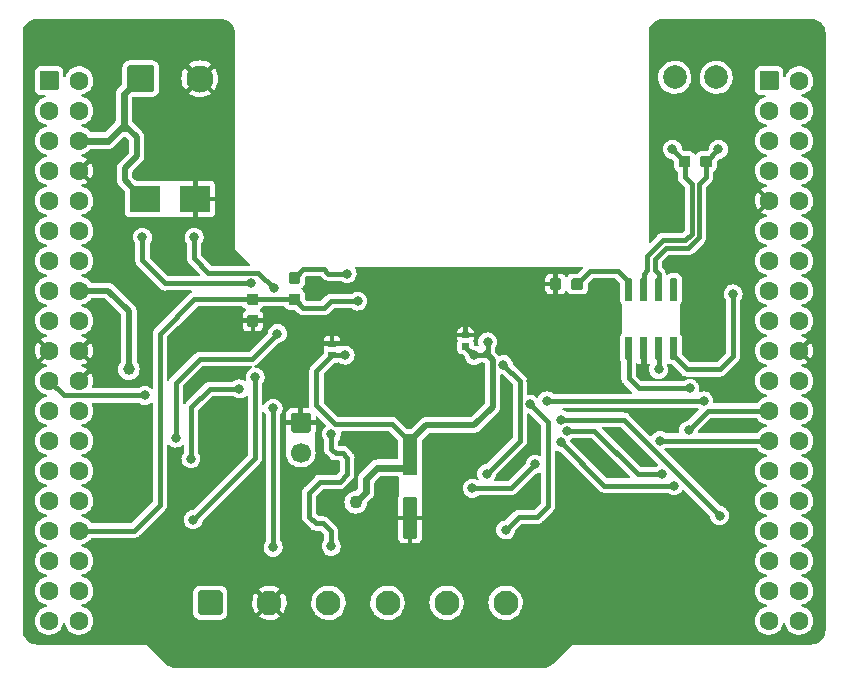
<source format=gbr>
%TF.GenerationSoftware,KiCad,Pcbnew,(6.0.11)*%
%TF.CreationDate,2024-08-05T21:32:57+07:00*%
%TF.ProjectId,Stepper_Motor_Expansion_Brd_revA,53746570-7065-4725-9f4d-6f746f725f45,rev?*%
%TF.SameCoordinates,PX5f5e100PY5f5e100*%
%TF.FileFunction,Copper,L1,Top*%
%TF.FilePolarity,Positive*%
%FSLAX46Y46*%
G04 Gerber Fmt 4.6, Leading zero omitted, Abs format (unit mm)*
G04 Created by KiCad (PCBNEW (6.0.11)) date 2024-08-05 21:32:57*
%MOMM*%
%LPD*%
G01*
G04 APERTURE LIST*
%TA.AperFunction,ComponentPad*%
%ADD10C,2.100000*%
%TD*%
%TA.AperFunction,ComponentPad*%
%ADD11C,2.300000*%
%TD*%
%TA.AperFunction,ComponentPad*%
%ADD12C,2.000000*%
%TD*%
%TA.AperFunction,SMDPad,CuDef*%
%ADD13R,2.500000X2.300000*%
%TD*%
%TA.AperFunction,ComponentPad*%
%ADD14C,1.700000*%
%TD*%
%TA.AperFunction,ComponentPad*%
%ADD15C,1.600000*%
%TD*%
%TA.AperFunction,ViaPad*%
%ADD16C,0.800000*%
%TD*%
%TA.AperFunction,ViaPad*%
%ADD17C,1.000000*%
%TD*%
%TA.AperFunction,ViaPad*%
%ADD18C,1.100000*%
%TD*%
%TA.AperFunction,Conductor*%
%ADD19C,0.400000*%
%TD*%
%TA.AperFunction,Conductor*%
%ADD20C,0.500000*%
%TD*%
%TA.AperFunction,Conductor*%
%ADD21C,0.600000*%
%TD*%
G04 APERTURE END LIST*
%TA.AperFunction,ComponentPad*%
G36*
G01*
X15850000Y5710000D02*
X15850000Y7390000D01*
G75*
G02*
X16060000Y7600000I210000J0D01*
G01*
X17740000Y7600000D01*
G75*
G02*
X17950000Y7390000I0J-210000D01*
G01*
X17950000Y5710000D01*
G75*
G02*
X17740000Y5500000I-210000J0D01*
G01*
X16060000Y5500000D01*
G75*
G02*
X15850000Y5710000I0J210000D01*
G01*
G37*
%TD.AperFunction*%
D10*
X21900000Y6550000D03*
X26900000Y6550000D03*
X31900000Y6550000D03*
X36900000Y6550000D03*
X41900000Y6550000D03*
%TA.AperFunction,ComponentPad*%
G36*
G01*
X9860000Y50000000D02*
X9860000Y51840000D01*
G75*
G02*
X10090000Y52070000I230000J0D01*
G01*
X11930000Y52070000D01*
G75*
G02*
X12160000Y51840000I0J-230000D01*
G01*
X12160000Y50000000D01*
G75*
G02*
X11930000Y49770000I-230000J0D01*
G01*
X10090000Y49770000D01*
G75*
G02*
X9860000Y50000000I0J230000D01*
G01*
G37*
%TD.AperFunction*%
D11*
X16010000Y50920000D03*
D12*
X56220000Y51040000D03*
X59720000Y51040000D03*
%TA.AperFunction,SMDPad,CuDef*%
G36*
G01*
X48450000Y33910000D02*
X48450000Y33150000D01*
G75*
G02*
X48355000Y33055000I-95000J0D01*
G01*
X47570000Y33055000D01*
G75*
G02*
X47475000Y33150000I0J95000D01*
G01*
X47475000Y33910000D01*
G75*
G02*
X47570000Y34005000I95000J0D01*
G01*
X48355000Y34005000D01*
G75*
G02*
X48450000Y33910000I0J-95000D01*
G01*
G37*
%TD.AperFunction*%
%TA.AperFunction,SMDPad,CuDef*%
G36*
G01*
X46625000Y33910000D02*
X46625000Y33150000D01*
G75*
G02*
X46530000Y33055000I-95000J0D01*
G01*
X45745000Y33055000D01*
G75*
G02*
X45650000Y33150000I0J95000D01*
G01*
X45650000Y33910000D01*
G75*
G02*
X45745000Y34005000I95000J0D01*
G01*
X46530000Y34005000D01*
G75*
G02*
X46625000Y33910000I0J-95000D01*
G01*
G37*
%TD.AperFunction*%
D13*
X11330000Y40740000D03*
X15630000Y40740000D03*
%TA.AperFunction,ComponentPad*%
G36*
G01*
X23710000Y21120000D02*
X23710000Y22480000D01*
G75*
G02*
X23880000Y22650000I170000J0D01*
G01*
X25240000Y22650000D01*
G75*
G02*
X25410000Y22480000I0J-170000D01*
G01*
X25410000Y21120000D01*
G75*
G02*
X25240000Y20950000I-170000J0D01*
G01*
X23880000Y20950000D01*
G75*
G02*
X23710000Y21120000I0J170000D01*
G01*
G37*
%TD.AperFunction*%
D14*
X24560000Y19260000D03*
%TA.AperFunction,SMDPad,CuDef*%
G36*
G01*
X59370000Y44280000D02*
X59370000Y43520000D01*
G75*
G02*
X59275000Y43425000I-95000J0D01*
G01*
X58490000Y43425000D01*
G75*
G02*
X58395000Y43520000I0J95000D01*
G01*
X58395000Y44280000D01*
G75*
G02*
X58490000Y44375000I95000J0D01*
G01*
X59275000Y44375000D01*
G75*
G02*
X59370000Y44280000I0J-95000D01*
G01*
G37*
%TD.AperFunction*%
%TA.AperFunction,SMDPad,CuDef*%
G36*
G01*
X57545000Y44280000D02*
X57545000Y43520000D01*
G75*
G02*
X57450000Y43425000I-95000J0D01*
G01*
X56665000Y43425000D01*
G75*
G02*
X56570000Y43520000I0J95000D01*
G01*
X56570000Y44280000D01*
G75*
G02*
X56665000Y44375000I95000J0D01*
G01*
X57450000Y44375000D01*
G75*
G02*
X57545000Y44280000I0J-95000D01*
G01*
G37*
%TD.AperFunction*%
%TA.AperFunction,SMDPad,CuDef*%
G36*
G01*
X27454000Y27230000D02*
X26946000Y27230000D01*
G75*
G02*
X26890000Y27286000I0J56000D01*
G01*
X26890000Y27734000D01*
G75*
G02*
X26946000Y27790000I56000J0D01*
G01*
X27454000Y27790000D01*
G75*
G02*
X27510000Y27734000I0J-56000D01*
G01*
X27510000Y27286000D01*
G75*
G02*
X27454000Y27230000I-56000J0D01*
G01*
G37*
%TD.AperFunction*%
%TA.AperFunction,SMDPad,CuDef*%
G36*
G01*
X27454000Y28190000D02*
X26946000Y28190000D01*
G75*
G02*
X26890000Y28246000I0J56000D01*
G01*
X26890000Y28694000D01*
G75*
G02*
X26946000Y28750000I56000J0D01*
G01*
X27454000Y28750000D01*
G75*
G02*
X27510000Y28694000I0J-56000D01*
G01*
X27510000Y28246000D01*
G75*
G02*
X27454000Y28190000I-56000J0D01*
G01*
G37*
%TD.AperFunction*%
%TA.AperFunction,SMDPad,CuDef*%
G36*
G01*
X23650000Y34550000D02*
X24410000Y34550000D01*
G75*
G02*
X24505000Y34455000I0J-95000D01*
G01*
X24505000Y33670000D01*
G75*
G02*
X24410000Y33575000I-95000J0D01*
G01*
X23650000Y33575000D01*
G75*
G02*
X23555000Y33670000I0J95000D01*
G01*
X23555000Y34455000D01*
G75*
G02*
X23650000Y34550000I95000J0D01*
G01*
G37*
%TD.AperFunction*%
%TA.AperFunction,SMDPad,CuDef*%
G36*
G01*
X23650000Y32725000D02*
X24410000Y32725000D01*
G75*
G02*
X24505000Y32630000I0J-95000D01*
G01*
X24505000Y31845000D01*
G75*
G02*
X24410000Y31750000I-95000J0D01*
G01*
X23650000Y31750000D01*
G75*
G02*
X23555000Y31845000I0J95000D01*
G01*
X23555000Y32630000D01*
G75*
G02*
X23650000Y32725000I95000J0D01*
G01*
G37*
%TD.AperFunction*%
%TA.AperFunction,SMDPad,CuDef*%
G36*
G01*
X52515000Y27140000D02*
X52095000Y27140000D01*
G75*
G02*
X52005000Y27230000I0J90000D01*
G01*
X52005000Y29000000D01*
G75*
G02*
X52095000Y29090000I90000J0D01*
G01*
X52515000Y29090000D01*
G75*
G02*
X52605000Y29000000I0J-90000D01*
G01*
X52605000Y27230000D01*
G75*
G02*
X52515000Y27140000I-90000J0D01*
G01*
G37*
%TD.AperFunction*%
%TA.AperFunction,SMDPad,CuDef*%
G36*
G01*
X53785000Y27140000D02*
X53365000Y27140000D01*
G75*
G02*
X53275000Y27230000I0J90000D01*
G01*
X53275000Y29000000D01*
G75*
G02*
X53365000Y29090000I90000J0D01*
G01*
X53785000Y29090000D01*
G75*
G02*
X53875000Y29000000I0J-90000D01*
G01*
X53875000Y27230000D01*
G75*
G02*
X53785000Y27140000I-90000J0D01*
G01*
G37*
%TD.AperFunction*%
%TA.AperFunction,SMDPad,CuDef*%
G36*
G01*
X55055000Y27140000D02*
X54635000Y27140000D01*
G75*
G02*
X54545000Y27230000I0J90000D01*
G01*
X54545000Y29000000D01*
G75*
G02*
X54635000Y29090000I90000J0D01*
G01*
X55055000Y29090000D01*
G75*
G02*
X55145000Y29000000I0J-90000D01*
G01*
X55145000Y27230000D01*
G75*
G02*
X55055000Y27140000I-90000J0D01*
G01*
G37*
%TD.AperFunction*%
%TA.AperFunction,SMDPad,CuDef*%
G36*
G01*
X56325000Y27140000D02*
X55905000Y27140000D01*
G75*
G02*
X55815000Y27230000I0J90000D01*
G01*
X55815000Y29000000D01*
G75*
G02*
X55905000Y29090000I90000J0D01*
G01*
X56325000Y29090000D01*
G75*
G02*
X56415000Y29000000I0J-90000D01*
G01*
X56415000Y27230000D01*
G75*
G02*
X56325000Y27140000I-90000J0D01*
G01*
G37*
%TD.AperFunction*%
%TA.AperFunction,SMDPad,CuDef*%
G36*
G01*
X56325000Y32090000D02*
X55905000Y32090000D01*
G75*
G02*
X55815000Y32180000I0J90000D01*
G01*
X55815000Y33950000D01*
G75*
G02*
X55905000Y34040000I90000J0D01*
G01*
X56325000Y34040000D01*
G75*
G02*
X56415000Y33950000I0J-90000D01*
G01*
X56415000Y32180000D01*
G75*
G02*
X56325000Y32090000I-90000J0D01*
G01*
G37*
%TD.AperFunction*%
%TA.AperFunction,SMDPad,CuDef*%
G36*
G01*
X55055000Y32090000D02*
X54635000Y32090000D01*
G75*
G02*
X54545000Y32180000I0J90000D01*
G01*
X54545000Y33950000D01*
G75*
G02*
X54635000Y34040000I90000J0D01*
G01*
X55055000Y34040000D01*
G75*
G02*
X55145000Y33950000I0J-90000D01*
G01*
X55145000Y32180000D01*
G75*
G02*
X55055000Y32090000I-90000J0D01*
G01*
G37*
%TD.AperFunction*%
%TA.AperFunction,SMDPad,CuDef*%
G36*
G01*
X53785000Y32090000D02*
X53365000Y32090000D01*
G75*
G02*
X53275000Y32180000I0J90000D01*
G01*
X53275000Y33950000D01*
G75*
G02*
X53365000Y34040000I90000J0D01*
G01*
X53785000Y34040000D01*
G75*
G02*
X53875000Y33950000I0J-90000D01*
G01*
X53875000Y32180000D01*
G75*
G02*
X53785000Y32090000I-90000J0D01*
G01*
G37*
%TD.AperFunction*%
%TA.AperFunction,SMDPad,CuDef*%
G36*
G01*
X52515000Y32090000D02*
X52095000Y32090000D01*
G75*
G02*
X52005000Y32180000I0J90000D01*
G01*
X52005000Y33950000D01*
G75*
G02*
X52095000Y34040000I90000J0D01*
G01*
X52515000Y34040000D01*
G75*
G02*
X52605000Y33950000I0J-90000D01*
G01*
X52605000Y32180000D01*
G75*
G02*
X52515000Y32090000I-90000J0D01*
G01*
G37*
%TD.AperFunction*%
%TA.AperFunction,SMDPad,CuDef*%
G36*
G01*
X38744000Y27970000D02*
X38236000Y27970000D01*
G75*
G02*
X38180000Y28026000I0J56000D01*
G01*
X38180000Y28474000D01*
G75*
G02*
X38236000Y28530000I56000J0D01*
G01*
X38744000Y28530000D01*
G75*
G02*
X38800000Y28474000I0J-56000D01*
G01*
X38800000Y28026000D01*
G75*
G02*
X38744000Y27970000I-56000J0D01*
G01*
G37*
%TD.AperFunction*%
%TA.AperFunction,SMDPad,CuDef*%
G36*
G01*
X38744000Y28930000D02*
X38236000Y28930000D01*
G75*
G02*
X38180000Y28986000I0J56000D01*
G01*
X38180000Y29434000D01*
G75*
G02*
X38236000Y29490000I56000J0D01*
G01*
X38744000Y29490000D01*
G75*
G02*
X38800000Y29434000I0J-56000D01*
G01*
X38800000Y28986000D01*
G75*
G02*
X38744000Y28930000I-56000J0D01*
G01*
G37*
%TD.AperFunction*%
%TA.AperFunction,SMDPad,CuDef*%
G36*
G01*
X33320000Y20825000D02*
X34280000Y20825000D01*
G75*
G02*
X34400000Y20705000I0J-120000D01*
G01*
X34400000Y17445000D01*
G75*
G02*
X34280000Y17325000I-120000J0D01*
G01*
X33320000Y17325000D01*
G75*
G02*
X33200000Y17445000I0J120000D01*
G01*
X33200000Y20705000D01*
G75*
G02*
X33320000Y20825000I120000J0D01*
G01*
G37*
%TD.AperFunction*%
%TA.AperFunction,SMDPad,CuDef*%
G36*
G01*
X33320000Y15475000D02*
X34280000Y15475000D01*
G75*
G02*
X34400000Y15355000I0J-120000D01*
G01*
X34400000Y12095000D01*
G75*
G02*
X34280000Y11975000I-120000J0D01*
G01*
X33320000Y11975000D01*
G75*
G02*
X33200000Y12095000I0J120000D01*
G01*
X33200000Y15355000D01*
G75*
G02*
X33320000Y15475000I120000J0D01*
G01*
G37*
%TD.AperFunction*%
%TA.AperFunction,SMDPad,CuDef*%
G36*
G01*
X20120000Y32730000D02*
X20880000Y32730000D01*
G75*
G02*
X20975000Y32635000I0J-95000D01*
G01*
X20975000Y31850000D01*
G75*
G02*
X20880000Y31755000I-95000J0D01*
G01*
X20120000Y31755000D01*
G75*
G02*
X20025000Y31850000I0J95000D01*
G01*
X20025000Y32635000D01*
G75*
G02*
X20120000Y32730000I95000J0D01*
G01*
G37*
%TD.AperFunction*%
%TA.AperFunction,SMDPad,CuDef*%
G36*
G01*
X20120000Y30905000D02*
X20880000Y30905000D01*
G75*
G02*
X20975000Y30810000I0J-95000D01*
G01*
X20975000Y30025000D01*
G75*
G02*
X20880000Y29930000I-95000J0D01*
G01*
X20120000Y29930000D01*
G75*
G02*
X20025000Y30025000I0J95000D01*
G01*
X20025000Y30810000D01*
G75*
G02*
X20120000Y30905000I95000J0D01*
G01*
G37*
%TD.AperFunction*%
%TA.AperFunction,ComponentPad*%
G36*
G01*
X3970000Y49960000D02*
X2530000Y49960000D01*
G75*
G02*
X2450000Y50040000I0J80000D01*
G01*
X2450000Y51480000D01*
G75*
G02*
X2530000Y51560000I80000J0D01*
G01*
X3970000Y51560000D01*
G75*
G02*
X4050000Y51480000I0J-80000D01*
G01*
X4050000Y50040000D01*
G75*
G02*
X3970000Y49960000I-80000J0D01*
G01*
G37*
%TD.AperFunction*%
D15*
X5790000Y50760000D03*
X3250000Y48220000D03*
X5790000Y48220000D03*
X3250000Y45680000D03*
X5790000Y45680000D03*
X3250000Y43140000D03*
X5790000Y43140000D03*
X3250000Y40600000D03*
X5790000Y40600000D03*
X3250000Y38060000D03*
X5790000Y38060000D03*
X3250000Y35520000D03*
X5790000Y35520000D03*
X3250000Y32980000D03*
X5790000Y32980000D03*
X3250000Y30440000D03*
X5790000Y30440000D03*
X3250000Y27900000D03*
X5790000Y27900000D03*
X3250000Y25360000D03*
X5790000Y25360000D03*
X3250000Y22820000D03*
X5790000Y22820000D03*
X3250000Y20280000D03*
X5790000Y20280000D03*
X3250000Y17740000D03*
X5790000Y17740000D03*
X3250000Y15200000D03*
X5790000Y15200000D03*
X3250000Y12660000D03*
X5790000Y12660000D03*
X3250000Y10120000D03*
X5790000Y10120000D03*
X3250000Y7580000D03*
X5790000Y7580000D03*
X3250000Y5040000D03*
X5790000Y5040000D03*
%TA.AperFunction,ComponentPad*%
G36*
G01*
X64930000Y49960000D02*
X63490000Y49960000D01*
G75*
G02*
X63410000Y50040000I0J80000D01*
G01*
X63410000Y51480000D01*
G75*
G02*
X63490000Y51560000I80000J0D01*
G01*
X64930000Y51560000D01*
G75*
G02*
X65010000Y51480000I0J-80000D01*
G01*
X65010000Y50040000D01*
G75*
G02*
X64930000Y49960000I-80000J0D01*
G01*
G37*
%TD.AperFunction*%
X66750000Y50760000D03*
X64210000Y48220000D03*
X66750000Y48220000D03*
X64210000Y45680000D03*
X66750000Y45680000D03*
X64210000Y43140000D03*
X66750000Y43140000D03*
X64210000Y40600000D03*
X66750000Y40600000D03*
X64210000Y38060000D03*
X66750000Y38060000D03*
X64210000Y35520000D03*
X66750000Y35520000D03*
X64210000Y32980000D03*
X66750000Y32980000D03*
X64210000Y30440000D03*
X66750000Y30440000D03*
X64210000Y27900000D03*
X66750000Y27900000D03*
X64210000Y25360000D03*
X66750000Y25360000D03*
X64210000Y22820000D03*
X66750000Y22820000D03*
X64210000Y20280000D03*
X66750000Y20280000D03*
X64210000Y17740000D03*
X66750000Y17740000D03*
X64210000Y15200000D03*
X66750000Y15200000D03*
X64210000Y12660000D03*
X66750000Y12660000D03*
X64210000Y10120000D03*
X66750000Y10120000D03*
X64210000Y7580000D03*
X66750000Y7580000D03*
X64210000Y5040000D03*
X66750000Y5040000D03*
D16*
X38400000Y23560000D03*
X41880000Y33530000D03*
X37940000Y17400000D03*
X34970000Y24910000D03*
X30510000Y20120000D03*
X53560000Y26340000D03*
X25080000Y27370000D03*
X11940000Y31930000D03*
X26700000Y33240000D03*
X56210000Y11540000D03*
X32310000Y24980000D03*
X55480000Y40960000D03*
X29170000Y23890000D03*
X50520000Y11540000D03*
X9570000Y6340000D03*
X61460000Y34730000D03*
X33690000Y27200000D03*
X43930000Y15450000D03*
X32330000Y26090000D03*
X48810000Y19880000D03*
X57670000Y18790000D03*
X20430000Y16420000D03*
X34950000Y26040000D03*
X51430000Y20870000D03*
X34420000Y9090000D03*
X14380000Y28300000D03*
X60430000Y21550000D03*
X18000000Y29210000D03*
X8730000Y13940000D03*
X32360000Y27220000D03*
D17*
X23440000Y24690000D03*
D16*
X33670000Y26060000D03*
X61560000Y17750000D03*
X23900000Y16430000D03*
X14660000Y15910000D03*
X46980000Y28680000D03*
X33680000Y24930000D03*
D17*
X44120000Y25330000D03*
D16*
X43290000Y18970000D03*
X8760000Y16480000D03*
X8750000Y21120000D03*
X17730000Y26000000D03*
X56240000Y22510000D03*
X34920000Y27180000D03*
X53640000Y8030000D03*
X17110000Y23090000D03*
X57810000Y30720000D03*
X44400000Y18280000D03*
D17*
X10000000Y26310000D03*
D16*
X54850000Y26300000D03*
X39090000Y16240000D03*
X28310000Y27510000D03*
X39240000Y27490000D03*
D18*
X29210000Y15050000D03*
D16*
X40370000Y28630000D03*
X28470000Y34420000D03*
X19350000Y24650000D03*
X15260000Y18740000D03*
X20690000Y25660000D03*
X15450000Y13580000D03*
X29370000Y32090000D03*
X57490000Y24690000D03*
X61160000Y32690000D03*
X13960000Y20490000D03*
X22580000Y29340000D03*
X15520000Y37490000D03*
X22250000Y33220000D03*
X57400000Y21160000D03*
X54960000Y20280000D03*
X47060000Y21110000D03*
X55150000Y17410000D03*
X46580000Y20140000D03*
X56170000Y16470000D03*
X11330000Y24100000D03*
X60020000Y13930000D03*
X46570000Y22060000D03*
X11150000Y37480000D03*
X20360000Y33590000D03*
X43950000Y23370000D03*
X41900000Y12710000D03*
X41710000Y26710000D03*
X40300000Y17470000D03*
X27130000Y11320000D03*
X27130000Y20800000D03*
X22210000Y11240000D03*
X22210000Y23000000D03*
X45390000Y23640000D03*
X58680000Y23640000D03*
X59920000Y44937500D03*
X56020000Y44937500D03*
D19*
X53575000Y28115000D02*
X53575000Y26355000D01*
X53575000Y26335000D02*
X53560000Y26320000D01*
X53575000Y26355000D02*
X53560000Y26340000D01*
D20*
X10000000Y31240000D02*
X8260000Y32980000D01*
X8260000Y32980000D02*
X5790000Y32980000D01*
D19*
X39090000Y16240000D02*
X42360000Y16240000D01*
X42360000Y16240000D02*
X44400000Y18280000D01*
D20*
X10000000Y26310000D02*
X10000000Y31240000D01*
D19*
X54845000Y26305000D02*
X54850000Y26300000D01*
X54845000Y28115000D02*
X54845000Y26305000D01*
X25880000Y23260000D02*
X25880000Y26190000D01*
D21*
X33800000Y19075000D02*
X33800000Y20220000D01*
D20*
X40800000Y27060000D02*
X40370000Y27490000D01*
D21*
X30080000Y17030000D02*
X31030000Y17980000D01*
D19*
X39240000Y27490000D02*
X38490000Y28240000D01*
D20*
X40800000Y23160000D02*
X40800000Y27060000D01*
D19*
X25880000Y26190000D02*
X27200000Y27510000D01*
D21*
X33200000Y17980000D02*
X33800000Y18580000D01*
X30080000Y15920000D02*
X30080000Y17030000D01*
D20*
X39250000Y21610000D02*
X40800000Y23160000D01*
X33800000Y20220000D02*
X35190000Y21610000D01*
D19*
X40370000Y27490000D02*
X40370000Y28630000D01*
X38490000Y28240000D02*
X38490000Y28250000D01*
D21*
X33800000Y18580000D02*
X33800000Y19075000D01*
D19*
X39240000Y27490000D02*
X40370000Y27490000D01*
X32310000Y21650000D02*
X27490000Y21650000D01*
D21*
X33800000Y19075000D02*
X33800000Y20160000D01*
D20*
X35190000Y21610000D02*
X39250000Y21610000D01*
D19*
X33800000Y20160000D02*
X32310000Y21650000D01*
X28310000Y27510000D02*
X27200000Y27510000D01*
D21*
X31030000Y17980000D02*
X33200000Y17980000D01*
D19*
X27490000Y21650000D02*
X25880000Y23260000D01*
D21*
X29210000Y15050000D02*
X30080000Y15920000D01*
D19*
X24757500Y34790000D02*
X26520000Y34790000D01*
X26890000Y34420000D02*
X28470000Y34420000D01*
X26520000Y34790000D02*
X26890000Y34420000D01*
X24030000Y34062500D02*
X24757500Y34790000D01*
X15260000Y18740000D02*
X15260000Y23090000D01*
X15260000Y23090000D02*
X16830000Y24660000D01*
X19340000Y24660000D02*
X19350000Y24650000D01*
X16830000Y24660000D02*
X19340000Y24660000D01*
X20690000Y25660000D02*
X20690000Y18820000D01*
X20690000Y18820000D02*
X15450000Y13580000D01*
X24030000Y32237500D02*
X20505000Y32237500D01*
X12630000Y29330000D02*
X15542500Y32242500D01*
X5790000Y12660000D02*
X10450000Y12660000D01*
X24757500Y31510000D02*
X26520000Y31510000D01*
X10450000Y12660000D02*
X12630000Y14840000D01*
X26520000Y31510000D02*
X27100000Y32090000D01*
X20505000Y32237500D02*
X20500000Y32242500D01*
X24030000Y32237500D02*
X24757500Y31510000D01*
X15542500Y32242500D02*
X20500000Y32242500D01*
X12630000Y14840000D02*
X12630000Y29330000D01*
X27100000Y32090000D02*
X29370000Y32090000D01*
X52305000Y25565000D02*
X53180000Y24690000D01*
X53180000Y24690000D02*
X57490000Y24690000D01*
X52305000Y28115000D02*
X52305000Y25565000D01*
X56115000Y28115000D02*
X56115000Y27445000D01*
X61160000Y27420000D02*
X61160000Y32690000D01*
X56115000Y27445000D02*
X57260000Y26300000D01*
X57260000Y26300000D02*
X60040000Y26300000D01*
X60040000Y26300000D02*
X61160000Y27420000D01*
X13960000Y25150000D02*
X13960000Y20490000D01*
X16010000Y27200000D02*
X20440000Y27200000D01*
X16010000Y27200000D02*
X13960000Y25150000D01*
X20440000Y27200000D02*
X22580000Y29340000D01*
X20970000Y34500000D02*
X22250000Y33220000D01*
X15520000Y37490000D02*
X15520000Y35700000D01*
X15520000Y35700000D02*
X16720000Y34500000D01*
X16720000Y34500000D02*
X20970000Y34500000D01*
X59060000Y22820000D02*
X57400000Y21160000D01*
X64210000Y22820000D02*
X59060000Y22820000D01*
X61000000Y20280000D02*
X54960000Y20280000D01*
X64210000Y20280000D02*
X61000000Y20280000D01*
X49420000Y21110000D02*
X47060000Y21110000D01*
X55150000Y17410000D02*
X53120000Y17410000D01*
X53120000Y17410000D02*
X49420000Y21110000D01*
X50250000Y16470000D02*
X46580000Y20140000D01*
X56170000Y16470000D02*
X50250000Y16470000D01*
X3250000Y25360000D02*
X4510000Y24100000D01*
X4510000Y24100000D02*
X11330000Y24100000D01*
X51890000Y22060000D02*
X46570000Y22060000D01*
X60020000Y13930000D02*
X51890000Y22060000D01*
X11150000Y35540000D02*
X13100000Y33590000D01*
X11150000Y37480000D02*
X11150000Y35540000D01*
X13100000Y33590000D02*
X20360000Y33590000D01*
D21*
X9580000Y49640000D02*
X10860000Y50920000D01*
D20*
X11330000Y40740000D02*
X11220000Y40740000D01*
X9650000Y43350000D02*
X10650000Y44350000D01*
X9650000Y42310000D02*
X9650000Y43350000D01*
D21*
X9580000Y47030000D02*
X9580000Y49640000D01*
D20*
X10650000Y45960000D02*
X9580000Y47030000D01*
D21*
X8230000Y45680000D02*
X9580000Y47030000D01*
X5790000Y45680000D02*
X8230000Y45680000D01*
X10860000Y50920000D02*
X11010000Y50920000D01*
D20*
X10650000Y44350000D02*
X10650000Y45960000D01*
X11220000Y40740000D02*
X9650000Y42310000D01*
D19*
X43020000Y13830000D02*
X44570000Y13830000D01*
X45500000Y14760000D02*
X45500000Y21820000D01*
X45500000Y21820000D02*
X43950000Y23370000D01*
X44570000Y13830000D02*
X45500000Y14760000D01*
X41900000Y12710000D02*
X43020000Y13830000D01*
X43090000Y20260000D02*
X43090000Y25330000D01*
X43090000Y25330000D02*
X41710000Y26710000D01*
X40300000Y17470000D02*
X43090000Y20260000D01*
X28500000Y17450000D02*
X28500000Y18830000D01*
X27130000Y12590000D02*
X26460000Y13260000D01*
X26190000Y16800000D02*
X27850000Y16800000D01*
X26460000Y13260000D02*
X25840000Y13260000D01*
X27850000Y16800000D02*
X28500000Y17450000D01*
X25270000Y15880000D02*
X26190000Y16800000D01*
X25840000Y13260000D02*
X25270000Y13830000D01*
X28500000Y18830000D02*
X28130000Y19200000D01*
X28130000Y19200000D02*
X27500000Y19200000D01*
X25270000Y13830000D02*
X25270000Y15880000D01*
X27130000Y19570000D02*
X27130000Y20800000D01*
X27130000Y11320000D02*
X27130000Y12590000D01*
X27500000Y19200000D02*
X27130000Y19570000D01*
X22210000Y23000000D02*
X22210000Y11240000D01*
X52305000Y33065000D02*
X52305000Y33715000D01*
X52305000Y33715000D02*
X51410000Y34610000D01*
X49060000Y34610000D02*
X47980000Y33530000D01*
X51410000Y34610000D02*
X49060000Y34610000D01*
X47980000Y33530000D02*
X47962500Y33530000D01*
X45390000Y23640000D02*
X58680000Y23640000D01*
X58882500Y43900000D02*
X59920000Y44937500D01*
X58295000Y37505380D02*
X57374620Y36585000D01*
X58882500Y43900000D02*
X58882500Y42602500D01*
X58295000Y42015000D02*
X58295000Y37505380D01*
X58882500Y42602500D02*
X58295000Y42015000D01*
X54535000Y35665380D02*
X54535000Y34705000D01*
X54535000Y34705000D02*
X54845000Y34395000D01*
X55454620Y36585000D02*
X54535000Y35665380D01*
X57374620Y36585000D02*
X55454620Y36585000D01*
X54845000Y34395000D02*
X54845000Y33065000D01*
X53575000Y34405000D02*
X53575000Y33065000D01*
X53885000Y35934620D02*
X53885000Y34715000D01*
X53885000Y34715000D02*
X53575000Y34405000D01*
X57645000Y42015000D02*
X57645000Y37774620D01*
X57645000Y37774620D02*
X57105380Y37235000D01*
X57105380Y37235000D02*
X55185380Y37235000D01*
X57057500Y43900000D02*
X56020000Y44937500D01*
X57057500Y43900000D02*
X57057500Y42602500D01*
X55185380Y37235000D02*
X53885000Y35934620D01*
X57057500Y42602500D02*
X57645000Y42015000D01*
%TA.AperFunction,Conductor*%
G36*
X40489191Y27941093D02*
G01*
X40525155Y27891593D01*
X40530000Y27861000D01*
X40530000Y27419000D01*
X40511093Y27360809D01*
X40461593Y27324845D01*
X40431000Y27320000D01*
X39999000Y27320000D01*
X39940809Y27338907D01*
X39904845Y27388407D01*
X39900000Y27419000D01*
X39900000Y27598992D01*
X39918907Y27657183D01*
X39928996Y27668996D01*
X40191004Y27931004D01*
X40245521Y27958781D01*
X40261008Y27960000D01*
X40431000Y27960000D01*
X40489191Y27941093D01*
G37*
%TD.AperFunction*%
%TA.AperFunction,Conductor*%
G36*
X17760024Y55999123D02*
G01*
X17958428Y55981765D01*
X17975423Y55978769D01*
X18024574Y55965599D01*
X18169167Y55926855D01*
X18185372Y55920957D01*
X18367149Y55836193D01*
X18382093Y55827565D01*
X18546387Y55712526D01*
X18559607Y55701434D01*
X18701434Y55559607D01*
X18712526Y55546387D01*
X18827565Y55382093D01*
X18836193Y55367149D01*
X18920957Y55185372D01*
X18926857Y55169163D01*
X18978769Y54975423D01*
X18981765Y54958428D01*
X18999123Y54760024D01*
X18999500Y54751396D01*
X18999500Y38061856D01*
X18998883Y38050822D01*
X18994757Y38014037D01*
X18995162Y38009214D01*
X18995162Y38009210D01*
X18995478Y38005445D01*
X18995350Y37999998D01*
X18995382Y38000000D01*
X18999864Y37914480D01*
X19000000Y37909299D01*
X19000000Y36500000D01*
X20276580Y35223420D01*
X20273042Y35163418D01*
X20234227Y35116121D01*
X20180852Y35100500D01*
X17009743Y35100500D01*
X16951552Y35119407D01*
X16939739Y35129496D01*
X16149496Y35919739D01*
X16121719Y35974256D01*
X16120500Y35989743D01*
X16120500Y36917338D01*
X16138106Y36971524D01*
X16137099Y36972193D01*
X16233420Y37117168D01*
X16236483Y37121778D01*
X16300257Y37289664D01*
X16323278Y37453471D01*
X16324818Y37464425D01*
X16324818Y37464427D01*
X16325251Y37467507D01*
X16325382Y37476884D01*
X16325522Y37486884D01*
X16325522Y37486892D01*
X16325565Y37490000D01*
X16324415Y37500250D01*
X16306163Y37662975D01*
X16306162Y37662979D01*
X16305546Y37668472D01*
X16249967Y37828073D01*
X16248305Y37832847D01*
X16248305Y37832848D01*
X16246485Y37838073D01*
X16210988Y37894880D01*
X16154247Y37985685D01*
X16154245Y37985687D01*
X16151316Y37990375D01*
X16038601Y38103879D01*
X16028671Y38113879D01*
X16028669Y38113880D01*
X16024770Y38117807D01*
X16019855Y38120926D01*
X15877810Y38211071D01*
X15877809Y38211072D01*
X15873136Y38214037D01*
X15703951Y38274281D01*
X15698464Y38274935D01*
X15698461Y38274936D01*
X15531120Y38294890D01*
X15531117Y38294890D01*
X15525624Y38295545D01*
X15347017Y38276773D01*
X15341777Y38274989D01*
X15341776Y38274989D01*
X15182249Y38220682D01*
X15182245Y38220680D01*
X15177007Y38218897D01*
X15172297Y38215999D01*
X15172292Y38215997D01*
X15028907Y38127785D01*
X15024045Y38124794D01*
X14895732Y37999141D01*
X14798446Y37848183D01*
X14737022Y37679422D01*
X14736328Y37673930D01*
X14736328Y37673929D01*
X14734983Y37663282D01*
X14714514Y37501247D01*
X14722424Y37420576D01*
X14731499Y37328016D01*
X14731500Y37328011D01*
X14732039Y37322514D01*
X14788726Y37152104D01*
X14791591Y37147373D01*
X14791593Y37147369D01*
X14878892Y37003221D01*
X14878895Y37003217D01*
X14881759Y36998488D01*
X14885601Y36994509D01*
X14885603Y36994507D01*
X14891716Y36988177D01*
X14918537Y36933184D01*
X14919500Y36919407D01*
X14919500Y35745849D01*
X14918653Y35732928D01*
X14914318Y35700000D01*
X14919500Y35660639D01*
X14934956Y35543238D01*
X14995464Y35397159D01*
X15091718Y35271718D01*
X15096871Y35267764D01*
X15118064Y35251502D01*
X15127801Y35242964D01*
X16011261Y34359504D01*
X16039038Y34304987D01*
X16029467Y34244555D01*
X15986202Y34201290D01*
X15941257Y34190500D01*
X13389744Y34190500D01*
X13331553Y34209407D01*
X13319740Y34219496D01*
X11779496Y35759739D01*
X11751719Y35814256D01*
X11750500Y35829743D01*
X11750500Y36907338D01*
X11768106Y36961524D01*
X11767099Y36962193D01*
X11791333Y36998668D01*
X11866483Y37111778D01*
X11930257Y37279664D01*
X11955251Y37457507D01*
X11955391Y37467507D01*
X11955522Y37476884D01*
X11955522Y37476892D01*
X11955565Y37480000D01*
X11954443Y37490000D01*
X11936163Y37652975D01*
X11936162Y37652979D01*
X11935546Y37658472D01*
X11876485Y37828073D01*
X11822492Y37914480D01*
X11784247Y37975685D01*
X11784245Y37975687D01*
X11781316Y37980375D01*
X11670904Y38091560D01*
X11658671Y38103879D01*
X11658669Y38103880D01*
X11654770Y38107807D01*
X11645202Y38113879D01*
X11507810Y38201071D01*
X11507809Y38201072D01*
X11503136Y38204037D01*
X11469841Y38215893D01*
X11339160Y38262426D01*
X11339161Y38262426D01*
X11333951Y38264281D01*
X11328464Y38264935D01*
X11328461Y38264936D01*
X11161120Y38284890D01*
X11161117Y38284890D01*
X11155624Y38285545D01*
X10977017Y38266773D01*
X10971777Y38264989D01*
X10971776Y38264989D01*
X10812249Y38210682D01*
X10812245Y38210680D01*
X10807007Y38208897D01*
X10802297Y38205999D01*
X10802292Y38205997D01*
X10675009Y38127691D01*
X10654045Y38114794D01*
X10525732Y37989141D01*
X10428446Y37838183D01*
X10367022Y37669422D01*
X10366328Y37663930D01*
X10366328Y37663929D01*
X10366077Y37661942D01*
X10344514Y37491247D01*
X10348218Y37453471D01*
X10361499Y37318016D01*
X10361500Y37318011D01*
X10362039Y37312514D01*
X10418726Y37142104D01*
X10421591Y37137373D01*
X10421593Y37137369D01*
X10508892Y36993221D01*
X10508895Y36993217D01*
X10511759Y36988488D01*
X10515601Y36984509D01*
X10515603Y36984507D01*
X10521716Y36978177D01*
X10548537Y36923184D01*
X10549500Y36909407D01*
X10549500Y35585849D01*
X10548653Y35572928D01*
X10544318Y35540000D01*
X10549500Y35500639D01*
X10564956Y35383238D01*
X10625464Y35237159D01*
X10721718Y35111718D01*
X10726871Y35107764D01*
X10748064Y35091502D01*
X10757801Y35082964D01*
X12642967Y33197797D01*
X12651499Y33188068D01*
X12671718Y33161718D01*
X12703213Y33137551D01*
X12703214Y33137550D01*
X12797159Y33065464D01*
X12943238Y33004956D01*
X13100000Y32984318D01*
X13132928Y32988653D01*
X13145849Y32989500D01*
X15279028Y32989500D01*
X15337219Y32970593D01*
X15373183Y32921093D01*
X15373183Y32859907D01*
X15337219Y32810407D01*
X15316915Y32799036D01*
X15239659Y32767036D01*
X15114218Y32670782D01*
X15110264Y32665629D01*
X15094002Y32644436D01*
X15085464Y32634699D01*
X12237801Y29787036D01*
X12228064Y29778498D01*
X12201718Y29758282D01*
X12148940Y29689500D01*
X12105464Y29632841D01*
X12044956Y29486762D01*
X12028524Y29361947D01*
X12025635Y29340000D01*
X12024318Y29330000D01*
X12028653Y29297073D01*
X12029500Y29284151D01*
X12029500Y24771905D01*
X12010593Y24713714D01*
X11961093Y24677750D01*
X11899907Y24677750D01*
X11860254Y24702144D01*
X11834770Y24727807D01*
X11829863Y24730921D01*
X11687810Y24821071D01*
X11687809Y24821072D01*
X11683136Y24824037D01*
X11513951Y24884281D01*
X11508464Y24884935D01*
X11508461Y24884936D01*
X11341120Y24904890D01*
X11341117Y24904890D01*
X11335624Y24905545D01*
X11157017Y24886773D01*
X11151777Y24884989D01*
X11151776Y24884989D01*
X10992249Y24830682D01*
X10992245Y24830680D01*
X10987007Y24828897D01*
X10982297Y24825999D01*
X10982292Y24825997D01*
X10870431Y24757179D01*
X10834045Y24734794D01*
X10830094Y24730925D01*
X10830089Y24730921D01*
X10827887Y24728765D01*
X10826358Y24728006D01*
X10825728Y24727514D01*
X10825627Y24727643D01*
X10773082Y24701562D01*
X10758623Y24700500D01*
X6965035Y24700500D01*
X6906844Y24719407D01*
X6870880Y24768907D01*
X6870880Y24830093D01*
X6878658Y24847873D01*
X6888731Y24865861D01*
X6892410Y24874122D01*
X6960385Y25074370D01*
X6962494Y25083152D01*
X6993072Y25294051D01*
X6993565Y25299839D01*
X6995065Y25357087D01*
X6994875Y25362899D01*
X6975376Y25575102D01*
X6973729Y25583988D01*
X6916328Y25787514D01*
X6913087Y25795958D01*
X6819560Y25985612D01*
X6814837Y25993320D01*
X6777759Y26042973D01*
X6766869Y26050669D01*
X6765418Y26050650D01*
X6760327Y26047484D01*
X5860004Y25147161D01*
X5805487Y25119384D01*
X5745055Y25128955D01*
X5719996Y25147161D01*
X5577161Y25289996D01*
X5549384Y25344513D01*
X5558955Y25404945D01*
X5577161Y25430004D01*
X6475534Y26328377D01*
X6481412Y26339915D01*
X6475319Y26346593D01*
X6340961Y26431367D01*
X6332907Y26435470D01*
X6136491Y26513832D01*
X6127833Y26516397D01*
X6053341Y26531215D01*
X5999957Y26561112D01*
X5974341Y26616677D01*
X5986278Y26676687D01*
X6031208Y26718219D01*
X6058451Y26726289D01*
X6066847Y26727506D01*
X6075630Y26729615D01*
X6275878Y26797590D01*
X6284134Y26801266D01*
X6468642Y26904596D01*
X6475755Y26909485D01*
X6482809Y26920664D01*
X6482624Y26923498D01*
X6480625Y26926532D01*
X5577161Y27829996D01*
X5549384Y27884513D01*
X5551711Y27899203D01*
X6077875Y27899203D01*
X6078671Y27894172D01*
X6759504Y27213339D01*
X6771387Y27207285D01*
X6774189Y27207728D01*
X6777035Y27210003D01*
X6780286Y27213911D01*
X6785404Y27221358D01*
X6888734Y27405866D01*
X6892410Y27414122D01*
X6960385Y27614370D01*
X6962494Y27623152D01*
X6993072Y27834051D01*
X6993565Y27839839D01*
X6995065Y27897087D01*
X6994875Y27902899D01*
X6975376Y28115102D01*
X6973729Y28123988D01*
X6916328Y28327514D01*
X6913087Y28335958D01*
X6819560Y28525612D01*
X6814837Y28533320D01*
X6777759Y28582973D01*
X6766869Y28590669D01*
X6765418Y28590650D01*
X6760327Y28587484D01*
X6083929Y27911086D01*
X6077875Y27899203D01*
X5551711Y27899203D01*
X5558955Y27944945D01*
X5577161Y27970004D01*
X6475534Y28868377D01*
X6481412Y28879915D01*
X6475319Y28886593D01*
X6340961Y28971367D01*
X6332907Y28975470D01*
X6136491Y29053832D01*
X6127833Y29056397D01*
X6054807Y29070923D01*
X6001423Y29100820D01*
X5975807Y29156385D01*
X5987744Y29216394D01*
X6032674Y29257927D01*
X6059912Y29265996D01*
X6061683Y29266253D01*
X6066957Y29267017D01*
X6066960Y29267018D01*
X6071452Y29267669D01*
X6075751Y29269128D01*
X6075754Y29269129D01*
X6276078Y29337130D01*
X6280379Y29338590D01*
X6284951Y29341150D01*
X6452471Y29434966D01*
X6472884Y29446398D01*
X6606610Y29557618D01*
X6639024Y29584576D01*
X6642518Y29587482D01*
X6783602Y29757116D01*
X6835007Y29848907D01*
X6889192Y29945660D01*
X6889193Y29945662D01*
X6891410Y29949621D01*
X6900190Y29975487D01*
X6960871Y30154246D01*
X6960872Y30154250D01*
X6962331Y30158548D01*
X6968605Y30201820D01*
X6993571Y30374003D01*
X6993571Y30374009D01*
X6993991Y30376902D01*
X6995643Y30440000D01*
X6975454Y30659711D01*
X6915565Y30872064D01*
X6913557Y30876136D01*
X6913555Y30876141D01*
X6819988Y31065875D01*
X6817980Y31069947D01*
X6685967Y31246733D01*
X6632931Y31295759D01*
X6527279Y31393423D01*
X6527278Y31393424D01*
X6523949Y31396501D01*
X6515626Y31401753D01*
X6341187Y31511815D01*
X6337350Y31514236D01*
X6132421Y31595994D01*
X6083210Y31605783D01*
X6056288Y31611138D01*
X6002904Y31641035D01*
X5977288Y31696600D01*
X5989225Y31756610D01*
X6034155Y31798142D01*
X6061391Y31806210D01*
X6071452Y31807669D01*
X6075751Y31809128D01*
X6075754Y31809129D01*
X6276078Y31877130D01*
X6280379Y31878590D01*
X6290913Y31884489D01*
X6468925Y31984181D01*
X6472884Y31986398D01*
X6606610Y32097618D01*
X6639024Y32124576D01*
X6642518Y32127482D01*
X6780849Y32293805D01*
X6832594Y32326454D01*
X6856963Y32329500D01*
X7949546Y32329500D01*
X8007737Y32310593D01*
X8019550Y32300504D01*
X9320504Y30999550D01*
X9348281Y30945033D01*
X9349500Y30929546D01*
X9349500Y26971325D01*
X9330593Y26913134D01*
X9324073Y26905083D01*
X9267467Y26842216D01*
X9264875Y26837726D01*
X9264874Y26837725D01*
X9176764Y26685113D01*
X9172821Y26678284D01*
X9171220Y26673355D01*
X9171219Y26673354D01*
X9115928Y26503188D01*
X9115927Y26503183D01*
X9114326Y26498256D01*
X9094540Y26310000D01*
X9114326Y26121744D01*
X9115927Y26116817D01*
X9115928Y26116812D01*
X9157858Y25987766D01*
X9172821Y25941716D01*
X9175412Y25937228D01*
X9175413Y25937226D01*
X9264772Y25782452D01*
X9267467Y25777784D01*
X9270939Y25773928D01*
X9390659Y25640965D01*
X9390663Y25640962D01*
X9394129Y25637112D01*
X9547270Y25525849D01*
X9552002Y25523742D01*
X9552004Y25523741D01*
X9715460Y25450965D01*
X9720197Y25448856D01*
X9725267Y25447778D01*
X9725268Y25447778D01*
X9762610Y25439841D01*
X9905354Y25409500D01*
X10094646Y25409500D01*
X10237390Y25439841D01*
X10274732Y25447778D01*
X10274733Y25447778D01*
X10279803Y25448856D01*
X10284540Y25450965D01*
X10447996Y25523741D01*
X10447998Y25523742D01*
X10452730Y25525849D01*
X10605871Y25637112D01*
X10609337Y25640962D01*
X10609341Y25640965D01*
X10729061Y25773928D01*
X10732533Y25777784D01*
X10735228Y25782452D01*
X10824587Y25937226D01*
X10824588Y25937228D01*
X10827179Y25941716D01*
X10842142Y25987766D01*
X10884072Y26116812D01*
X10884073Y26116817D01*
X10885674Y26121744D01*
X10905460Y26310000D01*
X10885674Y26498256D01*
X10884073Y26503183D01*
X10884072Y26503188D01*
X10828781Y26673354D01*
X10828780Y26673355D01*
X10827179Y26678284D01*
X10823237Y26685113D01*
X10735126Y26837725D01*
X10735125Y26837726D01*
X10732533Y26842216D01*
X10675929Y26905081D01*
X10651042Y26960977D01*
X10650500Y26971325D01*
X10650500Y31158013D01*
X10650939Y31167329D01*
X10651401Y31172215D01*
X10652760Y31178296D01*
X10650549Y31248658D01*
X10650500Y31251767D01*
X10650500Y31280925D01*
X10649801Y31286461D01*
X10649069Y31295759D01*
X10647794Y31336342D01*
X10647794Y31336344D01*
X10647598Y31342569D01*
X10641126Y31364846D01*
X10637978Y31380050D01*
X10635852Y31396879D01*
X10635851Y31396882D01*
X10635071Y31403058D01*
X10617831Y31446601D01*
X10614811Y31455424D01*
X10603484Y31494414D01*
X10603482Y31494418D01*
X10601745Y31500398D01*
X10589937Y31520364D01*
X10583105Y31534309D01*
X10574568Y31555871D01*
X10547045Y31593754D01*
X10541925Y31601548D01*
X10535150Y31613004D01*
X10518081Y31641865D01*
X10501682Y31658264D01*
X10491593Y31670077D01*
X10481622Y31683801D01*
X10481621Y31683802D01*
X10477963Y31688837D01*
X10473169Y31692803D01*
X10473166Y31692806D01*
X10441884Y31718684D01*
X10434985Y31724961D01*
X8777944Y33382002D01*
X8771669Y33388899D01*
X8768537Y33392685D01*
X8765202Y33397940D01*
X8760665Y33402200D01*
X8760663Y33402203D01*
X8713905Y33446111D01*
X8711671Y33448275D01*
X8691035Y33468911D01*
X8686616Y33472339D01*
X8679540Y33478382D01*
X8645393Y33510448D01*
X8639936Y33513448D01*
X8625075Y33521618D01*
X8612088Y33530149D01*
X8598688Y33540543D01*
X8598685Y33540545D01*
X8593764Y33544362D01*
X8550785Y33562960D01*
X8542411Y33567063D01*
X8526192Y33575980D01*
X8501368Y33589627D01*
X8495337Y33591175D01*
X8495333Y33591177D01*
X8478906Y33595394D01*
X8464205Y33600427D01*
X8448641Y33607163D01*
X8448633Y33607165D01*
X8442926Y33609635D01*
X8436780Y33610609D01*
X8436778Y33610609D01*
X8417988Y33613585D01*
X8396671Y33616961D01*
X8387544Y33618852D01*
X8348210Y33628952D01*
X8348202Y33628953D01*
X8342177Y33630500D01*
X8318988Y33630500D01*
X8303500Y33631719D01*
X8286746Y33634373D01*
X8286744Y33634373D01*
X8280595Y33635347D01*
X8251505Y33632597D01*
X8233966Y33630939D01*
X8224649Y33630500D01*
X6852261Y33630500D01*
X6794070Y33649407D01*
X6772937Y33670266D01*
X6760901Y33686385D01*
X6685967Y33786733D01*
X6656126Y33814318D01*
X6527279Y33933423D01*
X6527278Y33933424D01*
X6523949Y33936501D01*
X6512006Y33944037D01*
X6341187Y34051815D01*
X6337350Y34054236D01*
X6132421Y34135994D01*
X6083210Y34145783D01*
X6056288Y34151138D01*
X6002904Y34181035D01*
X5977288Y34236600D01*
X5989225Y34296610D01*
X6034155Y34338142D01*
X6061391Y34346210D01*
X6071452Y34347669D01*
X6075751Y34349128D01*
X6075754Y34349129D01*
X6276078Y34417130D01*
X6280379Y34418590D01*
X6288422Y34423094D01*
X6468925Y34524181D01*
X6472884Y34526398D01*
X6642518Y34667482D01*
X6783602Y34837116D01*
X6838274Y34934739D01*
X6889192Y35025660D01*
X6889193Y35025662D01*
X6891410Y35029621D01*
X6902075Y35061040D01*
X6960871Y35234246D01*
X6960872Y35234249D01*
X6962331Y35238548D01*
X6975156Y35327001D01*
X6993571Y35454003D01*
X6993571Y35454009D01*
X6993991Y35456902D01*
X6995643Y35520000D01*
X6994397Y35533566D01*
X6975869Y35735191D01*
X6975454Y35739711D01*
X6950063Y35829743D01*
X6916799Y35947689D01*
X6916798Y35947692D01*
X6915565Y35952064D01*
X6913557Y35956136D01*
X6913555Y35956141D01*
X6819988Y36145875D01*
X6817980Y36149947D01*
X6685967Y36326733D01*
X6523949Y36476501D01*
X6486706Y36500000D01*
X6341187Y36591815D01*
X6337350Y36594236D01*
X6132421Y36675994D01*
X6083210Y36685783D01*
X6056288Y36691138D01*
X6002904Y36721035D01*
X5977288Y36776600D01*
X5989225Y36836610D01*
X6034155Y36878142D01*
X6061391Y36886210D01*
X6071452Y36887669D01*
X6075751Y36889128D01*
X6075754Y36889129D01*
X6276078Y36957130D01*
X6280379Y36958590D01*
X6285619Y36961524D01*
X6440646Y37048344D01*
X6472884Y37066398D01*
X6642518Y37207482D01*
X6783602Y37377116D01*
X6846820Y37490000D01*
X6889192Y37565660D01*
X6889193Y37565662D01*
X6891410Y37569621D01*
X6923204Y37663282D01*
X6960871Y37774246D01*
X6960872Y37774249D01*
X6962331Y37778548D01*
X6968386Y37820309D01*
X6993571Y37994003D01*
X6993571Y37994009D01*
X6993991Y37996902D01*
X6994073Y38000000D01*
X6995567Y38057086D01*
X6995567Y38057091D01*
X6995643Y38060000D01*
X6990978Y38110774D01*
X6981318Y38215893D01*
X6975454Y38279711D01*
X6915565Y38492064D01*
X6913557Y38496136D01*
X6913555Y38496141D01*
X6819988Y38685875D01*
X6817980Y38689947D01*
X6685967Y38866733D01*
X6580000Y38964688D01*
X6527279Y39013423D01*
X6527278Y39013424D01*
X6523949Y39016501D01*
X6428172Y39076932D01*
X6341187Y39131815D01*
X6337350Y39134236D01*
X6132421Y39215994D01*
X6083210Y39225783D01*
X6056288Y39231138D01*
X6002904Y39261035D01*
X5977288Y39316600D01*
X5989225Y39376610D01*
X6034155Y39418142D01*
X6061391Y39426210D01*
X6071452Y39427669D01*
X6075751Y39429128D01*
X6075754Y39429129D01*
X6276078Y39497130D01*
X6280379Y39498590D01*
X6285158Y39501266D01*
X6468925Y39604181D01*
X6472884Y39606398D01*
X6642518Y39747482D01*
X6783602Y39917116D01*
X6891410Y40109621D01*
X6922749Y40201942D01*
X6960871Y40314246D01*
X6960872Y40314249D01*
X6962331Y40318548D01*
X6975156Y40407001D01*
X6993571Y40534003D01*
X6993571Y40534009D01*
X6993991Y40536902D01*
X6994073Y40540000D01*
X6995567Y40597086D01*
X6995567Y40597091D01*
X6995643Y40600000D01*
X6995108Y40605828D01*
X6978209Y40789724D01*
X6975454Y40819711D01*
X6915565Y41032064D01*
X6913555Y41036140D01*
X6913555Y41036141D01*
X6819988Y41225875D01*
X6817980Y41229947D01*
X6685967Y41406733D01*
X6657658Y41432902D01*
X6527279Y41553423D01*
X6527278Y41553424D01*
X6523949Y41556501D01*
X6337350Y41674236D01*
X6132421Y41755994D01*
X6127975Y41756878D01*
X6127973Y41756879D01*
X6080785Y41766265D01*
X6054822Y41771429D01*
X6001438Y41801325D01*
X5975822Y41856890D01*
X5987759Y41916900D01*
X6032688Y41958433D01*
X6059926Y41966502D01*
X6066843Y41967505D01*
X6075630Y41969615D01*
X6275878Y42037590D01*
X6284134Y42041266D01*
X6468642Y42144596D01*
X6475755Y42149485D01*
X6482809Y42160664D01*
X6482624Y42163498D01*
X6480625Y42166532D01*
X5577161Y43069996D01*
X5549384Y43124513D01*
X5551711Y43139203D01*
X6077875Y43139203D01*
X6078671Y43134172D01*
X6759504Y42453339D01*
X6771387Y42447285D01*
X6774189Y42447728D01*
X6777035Y42450003D01*
X6780286Y42453911D01*
X6785404Y42461358D01*
X6888734Y42645866D01*
X6892410Y42654122D01*
X6960385Y42854370D01*
X6962494Y42863152D01*
X6993072Y43074051D01*
X6993565Y43079839D01*
X6995065Y43137087D01*
X6994875Y43142899D01*
X6975376Y43355102D01*
X6973729Y43363988D01*
X6916328Y43567514D01*
X6913087Y43575958D01*
X6819560Y43765612D01*
X6814837Y43773320D01*
X6777759Y43822973D01*
X6766869Y43830669D01*
X6765418Y43830650D01*
X6760327Y43827484D01*
X6083929Y43151086D01*
X6077875Y43139203D01*
X5551711Y43139203D01*
X5558955Y43184945D01*
X5577161Y43210004D01*
X6475534Y44108377D01*
X6481412Y44119915D01*
X6475319Y44126593D01*
X6340961Y44211367D01*
X6332907Y44215470D01*
X6136491Y44293832D01*
X6127833Y44296397D01*
X6054807Y44310923D01*
X6001423Y44340820D01*
X5975807Y44396385D01*
X5987744Y44456394D01*
X6032674Y44497927D01*
X6059912Y44505996D01*
X6061683Y44506253D01*
X6066957Y44507017D01*
X6066960Y44507018D01*
X6071452Y44507669D01*
X6075751Y44509128D01*
X6075754Y44509129D01*
X6276078Y44577130D01*
X6280379Y44578590D01*
X6292629Y44585450D01*
X6468925Y44684181D01*
X6472884Y44686398D01*
X6642518Y44827482D01*
X6645424Y44830976D01*
X6739264Y44943805D01*
X6791010Y44976454D01*
X6815379Y44979500D01*
X8202271Y44979500D01*
X8209005Y44979271D01*
X8266930Y44975322D01*
X8272801Y44976347D01*
X8272806Y44976347D01*
X8329820Y44986298D01*
X8334947Y44987055D01*
X8392396Y44994007D01*
X8392397Y44994007D01*
X8398320Y44994724D01*
X8406932Y44997978D01*
X8424895Y45002892D01*
X8433954Y45004473D01*
X8460902Y45016302D01*
X8492404Y45030130D01*
X8497202Y45032088D01*
X8551339Y45052545D01*
X8556923Y45054655D01*
X8561838Y45058033D01*
X8561846Y45058037D01*
X8564505Y45059865D01*
X8580778Y45068923D01*
X8583739Y45070223D01*
X8589202Y45072621D01*
X8593934Y45076252D01*
X8593939Y45076255D01*
X8639854Y45111487D01*
X8644046Y45114533D01*
X8691732Y45147307D01*
X8691733Y45147308D01*
X8696651Y45150688D01*
X8700618Y45155141D01*
X8700622Y45155144D01*
X8738115Y45197226D01*
X8742028Y45201372D01*
X9516160Y45975504D01*
X9570677Y46003281D01*
X9586164Y46004500D01*
X9644546Y46004500D01*
X9702737Y45985593D01*
X9714550Y45975504D01*
X9970504Y45719550D01*
X9998281Y45665033D01*
X9999500Y45649546D01*
X9999500Y44660454D01*
X9980593Y44602263D01*
X9970504Y44590450D01*
X9247998Y43867944D01*
X9241101Y43861669D01*
X9237315Y43858537D01*
X9232060Y43855202D01*
X9227800Y43850665D01*
X9227797Y43850663D01*
X9183889Y43803905D01*
X9181725Y43801671D01*
X9161089Y43781035D01*
X9157661Y43776616D01*
X9151618Y43769540D01*
X9119552Y43735393D01*
X9116552Y43729936D01*
X9108382Y43715075D01*
X9099851Y43702088D01*
X9089457Y43688688D01*
X9089455Y43688685D01*
X9085638Y43683764D01*
X9083165Y43678049D01*
X9067041Y43640788D01*
X9062937Y43632411D01*
X9043496Y43597048D01*
X9040373Y43591368D01*
X9038825Y43585337D01*
X9038823Y43585333D01*
X9034606Y43568906D01*
X9029573Y43554205D01*
X9022837Y43538641D01*
X9022835Y43538633D01*
X9020365Y43532926D01*
X9019391Y43526780D01*
X9019391Y43526778D01*
X9013040Y43486678D01*
X9011148Y43477544D01*
X9001048Y43438210D01*
X9001047Y43438202D01*
X8999500Y43432177D01*
X8999500Y43408988D01*
X8998281Y43393500D01*
X8994653Y43370595D01*
X8996885Y43346984D01*
X8999061Y43323966D01*
X8999500Y43314649D01*
X8999500Y42391987D01*
X8999061Y42382671D01*
X8998599Y42377785D01*
X8997240Y42371704D01*
X8997436Y42365475D01*
X8999451Y42301356D01*
X8999500Y42298246D01*
X8999500Y42269075D01*
X8999890Y42265988D01*
X9000200Y42263533D01*
X9000932Y42254239D01*
X9002403Y42207431D01*
X9004140Y42201453D01*
X9004141Y42201446D01*
X9008871Y42185165D01*
X9012021Y42169955D01*
X9014147Y42153127D01*
X9014148Y42153121D01*
X9014929Y42146942D01*
X9032176Y42103382D01*
X9035191Y42094574D01*
X9048256Y42049602D01*
X9051428Y42044238D01*
X9051429Y42044236D01*
X9060060Y42029642D01*
X9066894Y42015693D01*
X9075432Y41994129D01*
X9079092Y41989091D01*
X9079094Y41989088D01*
X9102957Y41956243D01*
X9108079Y41948446D01*
X9128748Y41913496D01*
X9128750Y41913493D01*
X9131919Y41908135D01*
X9148318Y41891736D01*
X9158407Y41879923D01*
X9172037Y41861163D01*
X9176831Y41857197D01*
X9176834Y41857194D01*
X9208116Y41831316D01*
X9215015Y41825039D01*
X9650504Y41389550D01*
X9678281Y41335033D01*
X9679500Y41319546D01*
X9679501Y39558482D01*
X9680110Y39554639D01*
X9680110Y39554634D01*
X9682355Y39540460D01*
X9694354Y39464696D01*
X9713815Y39426502D01*
X9739089Y39376900D01*
X9751950Y39351658D01*
X9841658Y39261950D01*
X9848595Y39258415D01*
X9848597Y39258414D01*
X9918123Y39222989D01*
X9954696Y39204354D01*
X9962390Y39203135D01*
X9962391Y39203135D01*
X10044635Y39190109D01*
X10044637Y39190109D01*
X10048481Y39189500D01*
X11329835Y39189500D01*
X12611518Y39189501D01*
X12615361Y39190110D01*
X12615366Y39190110D01*
X12670115Y39198781D01*
X12685601Y39200000D01*
X14277590Y39200000D01*
X14293077Y39198781D01*
X14344673Y39190609D01*
X14352412Y39190000D01*
X15414320Y39190000D01*
X15427005Y39194122D01*
X15430000Y39198243D01*
X15430000Y39205681D01*
X15830000Y39205681D01*
X15834122Y39192996D01*
X15838243Y39190001D01*
X16907585Y39190001D01*
X16915329Y39190611D01*
X16997449Y39203616D01*
X17012091Y39208373D01*
X17111106Y39258823D01*
X17123551Y39267865D01*
X17202135Y39346449D01*
X17211177Y39358894D01*
X17261629Y39457912D01*
X17266384Y39472547D01*
X17279391Y39554673D01*
X17280000Y39562412D01*
X17280000Y40524320D01*
X17275878Y40537005D01*
X17271757Y40540000D01*
X15845680Y40540000D01*
X15832995Y40535878D01*
X15830000Y40531757D01*
X15830000Y39205681D01*
X15430000Y39205681D01*
X15430000Y40955680D01*
X15830000Y40955680D01*
X15834122Y40942995D01*
X15838243Y40940000D01*
X17264319Y40940000D01*
X17277004Y40944122D01*
X17279999Y40948243D01*
X17279999Y41917585D01*
X17279389Y41925329D01*
X17266384Y42007449D01*
X17261627Y42022091D01*
X17211177Y42121106D01*
X17202135Y42133551D01*
X17123551Y42212135D01*
X17111106Y42221177D01*
X17012088Y42271629D01*
X16997453Y42276384D01*
X16915327Y42289391D01*
X16907588Y42290000D01*
X15845680Y42290000D01*
X15832995Y42285878D01*
X15830000Y42281757D01*
X15830000Y40955680D01*
X15430000Y40955680D01*
X15430000Y42274319D01*
X15425878Y42287004D01*
X15421757Y42289999D01*
X14352415Y42289999D01*
X14344671Y42289389D01*
X14293079Y42281219D01*
X14277594Y42280000D01*
X12685604Y42280000D01*
X12670117Y42281219D01*
X12666721Y42281757D01*
X12648922Y42284576D01*
X12615365Y42289891D01*
X12615363Y42289891D01*
X12611519Y42290500D01*
X12436202Y42290500D01*
X10630455Y42290499D01*
X10572264Y42309406D01*
X10560451Y42319495D01*
X10329496Y42550450D01*
X10301719Y42604967D01*
X10300500Y42620454D01*
X10300500Y43039546D01*
X10319407Y43097737D01*
X10329496Y43109550D01*
X11052002Y43832056D01*
X11058899Y43838331D01*
X11062685Y43841463D01*
X11067940Y43844798D01*
X11072200Y43849335D01*
X11072203Y43849337D01*
X11116111Y43896095D01*
X11118275Y43898329D01*
X11138912Y43918966D01*
X11142335Y43923379D01*
X11148392Y43930471D01*
X11176186Y43960068D01*
X11176188Y43960070D01*
X11180448Y43964607D01*
X11191620Y43984929D01*
X11200148Y43997911D01*
X11210546Y44011316D01*
X11214363Y44016237D01*
X11232964Y44059221D01*
X11237060Y44067584D01*
X11259627Y44108632D01*
X11261177Y44114667D01*
X11265396Y44131097D01*
X11270426Y44145791D01*
X11277164Y44161362D01*
X11279636Y44167074D01*
X11286963Y44213336D01*
X11288850Y44222447D01*
X11300500Y44267823D01*
X11300500Y44291012D01*
X11301719Y44306499D01*
X11304373Y44323254D01*
X11304373Y44323256D01*
X11305347Y44329405D01*
X11300939Y44376037D01*
X11300500Y44385354D01*
X11300500Y45878013D01*
X11300939Y45887329D01*
X11301401Y45892215D01*
X11302760Y45898296D01*
X11300549Y45968658D01*
X11300500Y45971767D01*
X11300500Y46000925D01*
X11299801Y46006461D01*
X11299069Y46015759D01*
X11297794Y46056342D01*
X11297794Y46056344D01*
X11297598Y46062569D01*
X11291126Y46084846D01*
X11287978Y46100050D01*
X11285852Y46116879D01*
X11285851Y46116882D01*
X11285071Y46123058D01*
X11267831Y46166601D01*
X11264811Y46175424D01*
X11253484Y46214414D01*
X11253482Y46214418D01*
X11251745Y46220398D01*
X11239937Y46240364D01*
X11233105Y46254309D01*
X11224568Y46275871D01*
X11197045Y46313754D01*
X11191925Y46321548D01*
X11188836Y46326771D01*
X11168081Y46361865D01*
X11151682Y46378264D01*
X11141593Y46390077D01*
X11131622Y46403801D01*
X11131621Y46403802D01*
X11127963Y46408837D01*
X11123169Y46412803D01*
X11123166Y46412806D01*
X11091884Y46438684D01*
X11084985Y46444961D01*
X10309496Y47220450D01*
X10281719Y47274967D01*
X10280500Y47290454D01*
X10280500Y49270500D01*
X10299407Y49328691D01*
X10348907Y49364655D01*
X10379500Y49369500D01*
X11993672Y49369500D01*
X12008648Y49370679D01*
X12024374Y49371916D01*
X12024376Y49371916D01*
X12029416Y49372313D01*
X12034270Y49373723D01*
X12034274Y49373724D01*
X12176410Y49415019D01*
X12182392Y49416757D01*
X12319509Y49497848D01*
X12432152Y49610491D01*
X12478882Y49689507D01*
X15068179Y49689507D01*
X15068677Y49686363D01*
X15070562Y49683971D01*
X15093156Y49664674D01*
X15099436Y49660112D01*
X15300820Y49536703D01*
X15307732Y49533181D01*
X15525952Y49442791D01*
X15533320Y49440397D01*
X15763004Y49385255D01*
X15770647Y49384044D01*
X16006125Y49365512D01*
X16013875Y49365512D01*
X16249353Y49384044D01*
X16256996Y49385255D01*
X16486680Y49440397D01*
X16494048Y49442791D01*
X16712268Y49533181D01*
X16719180Y49536703D01*
X16920564Y49660112D01*
X16926844Y49664674D01*
X16944929Y49680120D01*
X16951899Y49691493D01*
X16951649Y49694669D01*
X16949960Y49697197D01*
X16021086Y50626071D01*
X16009203Y50632125D01*
X16004172Y50631329D01*
X15074233Y49701390D01*
X15068179Y49689507D01*
X12478882Y49689507D01*
X12513243Y49747608D01*
X12521115Y49774703D01*
X12556276Y49895726D01*
X12556277Y49895730D01*
X12557687Y49900584D01*
X12560500Y49936328D01*
X12560500Y50916125D01*
X14455512Y50916125D01*
X14474044Y50680647D01*
X14475255Y50673004D01*
X14530397Y50443320D01*
X14532791Y50435952D01*
X14623181Y50217732D01*
X14626703Y50210820D01*
X14750112Y50009436D01*
X14754674Y50003156D01*
X14770120Y49985071D01*
X14781493Y49978101D01*
X14784669Y49978351D01*
X14787197Y49980040D01*
X15716071Y50908914D01*
X15721313Y50919203D01*
X16297875Y50919203D01*
X16298671Y50914172D01*
X17228610Y49984233D01*
X17240493Y49978179D01*
X17243637Y49978677D01*
X17246029Y49980562D01*
X17265326Y50003156D01*
X17269888Y50009436D01*
X17393297Y50210820D01*
X17396819Y50217732D01*
X17487209Y50435952D01*
X17489603Y50443320D01*
X17544745Y50673004D01*
X17545956Y50680647D01*
X17564488Y50916125D01*
X17564488Y50923875D01*
X17545956Y51159353D01*
X17544745Y51166996D01*
X17489603Y51396680D01*
X17487209Y51404048D01*
X17396819Y51622268D01*
X17393297Y51629180D01*
X17269888Y51830564D01*
X17265326Y51836844D01*
X17249880Y51854929D01*
X17238507Y51861899D01*
X17235331Y51861649D01*
X17232803Y51859960D01*
X16303929Y50931086D01*
X16297875Y50919203D01*
X15721313Y50919203D01*
X15722125Y50920797D01*
X15721329Y50925828D01*
X14791390Y51855767D01*
X14779507Y51861821D01*
X14776363Y51861323D01*
X14773971Y51859438D01*
X14754674Y51836844D01*
X14750112Y51830564D01*
X14626703Y51629180D01*
X14623181Y51622268D01*
X14532791Y51404048D01*
X14530397Y51396680D01*
X14475255Y51166996D01*
X14474044Y51159353D01*
X14455512Y50923875D01*
X14455512Y50916125D01*
X12560500Y50916125D01*
X12560500Y51903672D01*
X12557687Y51939416D01*
X12554050Y51951937D01*
X12514981Y52086410D01*
X12513243Y52092392D01*
X12480057Y52148507D01*
X15068101Y52148507D01*
X15068351Y52145331D01*
X15070040Y52142803D01*
X15998914Y51213929D01*
X16010797Y51207875D01*
X16015828Y51208671D01*
X16945767Y52138610D01*
X16951821Y52150493D01*
X16951323Y52153637D01*
X16949438Y52156029D01*
X16926844Y52175326D01*
X16920564Y52179888D01*
X16719180Y52303297D01*
X16712268Y52306819D01*
X16494048Y52397209D01*
X16486680Y52399603D01*
X16256996Y52454745D01*
X16249353Y52455956D01*
X16013875Y52474488D01*
X16006125Y52474488D01*
X15770647Y52455956D01*
X15763004Y52454745D01*
X15533320Y52399603D01*
X15525952Y52397209D01*
X15307732Y52306819D01*
X15300820Y52303297D01*
X15099436Y52179888D01*
X15093156Y52175326D01*
X15075071Y52159880D01*
X15068101Y52148507D01*
X12480057Y52148507D01*
X12432152Y52229509D01*
X12319509Y52342152D01*
X12182392Y52423243D01*
X12120371Y52441262D01*
X12034274Y52466276D01*
X12034270Y52466277D01*
X12029416Y52467687D01*
X12024376Y52468084D01*
X12024374Y52468084D01*
X12008648Y52469321D01*
X11993672Y52470500D01*
X10026328Y52470500D01*
X10011352Y52469321D01*
X9995626Y52468084D01*
X9995624Y52468084D01*
X9990584Y52467687D01*
X9985730Y52466277D01*
X9985726Y52466276D01*
X9899629Y52441262D01*
X9837608Y52423243D01*
X9700491Y52342152D01*
X9587848Y52229509D01*
X9506757Y52092392D01*
X9505019Y52086410D01*
X9465951Y51951937D01*
X9462313Y51939416D01*
X9459500Y51903672D01*
X9459500Y50551165D01*
X9440593Y50492974D01*
X9430504Y50481161D01*
X9104265Y50154922D01*
X9099341Y50150323D01*
X9055604Y50112169D01*
X9028517Y50073627D01*
X9018903Y50059948D01*
X9015818Y50055795D01*
X8976416Y50005543D01*
X8973958Y50000100D01*
X8973958Y50000099D01*
X8972633Y49997165D01*
X8963398Y49980972D01*
X8958113Y49973453D01*
X8955946Y49967894D01*
X8955944Y49967891D01*
X8934922Y49913973D01*
X8932914Y49909197D01*
X8906645Y49851016D01*
X8905558Y49845149D01*
X8904969Y49841974D01*
X8899867Y49824062D01*
X8896524Y49815487D01*
X8894649Y49801239D01*
X8888192Y49752192D01*
X8887384Y49747086D01*
X8884511Y49731587D01*
X8877080Y49691493D01*
X8875748Y49684308D01*
X8878038Y49644586D01*
X8879336Y49622076D01*
X8879500Y49616378D01*
X8879500Y47361165D01*
X8860593Y47302974D01*
X8850504Y47291161D01*
X7968839Y46409496D01*
X7914322Y46381719D01*
X7898835Y46380500D01*
X6814924Y46380500D01*
X6756733Y46399407D01*
X6735600Y46420266D01*
X6717160Y46444961D01*
X6685967Y46486733D01*
X6523949Y46636501D01*
X6337350Y46754236D01*
X6132421Y46835994D01*
X6083210Y46845783D01*
X6056288Y46851138D01*
X6002904Y46881035D01*
X5977288Y46936600D01*
X5989225Y46996610D01*
X6034155Y47038142D01*
X6061391Y47046210D01*
X6071452Y47047669D01*
X6075751Y47049128D01*
X6075754Y47049129D01*
X6276078Y47117130D01*
X6280379Y47118590D01*
X6351944Y47158668D01*
X6468925Y47224181D01*
X6472884Y47226398D01*
X6642518Y47367482D01*
X6783602Y47537116D01*
X6891410Y47729621D01*
X6962331Y47938548D01*
X6975156Y48027001D01*
X6993571Y48154003D01*
X6993571Y48154009D01*
X6993991Y48156902D01*
X6995643Y48220000D01*
X6975454Y48439711D01*
X6915565Y48652064D01*
X6913557Y48656136D01*
X6913555Y48656141D01*
X6819988Y48845875D01*
X6817980Y48849947D01*
X6685967Y49026733D01*
X6523949Y49176501D01*
X6337350Y49294236D01*
X6132421Y49375994D01*
X6083210Y49385783D01*
X6056288Y49391138D01*
X6002904Y49421035D01*
X5977288Y49476600D01*
X5989225Y49536610D01*
X6034155Y49578142D01*
X6061391Y49586210D01*
X6071452Y49587669D01*
X6075751Y49589128D01*
X6075754Y49589129D01*
X6276078Y49657130D01*
X6280379Y49658590D01*
X6292556Y49665409D01*
X6447517Y49752192D01*
X6472884Y49766398D01*
X6642518Y49907482D01*
X6783602Y50077116D01*
X6891410Y50269621D01*
X6939114Y50410152D01*
X6960871Y50474246D01*
X6960872Y50474249D01*
X6962331Y50478548D01*
X6972860Y50551165D01*
X6993571Y50694003D01*
X6993571Y50694009D01*
X6993991Y50696902D01*
X6995643Y50760000D01*
X6975454Y50979711D01*
X6948768Y51074335D01*
X6916799Y51187689D01*
X6916798Y51187690D01*
X6915565Y51192064D01*
X6913557Y51196136D01*
X6913555Y51196141D01*
X6819988Y51385875D01*
X6817980Y51389947D01*
X6685967Y51566733D01*
X6618412Y51629180D01*
X6527279Y51713423D01*
X6527278Y51713424D01*
X6523949Y51716501D01*
X6490676Y51737495D01*
X6341187Y51831815D01*
X6337350Y51834236D01*
X6132421Y51915994D01*
X5916024Y51959038D01*
X5807347Y51960461D01*
X5699946Y51961867D01*
X5699941Y51961867D01*
X5695406Y51961926D01*
X5690933Y51961157D01*
X5690928Y51961157D01*
X5482435Y51925332D01*
X5482429Y51925330D01*
X5477957Y51924562D01*
X5374457Y51886379D01*
X5275220Y51849769D01*
X5275217Y51849768D01*
X5270957Y51848196D01*
X5267054Y51845874D01*
X5267052Y51845873D01*
X5247492Y51834236D01*
X5081341Y51735386D01*
X5077926Y51732391D01*
X5077923Y51732389D01*
X5041385Y51700346D01*
X4915457Y51589910D01*
X4912649Y51586348D01*
X4835855Y51488934D01*
X4778863Y51416640D01*
X4776749Y51412622D01*
X4699331Y51265475D01*
X4676131Y51221380D01*
X4672185Y51208671D01*
X4644046Y51118050D01*
X4608733Y51068084D01*
X4550795Y51048416D01*
X4492361Y51066561D01*
X4455753Y51115586D01*
X4450499Y51147408D01*
X4450499Y51525482D01*
X4444117Y51584241D01*
X4429862Y51622268D01*
X4398278Y51706518D01*
X4395803Y51713120D01*
X4313259Y51823259D01*
X4203120Y51905803D01*
X4074241Y51954117D01*
X4015483Y51960500D01*
X3250287Y51960500D01*
X2484518Y51960499D01*
X2481859Y51960210D01*
X2481855Y51960210D01*
X2431933Y51954788D01*
X2431930Y51954787D01*
X2425759Y51954117D01*
X2419945Y51951938D01*
X2419943Y51951937D01*
X2303482Y51908278D01*
X2296880Y51905803D01*
X2186741Y51823259D01*
X2104197Y51713120D01*
X2055883Y51584241D01*
X2049500Y51525483D01*
X2049501Y49994518D01*
X2049790Y49991859D01*
X2049790Y49991855D01*
X2051276Y49978179D01*
X2055883Y49935759D01*
X2058062Y49929945D01*
X2058063Y49929943D01*
X2095111Y49831116D01*
X2104197Y49806880D01*
X2186741Y49696741D01*
X2192389Y49692508D01*
X2211286Y49678346D01*
X2296880Y49614197D01*
X2425759Y49565883D01*
X2484517Y49559500D01*
X2857766Y49559500D01*
X2915957Y49540593D01*
X2951921Y49491093D01*
X2951921Y49429907D01*
X2915957Y49380407D01*
X2892031Y49367619D01*
X2860035Y49355815D01*
X2735220Y49309769D01*
X2735217Y49309768D01*
X2730957Y49308196D01*
X2727054Y49305874D01*
X2727052Y49305873D01*
X2707492Y49294236D01*
X2541341Y49195386D01*
X2537926Y49192391D01*
X2537923Y49192389D01*
X2430036Y49097775D01*
X2375457Y49049910D01*
X2238863Y48876640D01*
X2136131Y48681380D01*
X2070703Y48470667D01*
X2070169Y48466157D01*
X2070169Y48466156D01*
X2067039Y48439711D01*
X2044770Y48251560D01*
X2059200Y48031396D01*
X2060316Y48027003D01*
X2060316Y48027001D01*
X2083873Y47934246D01*
X2113511Y47817548D01*
X2205883Y47617179D01*
X2333222Y47436998D01*
X2491264Y47283039D01*
X2674717Y47160460D01*
X2877436Y47073365D01*
X2992850Y47047249D01*
X3045432Y47015966D01*
X3069585Y46959750D01*
X3056081Y46900073D01*
X3010080Y46859731D01*
X2987766Y46853121D01*
X2961583Y46848622D01*
X2937957Y46844562D01*
X2910176Y46834313D01*
X2735220Y46769769D01*
X2735217Y46769768D01*
X2730957Y46768196D01*
X2727054Y46765874D01*
X2727052Y46765873D01*
X2707492Y46754236D01*
X2541341Y46655386D01*
X2537926Y46652391D01*
X2537923Y46652389D01*
X2430036Y46557775D01*
X2375457Y46509910D01*
X2372649Y46506348D01*
X2258749Y46361865D01*
X2238863Y46336640D01*
X2236749Y46332622D01*
X2151681Y46170935D01*
X2136131Y46141380D01*
X2118576Y46084842D01*
X2082984Y45970217D01*
X2070703Y45930667D01*
X2070169Y45926157D01*
X2070169Y45926156D01*
X2046057Y45722436D01*
X2044770Y45711560D01*
X2059200Y45491396D01*
X2060316Y45487003D01*
X2060316Y45487001D01*
X2083873Y45394246D01*
X2113511Y45277548D01*
X2205883Y45077179D01*
X2333222Y44896998D01*
X2336468Y44893836D01*
X2466938Y44766737D01*
X2491264Y44743039D01*
X2674717Y44620460D01*
X2877436Y44533365D01*
X2992850Y44507249D01*
X3045432Y44475966D01*
X3069585Y44419750D01*
X3056081Y44360073D01*
X3010080Y44319731D01*
X2987766Y44313121D01*
X2961583Y44308622D01*
X2937957Y44304562D01*
X2866367Y44278151D01*
X2735220Y44229769D01*
X2735217Y44229768D01*
X2730957Y44228196D01*
X2727054Y44225874D01*
X2727052Y44225873D01*
X2708640Y44214919D01*
X2541341Y44115386D01*
X2537926Y44112391D01*
X2537923Y44112389D01*
X2434800Y44021952D01*
X2375457Y43969910D01*
X2367698Y43960068D01*
X2266783Y43832056D01*
X2238863Y43796640D01*
X2236749Y43792622D01*
X2156865Y43640788D01*
X2136131Y43601380D01*
X2134787Y43597051D01*
X2075680Y43406694D01*
X2070703Y43390667D01*
X2070169Y43386157D01*
X2070169Y43386156D01*
X2067545Y43363988D01*
X2044770Y43171560D01*
X2047854Y43124513D01*
X2053636Y43036295D01*
X2059200Y42951396D01*
X2060316Y42947003D01*
X2060316Y42947001D01*
X2112395Y42741942D01*
X2113511Y42737548D01*
X2205883Y42537179D01*
X2333222Y42356998D01*
X2336468Y42353836D01*
X2486756Y42207431D01*
X2491264Y42203039D01*
X2674717Y42080460D01*
X2877436Y41993365D01*
X2992850Y41967249D01*
X3045432Y41935966D01*
X3069585Y41879750D01*
X3056081Y41820073D01*
X3010080Y41779731D01*
X2987766Y41773121D01*
X2961583Y41768622D01*
X2937957Y41764562D01*
X2867947Y41738734D01*
X2735220Y41689769D01*
X2735217Y41689768D01*
X2730957Y41688196D01*
X2727054Y41685874D01*
X2727052Y41685873D01*
X2677518Y41656403D01*
X2541341Y41575386D01*
X2537926Y41572391D01*
X2537923Y41572389D01*
X2510000Y41547901D01*
X2375457Y41429910D01*
X2372649Y41426348D01*
X2261430Y41285266D01*
X2238863Y41256640D01*
X2236749Y41252622D01*
X2146503Y41081093D01*
X2136131Y41061380D01*
X2134787Y41057051D01*
X2073130Y40858482D01*
X2070703Y40850667D01*
X2070169Y40846157D01*
X2070169Y40846156D01*
X2067039Y40819711D01*
X2044770Y40631560D01*
X2059200Y40411396D01*
X2060316Y40407003D01*
X2060316Y40407001D01*
X2083873Y40314246D01*
X2113511Y40197548D01*
X2205883Y39997179D01*
X2333222Y39816998D01*
X2491264Y39663039D01*
X2674717Y39540460D01*
X2877436Y39453365D01*
X2992850Y39427249D01*
X3045432Y39395966D01*
X3069585Y39339750D01*
X3056081Y39280073D01*
X3010080Y39239731D01*
X2987766Y39233121D01*
X2961583Y39228622D01*
X2937957Y39224562D01*
X2852393Y39192996D01*
X2735220Y39149769D01*
X2735217Y39149768D01*
X2730957Y39148196D01*
X2727054Y39145874D01*
X2727052Y39145873D01*
X2707492Y39134236D01*
X2541341Y39035386D01*
X2537926Y39032391D01*
X2537923Y39032389D01*
X2510000Y39007901D01*
X2375457Y38889910D01*
X2238863Y38716640D01*
X2236749Y38712622D01*
X2140455Y38529598D01*
X2136131Y38521380D01*
X2070703Y38310667D01*
X2070169Y38306157D01*
X2070169Y38306156D01*
X2047863Y38117691D01*
X2044770Y38091560D01*
X2047080Y38056322D01*
X2056716Y37909299D01*
X2059200Y37871396D01*
X2060316Y37867003D01*
X2060316Y37867001D01*
X2111890Y37663929D01*
X2113511Y37657548D01*
X2205883Y37457179D01*
X2333222Y37276998D01*
X2491264Y37123039D01*
X2674717Y37000460D01*
X2877436Y36913365D01*
X2992850Y36887249D01*
X3045432Y36855966D01*
X3069585Y36799750D01*
X3056081Y36740073D01*
X3010080Y36699731D01*
X2987766Y36693121D01*
X2961583Y36688622D01*
X2937957Y36684562D01*
X2910176Y36674313D01*
X2735220Y36609769D01*
X2735217Y36609768D01*
X2730957Y36608196D01*
X2727054Y36605874D01*
X2727052Y36605873D01*
X2707492Y36594236D01*
X2541341Y36495386D01*
X2537926Y36492391D01*
X2537923Y36492389D01*
X2430036Y36397775D01*
X2375457Y36349910D01*
X2372649Y36346348D01*
X2247990Y36188217D01*
X2238863Y36176640D01*
X2236749Y36172622D01*
X2140413Y35989518D01*
X2136131Y35981380D01*
X2125671Y35947692D01*
X2089047Y35829743D01*
X2070703Y35770667D01*
X2070169Y35766157D01*
X2070169Y35766156D01*
X2057680Y35660639D01*
X2044770Y35551560D01*
X2050428Y35465240D01*
X2054840Y35397924D01*
X2059200Y35331396D01*
X2060316Y35327003D01*
X2060316Y35327001D01*
X2083133Y35237159D01*
X2113511Y35117548D01*
X2205883Y34917179D01*
X2333222Y34736998D01*
X2491264Y34583039D01*
X2674717Y34460460D01*
X2877436Y34373365D01*
X2992850Y34347249D01*
X3045432Y34315966D01*
X3069585Y34259750D01*
X3056081Y34200073D01*
X3010080Y34159731D01*
X2987766Y34153121D01*
X2961583Y34148622D01*
X2937957Y34144562D01*
X2841266Y34108891D01*
X2735220Y34069769D01*
X2735217Y34069768D01*
X2730957Y34068196D01*
X2727054Y34065874D01*
X2727052Y34065873D01*
X2663059Y34027801D01*
X2541341Y33955386D01*
X2537926Y33952391D01*
X2537923Y33952389D01*
X2430036Y33857775D01*
X2375457Y33809910D01*
X2372649Y33806348D01*
X2241744Y33640294D01*
X2238863Y33636640D01*
X2236749Y33632622D01*
X2139759Y33448275D01*
X2136131Y33441380D01*
X2070703Y33230667D01*
X2070169Y33226157D01*
X2070169Y33226156D01*
X2047908Y33038073D01*
X2044770Y33011560D01*
X2047353Y32972156D01*
X2058897Y32796026D01*
X2059200Y32791396D01*
X2060316Y32787003D01*
X2060316Y32787001D01*
X2104117Y32614536D01*
X2113511Y32577548D01*
X2205883Y32377179D01*
X2333222Y32196998D01*
X2491264Y32043039D01*
X2674717Y31920460D01*
X2877436Y31833365D01*
X2992850Y31807249D01*
X3045432Y31775966D01*
X3069585Y31719750D01*
X3056081Y31660073D01*
X3010080Y31619731D01*
X2987766Y31613121D01*
X2967294Y31609603D01*
X2937957Y31604562D01*
X2910176Y31594313D01*
X2735220Y31529769D01*
X2735217Y31529768D01*
X2730957Y31528196D01*
X2727054Y31525874D01*
X2727052Y31525873D01*
X2684233Y31500398D01*
X2541341Y31415386D01*
X2537926Y31412391D01*
X2537923Y31412389D01*
X2464594Y31348081D01*
X2375457Y31269910D01*
X2372649Y31266348D01*
X2287214Y31157973D01*
X2238863Y31096640D01*
X2236749Y31092622D01*
X2139958Y30908653D01*
X2136131Y30901380D01*
X2070703Y30690667D01*
X2070169Y30686157D01*
X2070169Y30686156D01*
X2067039Y30659711D01*
X2044770Y30471560D01*
X2059200Y30251396D01*
X2060316Y30247003D01*
X2060316Y30247001D01*
X2105096Y30070682D01*
X2113511Y30037548D01*
X2205883Y29837179D01*
X2333222Y29656998D01*
X2352734Y29637990D01*
X2479596Y29514406D01*
X2491264Y29503039D01*
X2674717Y29380460D01*
X2877436Y29293365D01*
X2918156Y29284151D01*
X2994123Y29266961D01*
X3046706Y29235677D01*
X3070859Y29179460D01*
X3057355Y29119784D01*
X3011353Y29079442D01*
X2989039Y29072832D01*
X2942557Y29064845D01*
X2933832Y29062507D01*
X2735436Y28989316D01*
X2727268Y28985420D01*
X2565285Y28889050D01*
X2557028Y28879635D01*
X2561724Y28871119D01*
X3462839Y27970004D01*
X3490616Y27915487D01*
X3481045Y27855055D01*
X3462839Y27829996D01*
X2565425Y26932582D01*
X2559371Y26920699D01*
X2559378Y26920654D01*
X2564901Y26914438D01*
X2671179Y26843425D01*
X2679133Y26839107D01*
X2873412Y26755638D01*
X2882024Y26752840D01*
X2994138Y26727471D01*
X3046721Y26696187D01*
X3070874Y26639971D01*
X3057370Y26580294D01*
X3011369Y26539952D01*
X2989054Y26533342D01*
X2942435Y26525332D01*
X2942429Y26525330D01*
X2937957Y26524562D01*
X2841345Y26488920D01*
X2735220Y26449769D01*
X2735217Y26449768D01*
X2730957Y26448196D01*
X2727054Y26445874D01*
X2727052Y26445873D01*
X2703423Y26431815D01*
X2541341Y26335386D01*
X2537926Y26332391D01*
X2537923Y26332389D01*
X2487087Y26287807D01*
X2375457Y26189910D01*
X2372649Y26186348D01*
X2317832Y26116812D01*
X2238863Y26016640D01*
X2236749Y26012622D01*
X2145124Y25838472D01*
X2136131Y25821380D01*
X2134787Y25817051D01*
X2073402Y25619358D01*
X2070703Y25610667D01*
X2070169Y25606157D01*
X2070169Y25606156D01*
X2047880Y25417835D01*
X2044770Y25391560D01*
X2049493Y25319496D01*
X2058598Y25180585D01*
X2059200Y25171396D01*
X2060316Y25167003D01*
X2060316Y25167001D01*
X2091868Y25042765D01*
X2113511Y24957548D01*
X2205883Y24757179D01*
X2333222Y24576998D01*
X2336468Y24573836D01*
X2468834Y24444890D01*
X2491264Y24423039D01*
X2674717Y24300460D01*
X2877436Y24213365D01*
X2992850Y24187249D01*
X3045432Y24155966D01*
X3069585Y24099750D01*
X3056081Y24040073D01*
X3010080Y23999731D01*
X2987766Y23993121D01*
X2961583Y23988622D01*
X2937957Y23984562D01*
X2910176Y23974313D01*
X2735220Y23909769D01*
X2735217Y23909768D01*
X2730957Y23908196D01*
X2727054Y23905874D01*
X2727052Y23905873D01*
X2707492Y23894236D01*
X2541341Y23795386D01*
X2537926Y23792391D01*
X2537923Y23792389D01*
X2462218Y23725997D01*
X2375457Y23649910D01*
X2372649Y23646348D01*
X2253877Y23495685D01*
X2238863Y23476640D01*
X2236749Y23472622D01*
X2143093Y23294612D01*
X2136131Y23281380D01*
X2110280Y23198126D01*
X2074858Y23084047D01*
X2070703Y23070667D01*
X2070169Y23066157D01*
X2070169Y23066156D01*
X2059312Y22974425D01*
X2044770Y22851560D01*
X2047631Y22807912D01*
X2057369Y22659337D01*
X2059200Y22631396D01*
X2060316Y22627003D01*
X2060316Y22627001D01*
X2083873Y22534246D01*
X2113511Y22417548D01*
X2205883Y22217179D01*
X2333222Y22036998D01*
X2491264Y21883039D01*
X2674717Y21760460D01*
X2877436Y21673365D01*
X2992850Y21647249D01*
X3045432Y21615966D01*
X3069585Y21559750D01*
X3056081Y21500073D01*
X3010080Y21459731D01*
X2987766Y21453121D01*
X2962097Y21448710D01*
X2937957Y21444562D01*
X2911480Y21434794D01*
X2735220Y21369769D01*
X2735217Y21369768D01*
X2730957Y21368196D01*
X2727054Y21365874D01*
X2727052Y21365873D01*
X2708141Y21354622D01*
X2541341Y21255386D01*
X2537926Y21252391D01*
X2537923Y21252389D01*
X2445399Y21171247D01*
X2375457Y21109910D01*
X2372649Y21106348D01*
X2243494Y20942514D01*
X2238863Y20936640D01*
X2236749Y20932622D01*
X2166973Y20800000D01*
X2136131Y20741380D01*
X2134787Y20737051D01*
X2104088Y20638183D01*
X2070703Y20530667D01*
X2070169Y20526157D01*
X2070169Y20526156D01*
X2050805Y20362548D01*
X2044770Y20311560D01*
X2047477Y20270257D01*
X2052791Y20189187D01*
X2059200Y20091396D01*
X2060316Y20087003D01*
X2060316Y20087001D01*
X2082796Y19998488D01*
X2113511Y19877548D01*
X2205883Y19677179D01*
X2333222Y19496998D01*
X2491264Y19343039D01*
X2674717Y19220460D01*
X2877436Y19133365D01*
X2992850Y19107249D01*
X3045432Y19075966D01*
X3069585Y19019750D01*
X3056081Y18960073D01*
X3010080Y18919731D01*
X2987766Y18913121D01*
X2961583Y18908622D01*
X2937957Y18904562D01*
X2910176Y18894313D01*
X2735220Y18829769D01*
X2735217Y18829768D01*
X2730957Y18828196D01*
X2727054Y18825874D01*
X2727052Y18825873D01*
X2707492Y18814236D01*
X2541341Y18715386D01*
X2537926Y18712391D01*
X2537923Y18712389D01*
X2470348Y18653127D01*
X2375457Y18569910D01*
X2372649Y18566348D01*
X2247311Y18407356D01*
X2238863Y18396640D01*
X2236749Y18392622D01*
X2145072Y18218373D01*
X2136131Y18201380D01*
X2126719Y18171068D01*
X2075185Y18005100D01*
X2070703Y17990667D01*
X2070169Y17986157D01*
X2070169Y17986156D01*
X2065818Y17949392D01*
X2044770Y17771560D01*
X2059200Y17551396D01*
X2060316Y17547003D01*
X2060316Y17547001D01*
X2090159Y17429496D01*
X2113511Y17337548D01*
X2205883Y17137179D01*
X2333222Y16956998D01*
X2491264Y16803039D01*
X2674717Y16680460D01*
X2877436Y16593365D01*
X2992850Y16567249D01*
X3045432Y16535966D01*
X3069585Y16479750D01*
X3056081Y16420073D01*
X3010080Y16379731D01*
X2987766Y16373121D01*
X2961583Y16368622D01*
X2937957Y16364562D01*
X2910176Y16354313D01*
X2735220Y16289769D01*
X2735217Y16289768D01*
X2730957Y16288196D01*
X2727054Y16285874D01*
X2727052Y16285873D01*
X2709556Y16275464D01*
X2541341Y16175386D01*
X2537926Y16172391D01*
X2537923Y16172389D01*
X2465863Y16109194D01*
X2375457Y16029910D01*
X2372649Y16026348D01*
X2244916Y15864318D01*
X2238863Y15856640D01*
X2236749Y15852622D01*
X2146395Y15680888D01*
X2136131Y15661380D01*
X2134787Y15657051D01*
X2083637Y15492320D01*
X2070703Y15450667D01*
X2070169Y15446157D01*
X2070169Y15446156D01*
X2065307Y15405077D01*
X2044770Y15231560D01*
X2050428Y15145240D01*
X2057542Y15036697D01*
X2059200Y15011396D01*
X2060316Y15007003D01*
X2060316Y15007001D01*
X2083873Y14914246D01*
X2113511Y14797548D01*
X2205883Y14597179D01*
X2333222Y14416998D01*
X2491264Y14263039D01*
X2674717Y14140460D01*
X2877436Y14053365D01*
X2992850Y14027249D01*
X3045432Y13995966D01*
X3069585Y13939750D01*
X3056081Y13880073D01*
X3010080Y13839731D01*
X2987766Y13833121D01*
X2961583Y13828622D01*
X2937957Y13824562D01*
X2910176Y13814313D01*
X2735220Y13749769D01*
X2735217Y13749768D01*
X2730957Y13748196D01*
X2727054Y13745874D01*
X2727052Y13745873D01*
X2691109Y13724489D01*
X2541341Y13635386D01*
X2537926Y13632391D01*
X2537923Y13632389D01*
X2457407Y13561778D01*
X2375457Y13489910D01*
X2372649Y13486348D01*
X2261058Y13344794D01*
X2238863Y13316640D01*
X2236749Y13312622D01*
X2146395Y13140888D01*
X2136131Y13121380D01*
X2134787Y13117051D01*
X2079297Y12938343D01*
X2070703Y12910667D01*
X2070169Y12906157D01*
X2070169Y12906156D01*
X2050542Y12740326D01*
X2044770Y12691560D01*
X2050428Y12605240D01*
X2056333Y12515145D01*
X2059200Y12471396D01*
X2060316Y12467003D01*
X2060316Y12467001D01*
X2092119Y12341778D01*
X2113511Y12257548D01*
X2205883Y12057179D01*
X2333222Y11876998D01*
X2491264Y11723039D01*
X2674717Y11600460D01*
X2877436Y11513365D01*
X2992850Y11487249D01*
X3045432Y11455966D01*
X3069585Y11399750D01*
X3056081Y11340073D01*
X3010080Y11299731D01*
X2987766Y11293121D01*
X2961583Y11288622D01*
X2937957Y11284562D01*
X2910176Y11274313D01*
X2735220Y11209769D01*
X2735217Y11209768D01*
X2730957Y11208196D01*
X2727054Y11205874D01*
X2727052Y11205873D01*
X2707492Y11194236D01*
X2541341Y11095386D01*
X2537926Y11092391D01*
X2537923Y11092389D01*
X2515260Y11072514D01*
X2375457Y10949910D01*
X2372649Y10946348D01*
X2255996Y10798373D01*
X2238863Y10776640D01*
X2236749Y10772622D01*
X2143566Y10595511D01*
X2136131Y10581380D01*
X2122774Y10538364D01*
X2097934Y10458364D01*
X2070703Y10370667D01*
X2070169Y10366157D01*
X2070169Y10366156D01*
X2067039Y10339711D01*
X2044770Y10151560D01*
X2059200Y9931396D01*
X2060316Y9927003D01*
X2060316Y9927001D01*
X2083873Y9834246D01*
X2113511Y9717548D01*
X2205883Y9517179D01*
X2333222Y9336998D01*
X2491264Y9183039D01*
X2674717Y9060460D01*
X2877436Y8973365D01*
X2992850Y8947249D01*
X3045432Y8915966D01*
X3069585Y8859750D01*
X3056081Y8800073D01*
X3010080Y8759731D01*
X2987766Y8753121D01*
X2961583Y8748622D01*
X2937957Y8744562D01*
X2910176Y8734313D01*
X2735220Y8669769D01*
X2735217Y8669768D01*
X2730957Y8668196D01*
X2727054Y8665874D01*
X2727052Y8665873D01*
X2707492Y8654236D01*
X2541341Y8555386D01*
X2537926Y8552391D01*
X2537923Y8552389D01*
X2430036Y8457775D01*
X2375457Y8409910D01*
X2238863Y8236640D01*
X2136131Y8041380D01*
X2112868Y7966462D01*
X2088943Y7889408D01*
X2070703Y7830667D01*
X2070169Y7826157D01*
X2070169Y7826156D01*
X2056439Y7710155D01*
X2044770Y7611560D01*
X2050428Y7525240D01*
X2057735Y7413753D01*
X2059200Y7391396D01*
X2060316Y7387003D01*
X2060316Y7387001D01*
X2083873Y7294246D01*
X2113511Y7177548D01*
X2205883Y6977179D01*
X2333222Y6796998D01*
X2491264Y6643039D01*
X2674717Y6520460D01*
X2877436Y6433365D01*
X2992850Y6407249D01*
X3045432Y6375966D01*
X3069585Y6319750D01*
X3056081Y6260073D01*
X3010080Y6219731D01*
X2987766Y6213121D01*
X2961583Y6208622D01*
X2937957Y6204562D01*
X2910176Y6194313D01*
X2735220Y6129769D01*
X2735217Y6129768D01*
X2730957Y6128196D01*
X2727054Y6125874D01*
X2727052Y6125873D01*
X2662090Y6087224D01*
X2541341Y6015386D01*
X2537926Y6012391D01*
X2537923Y6012389D01*
X2430036Y5917775D01*
X2375457Y5869910D01*
X2372649Y5866348D01*
X2318246Y5797337D01*
X2238863Y5696640D01*
X2236749Y5692622D01*
X2197899Y5618780D01*
X2136131Y5501380D01*
X2115817Y5435958D01*
X2072987Y5298022D01*
X2070703Y5290667D01*
X2070169Y5286157D01*
X2070169Y5286156D01*
X2054290Y5151993D01*
X2044770Y5071560D01*
X2059200Y4851396D01*
X2060316Y4847003D01*
X2060316Y4847001D01*
X2083873Y4754246D01*
X2113511Y4637548D01*
X2205883Y4437179D01*
X2333222Y4256998D01*
X2491264Y4103039D01*
X2674717Y3980460D01*
X2877436Y3893365D01*
X2900174Y3888220D01*
X3088206Y3845672D01*
X3088211Y3845671D01*
X3092632Y3844671D01*
X3202865Y3840340D01*
X3308565Y3836187D01*
X3308566Y3836187D01*
X3313098Y3836009D01*
X3531452Y3867669D01*
X3535751Y3869128D01*
X3535754Y3869129D01*
X3736078Y3937130D01*
X3740379Y3938590D01*
X3783267Y3962608D01*
X3893920Y4024577D01*
X3932884Y4046398D01*
X4102518Y4187482D01*
X4243602Y4357116D01*
X4351410Y4549621D01*
X4422331Y4758548D01*
X4423763Y4768425D01*
X4450826Y4823300D01*
X4504976Y4851787D01*
X4565528Y4843005D01*
X4609353Y4800309D01*
X4617691Y4778586D01*
X4653511Y4637548D01*
X4745883Y4437179D01*
X4873222Y4256998D01*
X5031264Y4103039D01*
X5214717Y3980460D01*
X5417436Y3893365D01*
X5440174Y3888220D01*
X5628206Y3845672D01*
X5628211Y3845671D01*
X5632632Y3844671D01*
X5742865Y3840340D01*
X5848565Y3836187D01*
X5848566Y3836187D01*
X5853098Y3836009D01*
X6071452Y3867669D01*
X6075751Y3869128D01*
X6075754Y3869129D01*
X6276078Y3937130D01*
X6280379Y3938590D01*
X6323267Y3962608D01*
X6433920Y4024577D01*
X6472884Y4046398D01*
X6642518Y4187482D01*
X6783602Y4357116D01*
X6891410Y4549621D01*
X6962331Y4758548D01*
X6975156Y4847001D01*
X6993571Y4974003D01*
X6993571Y4974009D01*
X6993991Y4976902D01*
X6995643Y5040000D01*
X6990448Y5096542D01*
X6977636Y5235961D01*
X6975454Y5259711D01*
X6915565Y5472064D01*
X6913557Y5476136D01*
X6913555Y5476141D01*
X6828630Y5648350D01*
X15449500Y5648350D01*
X15452224Y5613738D01*
X15453634Y5608884D01*
X15453635Y5608880D01*
X15492200Y5476141D01*
X15495258Y5465614D01*
X15573777Y5332846D01*
X15682846Y5223777D01*
X15815614Y5145258D01*
X15821596Y5143520D01*
X15958880Y5103635D01*
X15958884Y5103634D01*
X15963738Y5102224D01*
X15968778Y5101827D01*
X15968780Y5101827D01*
X15983646Y5100657D01*
X15998350Y5099500D01*
X17801650Y5099500D01*
X17816354Y5100657D01*
X17831220Y5101827D01*
X17831222Y5101827D01*
X17836262Y5102224D01*
X17841116Y5103634D01*
X17841120Y5103635D01*
X17978404Y5143520D01*
X17984386Y5145258D01*
X18117154Y5223777D01*
X18226223Y5332846D01*
X18260698Y5391140D01*
X21029811Y5391140D01*
X21030251Y5388359D01*
X21032548Y5385487D01*
X21062342Y5360751D01*
X21068969Y5356111D01*
X21267825Y5239910D01*
X21275121Y5236414D01*
X21490283Y5154251D01*
X21498053Y5151993D01*
X21723743Y5106076D01*
X21731787Y5105117D01*
X21961949Y5096678D01*
X21970025Y5097044D01*
X22198484Y5126311D01*
X22206393Y5127993D01*
X22426987Y5194174D01*
X22434535Y5197132D01*
X22641356Y5298452D01*
X22648315Y5302601D01*
X22761765Y5383523D01*
X22769699Y5394245D01*
X22769706Y5395108D01*
X22766090Y5401068D01*
X21911086Y6256071D01*
X21899203Y6262125D01*
X21894172Y6261329D01*
X21035865Y5403023D01*
X21029811Y5391140D01*
X18260698Y5391140D01*
X18304742Y5465614D01*
X18307800Y5476141D01*
X18346365Y5608880D01*
X18346366Y5608884D01*
X18347776Y5613738D01*
X18350500Y5648350D01*
X18350500Y6581496D01*
X20445699Y6581496D01*
X20458958Y6351556D01*
X20460083Y6343550D01*
X20510717Y6118870D01*
X20513140Y6111136D01*
X20599785Y5897755D01*
X20603439Y5890521D01*
X20723775Y5694152D01*
X20728558Y5687616D01*
X20730459Y5685421D01*
X20741881Y5678531D01*
X20745237Y5678819D01*
X20747497Y5680340D01*
X21606071Y6538914D01*
X21611313Y6549203D01*
X22187875Y6549203D01*
X22188671Y6544172D01*
X23046192Y5686650D01*
X23058075Y5680596D01*
X23059022Y5680746D01*
X23064191Y5685184D01*
X23144781Y5797337D01*
X23148953Y5804279D01*
X23250996Y6010748D01*
X23253976Y6018272D01*
X23320930Y6238645D01*
X23322640Y6246558D01*
X23352887Y6476306D01*
X23353297Y6481570D01*
X23354904Y6547359D01*
X23354753Y6552629D01*
X23352046Y6585560D01*
X25444963Y6585560D01*
X25458694Y6347438D01*
X25511131Y6114755D01*
X25512660Y6110991D01*
X25512661Y6110986D01*
X25595444Y5907116D01*
X25600867Y5893761D01*
X25725493Y5690391D01*
X25728152Y5687321D01*
X25728153Y5687320D01*
X25795142Y5609986D01*
X25881660Y5510106D01*
X26065176Y5357748D01*
X26271112Y5237409D01*
X26274904Y5235961D01*
X26376587Y5197132D01*
X26493937Y5152320D01*
X26727666Y5104767D01*
X26731723Y5104618D01*
X26731725Y5104618D01*
X26797019Y5102224D01*
X26966025Y5096027D01*
X26970043Y5096542D01*
X26970048Y5096542D01*
X27198591Y5125820D01*
X27198594Y5125821D01*
X27202609Y5126335D01*
X27206486Y5127498D01*
X27206490Y5127499D01*
X27427185Y5193710D01*
X27427186Y5193710D01*
X27431068Y5194875D01*
X27563414Y5259711D01*
X27641617Y5298022D01*
X27641620Y5298024D01*
X27645264Y5299809D01*
X27839445Y5438317D01*
X28008397Y5606680D01*
X28147582Y5800377D01*
X28242992Y5993423D01*
X28251462Y6010560D01*
X28251464Y6010565D01*
X28253263Y6014205D01*
X28322600Y6242423D01*
X28323145Y6246558D01*
X28344163Y6406212D01*
X28353733Y6478901D01*
X28353799Y6481570D01*
X28354749Y6520460D01*
X28355471Y6550000D01*
X28352661Y6584181D01*
X28352548Y6585560D01*
X30444963Y6585560D01*
X30458694Y6347438D01*
X30511131Y6114755D01*
X30512660Y6110991D01*
X30512661Y6110986D01*
X30595444Y5907116D01*
X30600867Y5893761D01*
X30725493Y5690391D01*
X30728152Y5687321D01*
X30728153Y5687320D01*
X30795142Y5609986D01*
X30881660Y5510106D01*
X31065176Y5357748D01*
X31271112Y5237409D01*
X31274904Y5235961D01*
X31376587Y5197132D01*
X31493937Y5152320D01*
X31727666Y5104767D01*
X31731723Y5104618D01*
X31731725Y5104618D01*
X31797019Y5102224D01*
X31966025Y5096027D01*
X31970043Y5096542D01*
X31970048Y5096542D01*
X32198591Y5125820D01*
X32198594Y5125821D01*
X32202609Y5126335D01*
X32206486Y5127498D01*
X32206490Y5127499D01*
X32427185Y5193710D01*
X32427186Y5193710D01*
X32431068Y5194875D01*
X32563414Y5259711D01*
X32641617Y5298022D01*
X32641620Y5298024D01*
X32645264Y5299809D01*
X32839445Y5438317D01*
X33008397Y5606680D01*
X33147582Y5800377D01*
X33242992Y5993423D01*
X33251462Y6010560D01*
X33251464Y6010565D01*
X33253263Y6014205D01*
X33322600Y6242423D01*
X33323145Y6246558D01*
X33344163Y6406212D01*
X33353733Y6478901D01*
X33353799Y6481570D01*
X33354749Y6520460D01*
X33355471Y6550000D01*
X33352661Y6584181D01*
X33352548Y6585560D01*
X35444963Y6585560D01*
X35458694Y6347438D01*
X35511131Y6114755D01*
X35512660Y6110991D01*
X35512661Y6110986D01*
X35595444Y5907116D01*
X35600867Y5893761D01*
X35725493Y5690391D01*
X35728152Y5687321D01*
X35728153Y5687320D01*
X35795142Y5609986D01*
X35881660Y5510106D01*
X36065176Y5357748D01*
X36271112Y5237409D01*
X36274904Y5235961D01*
X36376587Y5197132D01*
X36493937Y5152320D01*
X36727666Y5104767D01*
X36731723Y5104618D01*
X36731725Y5104618D01*
X36797019Y5102224D01*
X36966025Y5096027D01*
X36970043Y5096542D01*
X36970048Y5096542D01*
X37198591Y5125820D01*
X37198594Y5125821D01*
X37202609Y5126335D01*
X37206486Y5127498D01*
X37206490Y5127499D01*
X37427185Y5193710D01*
X37427186Y5193710D01*
X37431068Y5194875D01*
X37563414Y5259711D01*
X37641617Y5298022D01*
X37641620Y5298024D01*
X37645264Y5299809D01*
X37839445Y5438317D01*
X38008397Y5606680D01*
X38147582Y5800377D01*
X38242992Y5993423D01*
X38251462Y6010560D01*
X38251464Y6010565D01*
X38253263Y6014205D01*
X38322600Y6242423D01*
X38323145Y6246558D01*
X38344163Y6406212D01*
X38353733Y6478901D01*
X38353799Y6481570D01*
X38354749Y6520460D01*
X38355471Y6550000D01*
X38352661Y6584181D01*
X38352548Y6585560D01*
X40444963Y6585560D01*
X40458694Y6347438D01*
X40511131Y6114755D01*
X40512660Y6110991D01*
X40512661Y6110986D01*
X40595444Y5907116D01*
X40600867Y5893761D01*
X40725493Y5690391D01*
X40728152Y5687321D01*
X40728153Y5687320D01*
X40795142Y5609986D01*
X40881660Y5510106D01*
X41065176Y5357748D01*
X41271112Y5237409D01*
X41274904Y5235961D01*
X41376587Y5197132D01*
X41493937Y5152320D01*
X41727666Y5104767D01*
X41731723Y5104618D01*
X41731725Y5104618D01*
X41797019Y5102224D01*
X41966025Y5096027D01*
X41970043Y5096542D01*
X41970048Y5096542D01*
X42198591Y5125820D01*
X42198594Y5125821D01*
X42202609Y5126335D01*
X42206486Y5127498D01*
X42206490Y5127499D01*
X42427185Y5193710D01*
X42427186Y5193710D01*
X42431068Y5194875D01*
X42563414Y5259711D01*
X42641617Y5298022D01*
X42641620Y5298024D01*
X42645264Y5299809D01*
X42839445Y5438317D01*
X43008397Y5606680D01*
X43147582Y5800377D01*
X43242992Y5993423D01*
X43251462Y6010560D01*
X43251464Y6010565D01*
X43253263Y6014205D01*
X43322600Y6242423D01*
X43323145Y6246558D01*
X43344163Y6406212D01*
X43353733Y6478901D01*
X43353799Y6481570D01*
X43354749Y6520460D01*
X43355471Y6550000D01*
X43352661Y6584181D01*
X43336260Y6783669D01*
X43336259Y6783672D01*
X43335927Y6787716D01*
X43332666Y6800701D01*
X43287302Y6981303D01*
X43277821Y7019048D01*
X43230266Y7128416D01*
X43184334Y7234054D01*
X43184333Y7234055D01*
X43182712Y7237784D01*
X43101512Y7363300D01*
X43055364Y7434635D01*
X43055362Y7434638D01*
X43053155Y7438049D01*
X43030813Y7462603D01*
X42972892Y7526257D01*
X42892629Y7614464D01*
X42889443Y7616980D01*
X42889440Y7616983D01*
X42708633Y7759776D01*
X42708627Y7759780D01*
X42705445Y7762293D01*
X42687596Y7772146D01*
X42500189Y7875600D01*
X42500188Y7875600D01*
X42496631Y7877564D01*
X42492808Y7878918D01*
X42492803Y7878920D01*
X42329111Y7936886D01*
X42271794Y7957183D01*
X42036972Y7999012D01*
X42032913Y7999062D01*
X42032909Y7999062D01*
X41919652Y8000445D01*
X41798471Y8001926D01*
X41562698Y7965847D01*
X41440721Y7925979D01*
X41339839Y7893006D01*
X41339835Y7893004D01*
X41335982Y7891745D01*
X41332382Y7889871D01*
X41128019Y7783487D01*
X41128016Y7783485D01*
X41124414Y7781610D01*
X40933675Y7638398D01*
X40768887Y7465958D01*
X40766600Y7462606D01*
X40766598Y7462603D01*
X40636762Y7272271D01*
X40634475Y7268918D01*
X40632767Y7265238D01*
X40632764Y7265233D01*
X40594102Y7181942D01*
X40534051Y7052572D01*
X40532965Y7048656D01*
X40474510Y6837875D01*
X40470309Y6822728D01*
X40444963Y6585560D01*
X38352548Y6585560D01*
X38336260Y6783669D01*
X38336259Y6783672D01*
X38335927Y6787716D01*
X38332666Y6800701D01*
X38287302Y6981303D01*
X38277821Y7019048D01*
X38230266Y7128416D01*
X38184334Y7234054D01*
X38184333Y7234055D01*
X38182712Y7237784D01*
X38101512Y7363300D01*
X38055364Y7434635D01*
X38055362Y7434638D01*
X38053155Y7438049D01*
X38030813Y7462603D01*
X37972892Y7526257D01*
X37892629Y7614464D01*
X37889443Y7616980D01*
X37889440Y7616983D01*
X37708633Y7759776D01*
X37708627Y7759780D01*
X37705445Y7762293D01*
X37687596Y7772146D01*
X37500189Y7875600D01*
X37500188Y7875600D01*
X37496631Y7877564D01*
X37492808Y7878918D01*
X37492803Y7878920D01*
X37329111Y7936886D01*
X37271794Y7957183D01*
X37036972Y7999012D01*
X37032913Y7999062D01*
X37032909Y7999062D01*
X36919652Y8000445D01*
X36798471Y8001926D01*
X36562698Y7965847D01*
X36440721Y7925979D01*
X36339839Y7893006D01*
X36339835Y7893004D01*
X36335982Y7891745D01*
X36332382Y7889871D01*
X36128019Y7783487D01*
X36128016Y7783485D01*
X36124414Y7781610D01*
X35933675Y7638398D01*
X35768887Y7465958D01*
X35766600Y7462606D01*
X35766598Y7462603D01*
X35636762Y7272271D01*
X35634475Y7268918D01*
X35632767Y7265238D01*
X35632764Y7265233D01*
X35594102Y7181942D01*
X35534051Y7052572D01*
X35532965Y7048656D01*
X35474510Y6837875D01*
X35470309Y6822728D01*
X35444963Y6585560D01*
X33352548Y6585560D01*
X33336260Y6783669D01*
X33336259Y6783672D01*
X33335927Y6787716D01*
X33332666Y6800701D01*
X33287302Y6981303D01*
X33277821Y7019048D01*
X33230266Y7128416D01*
X33184334Y7234054D01*
X33184333Y7234055D01*
X33182712Y7237784D01*
X33101512Y7363300D01*
X33055364Y7434635D01*
X33055362Y7434638D01*
X33053155Y7438049D01*
X33030813Y7462603D01*
X32972892Y7526257D01*
X32892629Y7614464D01*
X32889443Y7616980D01*
X32889440Y7616983D01*
X32708633Y7759776D01*
X32708627Y7759780D01*
X32705445Y7762293D01*
X32687596Y7772146D01*
X32500189Y7875600D01*
X32500188Y7875600D01*
X32496631Y7877564D01*
X32492808Y7878918D01*
X32492803Y7878920D01*
X32329111Y7936886D01*
X32271794Y7957183D01*
X32036972Y7999012D01*
X32032913Y7999062D01*
X32032909Y7999062D01*
X31919652Y8000445D01*
X31798471Y8001926D01*
X31562698Y7965847D01*
X31440721Y7925979D01*
X31339839Y7893006D01*
X31339835Y7893004D01*
X31335982Y7891745D01*
X31332382Y7889871D01*
X31128019Y7783487D01*
X31128016Y7783485D01*
X31124414Y7781610D01*
X30933675Y7638398D01*
X30768887Y7465958D01*
X30766600Y7462606D01*
X30766598Y7462603D01*
X30636762Y7272271D01*
X30634475Y7268918D01*
X30632767Y7265238D01*
X30632764Y7265233D01*
X30594102Y7181942D01*
X30534051Y7052572D01*
X30532965Y7048656D01*
X30474510Y6837875D01*
X30470309Y6822728D01*
X30444963Y6585560D01*
X28352548Y6585560D01*
X28336260Y6783669D01*
X28336259Y6783672D01*
X28335927Y6787716D01*
X28332666Y6800701D01*
X28287302Y6981303D01*
X28277821Y7019048D01*
X28230266Y7128416D01*
X28184334Y7234054D01*
X28184333Y7234055D01*
X28182712Y7237784D01*
X28101512Y7363300D01*
X28055364Y7434635D01*
X28055362Y7434638D01*
X28053155Y7438049D01*
X28030813Y7462603D01*
X27972892Y7526257D01*
X27892629Y7614464D01*
X27889443Y7616980D01*
X27889440Y7616983D01*
X27708633Y7759776D01*
X27708627Y7759780D01*
X27705445Y7762293D01*
X27687596Y7772146D01*
X27500189Y7875600D01*
X27500188Y7875600D01*
X27496631Y7877564D01*
X27492808Y7878918D01*
X27492803Y7878920D01*
X27329111Y7936886D01*
X27271794Y7957183D01*
X27036972Y7999012D01*
X27032913Y7999062D01*
X27032909Y7999062D01*
X26919652Y8000445D01*
X26798471Y8001926D01*
X26562698Y7965847D01*
X26440721Y7925979D01*
X26339839Y7893006D01*
X26339835Y7893004D01*
X26335982Y7891745D01*
X26332382Y7889871D01*
X26128019Y7783487D01*
X26128016Y7783485D01*
X26124414Y7781610D01*
X25933675Y7638398D01*
X25768887Y7465958D01*
X25766600Y7462606D01*
X25766598Y7462603D01*
X25636762Y7272271D01*
X25634475Y7268918D01*
X25632767Y7265238D01*
X25632764Y7265233D01*
X25594102Y7181942D01*
X25534051Y7052572D01*
X25532965Y7048656D01*
X25474510Y6837875D01*
X25470309Y6822728D01*
X25444963Y6585560D01*
X23352046Y6585560D01*
X23335765Y6783587D01*
X23334443Y6791573D01*
X23278336Y7014941D01*
X23275723Y7022617D01*
X23183891Y7233817D01*
X23180058Y7240964D01*
X23068277Y7413753D01*
X23058087Y7422034D01*
X23050512Y7417670D01*
X22193929Y6561086D01*
X22187875Y6549203D01*
X21611313Y6549203D01*
X21612125Y6550797D01*
X21611329Y6555828D01*
X20752884Y7414274D01*
X20741001Y7420328D01*
X20740702Y7420281D01*
X20734776Y7415065D01*
X20637202Y7272028D01*
X20633200Y7264982D01*
X20536234Y7056085D01*
X20533436Y7048480D01*
X20471891Y6826558D01*
X20470370Y6818584D01*
X20445897Y6589587D01*
X20445699Y6581496D01*
X18350500Y6581496D01*
X18350500Y7451650D01*
X18347776Y7486262D01*
X18339717Y7514003D01*
X18306480Y7628404D01*
X18304742Y7634386D01*
X18262692Y7705488D01*
X21030727Y7705488D01*
X21030751Y7703970D01*
X21033864Y7698978D01*
X21888914Y6843929D01*
X21900797Y6837875D01*
X21905828Y6838671D01*
X22763290Y7696132D01*
X22769344Y7708015D01*
X22769005Y7710155D01*
X22765971Y7713856D01*
X22708356Y7759358D01*
X22701612Y7763838D01*
X22499983Y7875142D01*
X22492591Y7878464D01*
X22275502Y7955340D01*
X22267663Y7957411D01*
X22040928Y7997799D01*
X22032860Y7998562D01*
X21802568Y8001375D01*
X21794489Y8000810D01*
X21566834Y7965974D01*
X21558948Y7964095D01*
X21340034Y7892543D01*
X21332577Y7889408D01*
X21128287Y7783062D01*
X21121434Y7778747D01*
X21038395Y7716398D01*
X21030727Y7705488D01*
X18262692Y7705488D01*
X18226223Y7767154D01*
X18117154Y7876223D01*
X18094860Y7889408D01*
X18074996Y7901155D01*
X17984386Y7954742D01*
X17975984Y7957183D01*
X17841120Y7996365D01*
X17841116Y7996366D01*
X17836262Y7997776D01*
X17831222Y7998173D01*
X17831220Y7998173D01*
X17816354Y7999343D01*
X17801650Y8000500D01*
X15998350Y8000500D01*
X15983646Y7999343D01*
X15968780Y7998173D01*
X15968778Y7998173D01*
X15963738Y7997776D01*
X15958884Y7996366D01*
X15958880Y7996365D01*
X15824016Y7957183D01*
X15815614Y7954742D01*
X15725004Y7901155D01*
X15705141Y7889408D01*
X15682846Y7876223D01*
X15573777Y7767154D01*
X15495258Y7634386D01*
X15493520Y7628404D01*
X15460284Y7514003D01*
X15452224Y7486262D01*
X15449500Y7451650D01*
X15449500Y5648350D01*
X6828630Y5648350D01*
X6819988Y5665875D01*
X6817980Y5669947D01*
X6685967Y5846733D01*
X6638842Y5890295D01*
X6527279Y5993423D01*
X6527278Y5993424D01*
X6523949Y5996501D01*
X6337350Y6114236D01*
X6132421Y6195994D01*
X6083210Y6205783D01*
X6056288Y6211138D01*
X6002904Y6241035D01*
X5977288Y6296600D01*
X5989225Y6356610D01*
X6034155Y6398142D01*
X6061391Y6406210D01*
X6071452Y6407669D01*
X6075751Y6409128D01*
X6075754Y6409129D01*
X6276078Y6477130D01*
X6280379Y6478590D01*
X6285658Y6481546D01*
X6468925Y6584181D01*
X6472884Y6586398D01*
X6642518Y6727482D01*
X6783602Y6897116D01*
X6868370Y7048480D01*
X6889192Y7085660D01*
X6889193Y7085662D01*
X6891410Y7089621D01*
X6940358Y7233817D01*
X6960871Y7294246D01*
X6960872Y7294249D01*
X6962331Y7298548D01*
X6975156Y7387001D01*
X6993571Y7514003D01*
X6993571Y7514009D01*
X6993991Y7516902D01*
X6995643Y7580000D01*
X6975454Y7799711D01*
X6953876Y7876223D01*
X6916799Y8007689D01*
X6916798Y8007692D01*
X6915565Y8012064D01*
X6913557Y8016136D01*
X6913555Y8016141D01*
X6819988Y8205875D01*
X6817980Y8209947D01*
X6685967Y8386733D01*
X6523949Y8536501D01*
X6337350Y8654236D01*
X6132421Y8735994D01*
X6083210Y8745783D01*
X6056288Y8751138D01*
X6002904Y8781035D01*
X5977288Y8836600D01*
X5989225Y8896610D01*
X6034155Y8938142D01*
X6061391Y8946210D01*
X6071452Y8947669D01*
X6075751Y8949128D01*
X6075754Y8949129D01*
X6276078Y9017130D01*
X6280379Y9018590D01*
X6351944Y9058668D01*
X6468925Y9124181D01*
X6472884Y9126398D01*
X6642518Y9267482D01*
X6783602Y9437116D01*
X6891410Y9629621D01*
X6962331Y9838548D01*
X6975156Y9927001D01*
X6993571Y10054003D01*
X6993571Y10054009D01*
X6993991Y10056902D01*
X6995643Y10120000D01*
X6975454Y10339711D01*
X6963572Y10381843D01*
X6916799Y10547689D01*
X6916798Y10547692D01*
X6915565Y10552064D01*
X6913557Y10556136D01*
X6913555Y10556141D01*
X6819988Y10745875D01*
X6817980Y10749947D01*
X6685967Y10926733D01*
X6660894Y10949910D01*
X6527279Y11073423D01*
X6527278Y11073424D01*
X6523949Y11076501D01*
X6403476Y11152514D01*
X6341187Y11191815D01*
X6337350Y11194236D01*
X6132421Y11275994D01*
X6083210Y11285783D01*
X6056288Y11291138D01*
X6002904Y11321035D01*
X5977288Y11376600D01*
X5989225Y11436610D01*
X6034155Y11478142D01*
X6061391Y11486210D01*
X6071452Y11487669D01*
X6075751Y11489128D01*
X6075754Y11489129D01*
X6276078Y11557130D01*
X6280379Y11558590D01*
X6309682Y11575000D01*
X6468925Y11664181D01*
X6472884Y11666398D01*
X6642518Y11807482D01*
X6656664Y11824490D01*
X6703414Y11880701D01*
X6783602Y11977116D01*
X6801387Y12008874D01*
X6846317Y12050406D01*
X6887764Y12059500D01*
X10404151Y12059500D01*
X10417072Y12058653D01*
X10450000Y12054318D01*
X10471732Y12057179D01*
X10489361Y12059500D01*
X10534663Y12065464D01*
X10535020Y12065511D01*
X10606762Y12074956D01*
X10752841Y12135464D01*
X10757983Y12139410D01*
X10757987Y12139412D01*
X10818002Y12185464D01*
X10873137Y12227770D01*
X10873138Y12227771D01*
X10878282Y12231718D01*
X10898498Y12258064D01*
X10907036Y12267801D01*
X13022199Y14382964D01*
X13031936Y14391502D01*
X13053129Y14407764D01*
X13058282Y14411718D01*
X13154536Y14537159D01*
X13202949Y14654037D01*
X13212562Y14677245D01*
X13212563Y14677248D01*
X13215044Y14683238D01*
X13217041Y14698405D01*
X13235683Y14840000D01*
X13231347Y14872937D01*
X13230500Y14885857D01*
X13230500Y19847957D01*
X13249407Y19906148D01*
X13298907Y19942112D01*
X13360093Y19942112D01*
X13400714Y19916728D01*
X13446514Y19869301D01*
X13451139Y19866275D01*
X13451142Y19866272D01*
X13551653Y19800500D01*
X13596789Y19770964D01*
X13765116Y19708364D01*
X13770602Y19707632D01*
X13770606Y19707631D01*
X13932408Y19686043D01*
X13943130Y19684612D01*
X13948636Y19685113D01*
X13948638Y19685113D01*
X14032555Y19692750D01*
X14121981Y19700888D01*
X14144990Y19708364D01*
X14287517Y19754674D01*
X14287519Y19754675D01*
X14292782Y19756385D01*
X14297538Y19759220D01*
X14297540Y19759221D01*
X14442293Y19845511D01*
X14447044Y19848343D01*
X14477712Y19877548D01*
X14492228Y19891371D01*
X14547407Y19917808D01*
X14607587Y19906763D01*
X14649781Y19862454D01*
X14659500Y19819678D01*
X14659500Y19312559D01*
X14637551Y19250922D01*
X14635732Y19249141D01*
X14538446Y19098183D01*
X14477022Y18929422D01*
X14454514Y18751247D01*
X14458324Y18712389D01*
X14471499Y18578016D01*
X14471500Y18578011D01*
X14472039Y18572514D01*
X14528726Y18402104D01*
X14531591Y18397373D01*
X14531593Y18397369D01*
X14587848Y18304481D01*
X14621759Y18248488D01*
X14746514Y18119301D01*
X14751139Y18116275D01*
X14751142Y18116272D01*
X14890756Y18024912D01*
X14896789Y18020964D01*
X15065116Y17958364D01*
X15070602Y17957632D01*
X15070606Y17957631D01*
X15232408Y17936043D01*
X15243130Y17934612D01*
X15248636Y17935113D01*
X15248638Y17935113D01*
X15332556Y17942750D01*
X15421981Y17950888D01*
X15444990Y17958364D01*
X15587517Y18004674D01*
X15587519Y18004675D01*
X15592782Y18006385D01*
X15597538Y18009220D01*
X15597540Y18009221D01*
X15716986Y18080425D01*
X15747044Y18098343D01*
X15877099Y18222193D01*
X15883618Y18232004D01*
X15973420Y18367168D01*
X15976483Y18371778D01*
X16040257Y18539664D01*
X16065251Y18717507D01*
X16065295Y18720625D01*
X16065522Y18736884D01*
X16065522Y18736892D01*
X16065565Y18740000D01*
X16064921Y18745744D01*
X16046163Y18912975D01*
X16046162Y18912979D01*
X16045546Y18918472D01*
X15986485Y19088073D01*
X15891316Y19240375D01*
X15887419Y19244300D01*
X15883977Y19248642D01*
X15885514Y19249860D01*
X15861667Y19297056D01*
X15860500Y19312212D01*
X15860500Y22800257D01*
X15879407Y22858448D01*
X15889496Y22870261D01*
X17049739Y24030504D01*
X17104256Y24058281D01*
X17119743Y24059500D01*
X18765336Y24059500D01*
X18823527Y24040593D01*
X18828444Y24036779D01*
X18832664Y24033288D01*
X18836514Y24029301D01*
X18986789Y23930964D01*
X19155116Y23868364D01*
X19160602Y23867632D01*
X19160606Y23867631D01*
X19322408Y23846043D01*
X19333130Y23844612D01*
X19338636Y23845113D01*
X19338638Y23845113D01*
X19444060Y23854707D01*
X19511981Y23860888D01*
X19534990Y23868364D01*
X19677517Y23914674D01*
X19677519Y23914675D01*
X19682782Y23916385D01*
X19687538Y23919220D01*
X19687540Y23919221D01*
X19801308Y23987040D01*
X19837044Y24008343D01*
X19922228Y24089463D01*
X19977406Y24115900D01*
X20037587Y24104855D01*
X20079781Y24060547D01*
X20089500Y24017770D01*
X20089500Y19109743D01*
X20070593Y19051552D01*
X20060504Y19039739D01*
X15425308Y14404543D01*
X15365652Y14376089D01*
X15320852Y14371380D01*
X15277017Y14366773D01*
X15271777Y14364989D01*
X15271776Y14364989D01*
X15112249Y14310682D01*
X15112245Y14310680D01*
X15107007Y14308897D01*
X15102297Y14305999D01*
X15102292Y14305997D01*
X14997292Y14241400D01*
X14954045Y14214794D01*
X14825732Y14089141D01*
X14728446Y13938183D01*
X14667022Y13769422D01*
X14666328Y13763930D01*
X14666328Y13763929D01*
X14664539Y13749769D01*
X14644514Y13591247D01*
X14650074Y13534543D01*
X14661499Y13418016D01*
X14661500Y13418011D01*
X14662039Y13412514D01*
X14718726Y13242104D01*
X14721591Y13237373D01*
X14721593Y13237369D01*
X14794462Y13117048D01*
X14811759Y13088488D01*
X14936514Y12959301D01*
X14941139Y12956275D01*
X14941142Y12956272D01*
X15076341Y12867801D01*
X15086789Y12860964D01*
X15255116Y12798364D01*
X15260602Y12797632D01*
X15260606Y12797631D01*
X15422408Y12776043D01*
X15433130Y12774612D01*
X15438636Y12775113D01*
X15438638Y12775113D01*
X15522555Y12782750D01*
X15611981Y12790888D01*
X15634990Y12798364D01*
X15777517Y12844674D01*
X15777519Y12844675D01*
X15782782Y12846385D01*
X15787538Y12849220D01*
X15787540Y12849221D01*
X15932293Y12935511D01*
X15937044Y12938343D01*
X16067099Y13062193D01*
X16084039Y13087689D01*
X16158140Y13199221D01*
X16166483Y13211778D01*
X16230257Y13379664D01*
X16242927Y13469814D01*
X16247127Y13499699D01*
X16275160Y13555925D01*
X21082199Y18362964D01*
X21091936Y18371502D01*
X21113129Y18387764D01*
X21118282Y18391718D01*
X21214536Y18517159D01*
X21275044Y18663238D01*
X21285150Y18740000D01*
X21290350Y18779500D01*
X21294835Y18813566D01*
X21295682Y18820000D01*
X21291347Y18852928D01*
X21290500Y18865849D01*
X21290500Y22620655D01*
X21309407Y22678846D01*
X21358907Y22714810D01*
X21420093Y22714810D01*
X21469593Y22678846D01*
X21477823Y22664819D01*
X21478726Y22662104D01*
X21481594Y22657369D01*
X21481595Y22657366D01*
X21568892Y22513221D01*
X21568895Y22513217D01*
X21571759Y22508488D01*
X21575601Y22504509D01*
X21575603Y22504507D01*
X21581716Y22498177D01*
X21608537Y22443184D01*
X21609500Y22429407D01*
X21609500Y11812559D01*
X21587551Y11750922D01*
X21585732Y11749141D01*
X21488446Y11598183D01*
X21427022Y11429422D01*
X21404514Y11251247D01*
X21412424Y11170576D01*
X21421499Y11078016D01*
X21421500Y11078011D01*
X21422039Y11072514D01*
X21478726Y10902104D01*
X21481591Y10897373D01*
X21481593Y10897369D01*
X21557143Y10772622D01*
X21571759Y10748488D01*
X21696514Y10619301D01*
X21701139Y10616275D01*
X21701142Y10616272D01*
X21832389Y10530387D01*
X21846789Y10520964D01*
X22015116Y10458364D01*
X22020602Y10457632D01*
X22020606Y10457631D01*
X22182408Y10436043D01*
X22193130Y10434612D01*
X22198636Y10435113D01*
X22198638Y10435113D01*
X22282555Y10442750D01*
X22371981Y10450888D01*
X22394990Y10458364D01*
X22537517Y10504674D01*
X22537519Y10504675D01*
X22542782Y10506385D01*
X22547538Y10509220D01*
X22547540Y10509221D01*
X22676984Y10586385D01*
X22697044Y10598343D01*
X22827099Y10722193D01*
X22863274Y10776640D01*
X22923420Y10867168D01*
X22926483Y10871778D01*
X22990257Y11039664D01*
X23013616Y11205873D01*
X23014818Y11214425D01*
X23014818Y11214427D01*
X23015251Y11217507D01*
X23015565Y11240000D01*
X23014921Y11245744D01*
X22996163Y11412975D01*
X22996162Y11412979D01*
X22995546Y11418472D01*
X22945980Y11560808D01*
X22938305Y11582847D01*
X22938305Y11582848D01*
X22936485Y11588073D01*
X22841316Y11740375D01*
X22837419Y11744300D01*
X22833977Y11748642D01*
X22835514Y11749860D01*
X22811667Y11797056D01*
X22810500Y11812212D01*
X22810500Y19260000D01*
X23304723Y19260000D01*
X23323793Y19042023D01*
X23380425Y18830670D01*
X23472898Y18632362D01*
X23475379Y18628819D01*
X23475380Y18628817D01*
X23501806Y18591077D01*
X23598402Y18453123D01*
X23753123Y18298402D01*
X23830100Y18244502D01*
X23927730Y18176141D01*
X23932361Y18172898D01*
X24130670Y18080425D01*
X24217220Y18057234D01*
X24337846Y18024912D01*
X24337848Y18024912D01*
X24342023Y18023793D01*
X24560000Y18004723D01*
X24777977Y18023793D01*
X24782152Y18024912D01*
X24782154Y18024912D01*
X24902780Y18057234D01*
X24989330Y18080425D01*
X25187639Y18172898D01*
X25192271Y18176141D01*
X25289900Y18244502D01*
X25366877Y18298402D01*
X25521598Y18453123D01*
X25618194Y18591077D01*
X25644620Y18628817D01*
X25644621Y18628819D01*
X25647102Y18632362D01*
X25739575Y18830670D01*
X25796207Y19042023D01*
X25815277Y19260000D01*
X25800377Y19430313D01*
X25800000Y19438941D01*
X25800000Y21000192D01*
X25800847Y21013114D01*
X25809577Y21079424D01*
X25810000Y21085878D01*
X25810000Y21584320D01*
X25805878Y21597005D01*
X25801757Y21600000D01*
X23325681Y21600000D01*
X23312996Y21595878D01*
X23310001Y21591757D01*
X23310001Y21085880D01*
X23310424Y21079422D01*
X23319153Y21013116D01*
X23320000Y21000195D01*
X23320000Y19438941D01*
X23319623Y19430313D01*
X23304723Y19260000D01*
X22810500Y19260000D01*
X22810500Y22015680D01*
X23310000Y22015680D01*
X23314122Y22002995D01*
X23318243Y22000000D01*
X24344320Y22000000D01*
X24357005Y22004122D01*
X24360000Y22008243D01*
X24360000Y23034319D01*
X24355878Y23047004D01*
X24351757Y23049999D01*
X23845880Y23049999D01*
X23839422Y23049576D01*
X23737635Y23036176D01*
X23725204Y23032846D01*
X23598535Y22980377D01*
X23587391Y22973943D01*
X23478624Y22890483D01*
X23469517Y22881376D01*
X23386057Y22772608D01*
X23379623Y22761464D01*
X23327155Y22634797D01*
X23323824Y22622364D01*
X23310423Y22520576D01*
X23310000Y22514122D01*
X23310000Y22015680D01*
X22810500Y22015680D01*
X22810500Y22427338D01*
X22828106Y22481524D01*
X22827099Y22482193D01*
X22887439Y22573012D01*
X22926483Y22631778D01*
X22990257Y22799664D01*
X23010134Y22941094D01*
X23014818Y22974425D01*
X23014818Y22974427D01*
X23015251Y22977507D01*
X23015421Y22989668D01*
X23015522Y22996884D01*
X23015522Y22996892D01*
X23015565Y23000000D01*
X23014474Y23009724D01*
X22996163Y23172975D01*
X22996162Y23172979D01*
X22995546Y23178472D01*
X22936485Y23348073D01*
X22890344Y23421914D01*
X22844247Y23495685D01*
X22844245Y23495687D01*
X22841316Y23500375D01*
X22728072Y23614412D01*
X22718671Y23623879D01*
X22718669Y23623880D01*
X22714770Y23627807D01*
X22709855Y23630926D01*
X22567810Y23721071D01*
X22567809Y23721072D01*
X22563136Y23724037D01*
X22393951Y23784281D01*
X22388464Y23784935D01*
X22388461Y23784936D01*
X22221120Y23804890D01*
X22221117Y23804890D01*
X22215624Y23805545D01*
X22037017Y23786773D01*
X22031777Y23784989D01*
X22031776Y23784989D01*
X21872249Y23730682D01*
X21872245Y23730680D01*
X21867007Y23728897D01*
X21862297Y23725999D01*
X21862292Y23725997D01*
X21743479Y23652902D01*
X21714045Y23634794D01*
X21710096Y23630926D01*
X21710095Y23630926D01*
X21660330Y23582193D01*
X21585732Y23509141D01*
X21488446Y23358183D01*
X21486555Y23352987D01*
X21482530Y23341929D01*
X21444860Y23293714D01*
X21386045Y23276849D01*
X21328549Y23297776D01*
X21294335Y23348501D01*
X21290500Y23375789D01*
X21290500Y25087338D01*
X21308106Y25141524D01*
X21307099Y25142193D01*
X21403420Y25287168D01*
X21406483Y25291778D01*
X21470257Y25459664D01*
X21491479Y25610667D01*
X21494818Y25634425D01*
X21494818Y25634427D01*
X21495251Y25637507D01*
X21495295Y25640625D01*
X21495522Y25656884D01*
X21495522Y25656892D01*
X21495565Y25660000D01*
X21494921Y25665744D01*
X21476163Y25832975D01*
X21476162Y25832979D01*
X21475546Y25838472D01*
X21416485Y26008073D01*
X21348537Y26116812D01*
X21324247Y26155685D01*
X21324245Y26155687D01*
X21321316Y26160375D01*
X21208059Y26274425D01*
X21198671Y26283879D01*
X21198669Y26283880D01*
X21194770Y26287807D01*
X21189855Y26290926D01*
X21047810Y26381071D01*
X21047809Y26381072D01*
X21043136Y26384037D01*
X20873951Y26444281D01*
X20868464Y26444935D01*
X20868461Y26444936D01*
X20743657Y26459818D01*
X20714828Y26463255D01*
X20659285Y26488920D01*
X20629435Y26542330D01*
X20636680Y26603085D01*
X20678252Y26647978D01*
X20688664Y26653023D01*
X20705572Y26660026D01*
X20742841Y26675464D01*
X20868282Y26771718D01*
X20888498Y26798064D01*
X20897036Y26807801D01*
X22604585Y28515350D01*
X22659102Y28543127D01*
X22665613Y28543939D01*
X22741981Y28550888D01*
X22747318Y28552622D01*
X22907517Y28604674D01*
X22907519Y28604675D01*
X22912782Y28606385D01*
X22917538Y28609220D01*
X22917540Y28609221D01*
X23045801Y28685680D01*
X26490000Y28685680D01*
X26494122Y28672995D01*
X26498243Y28670000D01*
X26984320Y28670000D01*
X26997005Y28674122D01*
X27000000Y28678243D01*
X27000000Y28685680D01*
X27400000Y28685680D01*
X27404122Y28672995D01*
X27408243Y28670000D01*
X27894320Y28670000D01*
X27907005Y28674122D01*
X27910000Y28678243D01*
X27910000Y28746169D01*
X27909782Y28750805D01*
X27907551Y28774406D01*
X27904984Y28786102D01*
X27864001Y28902804D01*
X27857151Y28915740D01*
X27784483Y29014126D01*
X27774126Y29024483D01*
X27675740Y29097151D01*
X27662804Y29104001D01*
X27546102Y29144984D01*
X27534406Y29147551D01*
X27510805Y29149782D01*
X27506169Y29150000D01*
X27415680Y29150000D01*
X27402995Y29145878D01*
X27400000Y29141757D01*
X27400000Y28685680D01*
X27000000Y28685680D01*
X27000000Y29134320D01*
X26995878Y29147005D01*
X26991757Y29150000D01*
X26893831Y29150000D01*
X26889195Y29149782D01*
X26865594Y29147551D01*
X26853898Y29144984D01*
X26737196Y29104001D01*
X26724260Y29097151D01*
X26625874Y29024483D01*
X26615517Y29014126D01*
X26542849Y28915740D01*
X26535999Y28902804D01*
X26495016Y28786102D01*
X26492449Y28774406D01*
X26490218Y28750805D01*
X26490000Y28746169D01*
X26490000Y28685680D01*
X23045801Y28685680D01*
X23062293Y28695511D01*
X23067044Y28698343D01*
X23197099Y28822193D01*
X23210036Y28841664D01*
X23269883Y28931742D01*
X23296483Y28971778D01*
X23360257Y29139664D01*
X23385251Y29317507D01*
X23385336Y29323567D01*
X23385522Y29336884D01*
X23385522Y29336892D01*
X23385565Y29340000D01*
X23384243Y29351783D01*
X23375954Y29425680D01*
X37780000Y29425680D01*
X37784122Y29412995D01*
X37788243Y29410000D01*
X38274320Y29410000D01*
X38287005Y29414122D01*
X38290000Y29418243D01*
X38290000Y29425680D01*
X38690000Y29425680D01*
X38694122Y29412995D01*
X38698243Y29410000D01*
X39184320Y29410000D01*
X39197005Y29414122D01*
X39200000Y29418243D01*
X39200000Y29486169D01*
X39199782Y29490805D01*
X39197551Y29514406D01*
X39194984Y29526102D01*
X39154001Y29642804D01*
X39147151Y29655740D01*
X39074483Y29754126D01*
X39064126Y29764483D01*
X38965740Y29837151D01*
X38952804Y29844001D01*
X38836102Y29884984D01*
X38824406Y29887551D01*
X38800805Y29889782D01*
X38796169Y29890000D01*
X38705680Y29890000D01*
X38692995Y29885878D01*
X38690000Y29881757D01*
X38690000Y29425680D01*
X38290000Y29425680D01*
X38290000Y29874320D01*
X38285878Y29887005D01*
X38281757Y29890000D01*
X38183831Y29890000D01*
X38179195Y29889782D01*
X38155594Y29887551D01*
X38143898Y29884984D01*
X38027196Y29844001D01*
X38014260Y29837151D01*
X37915874Y29764483D01*
X37905517Y29754126D01*
X37832849Y29655740D01*
X37825999Y29642804D01*
X37785016Y29526102D01*
X37782449Y29514406D01*
X37780218Y29490805D01*
X37780000Y29486169D01*
X37780000Y29425680D01*
X23375954Y29425680D01*
X23366163Y29512975D01*
X23366162Y29512979D01*
X23365546Y29518472D01*
X23318408Y29653836D01*
X23308305Y29682847D01*
X23308305Y29682848D01*
X23306485Y29688073D01*
X23282799Y29725979D01*
X23214247Y29835685D01*
X23214245Y29835687D01*
X23211316Y29840375D01*
X23102830Y29949621D01*
X23088671Y29963879D01*
X23088669Y29963880D01*
X23084770Y29967807D01*
X23079855Y29970926D01*
X22937810Y30061071D01*
X22937809Y30061072D01*
X22933136Y30064037D01*
X22763951Y30124281D01*
X22758464Y30124935D01*
X22758461Y30124936D01*
X22591120Y30144890D01*
X22591117Y30144890D01*
X22585624Y30145545D01*
X22407017Y30126773D01*
X22401777Y30124989D01*
X22401776Y30124989D01*
X22242249Y30070682D01*
X22242245Y30070680D01*
X22237007Y30068897D01*
X22232297Y30065999D01*
X22232292Y30065997D01*
X22179351Y30033427D01*
X22084045Y29974794D01*
X21955732Y29849141D01*
X21858446Y29698183D01*
X21797022Y29529422D01*
X21796328Y29523928D01*
X21783461Y29422077D01*
X21755246Y29364481D01*
X20220261Y27829496D01*
X20165744Y27801719D01*
X20150257Y27800500D01*
X16055849Y27800500D01*
X16042927Y27801347D01*
X16010000Y27805682D01*
X15853238Y27785044D01*
X15707159Y27724536D01*
X15581718Y27628282D01*
X15577771Y27623138D01*
X15577767Y27623134D01*
X15561501Y27601935D01*
X15552962Y27592197D01*
X13567801Y25607036D01*
X13558064Y25598498D01*
X13531718Y25578282D01*
X13440699Y25459664D01*
X13435464Y25452841D01*
X13432984Y25446853D01*
X13432982Y25446850D01*
X13420964Y25417835D01*
X13381227Y25371310D01*
X13321732Y25357026D01*
X13265205Y25380441D01*
X13233235Y25432610D01*
X13230500Y25455721D01*
X13230500Y29040257D01*
X13249407Y29098448D01*
X13259496Y29110261D01*
X14130056Y29980821D01*
X19625000Y29980821D01*
X19625289Y29975487D01*
X19630906Y29923781D01*
X19633755Y29911802D01*
X19678872Y29791449D01*
X19685576Y29779204D01*
X19762153Y29677027D01*
X19772027Y29667153D01*
X19874204Y29590576D01*
X19886449Y29583872D01*
X20006802Y29538755D01*
X20018781Y29535906D01*
X20070487Y29530289D01*
X20075821Y29530000D01*
X20284320Y29530000D01*
X20297005Y29534122D01*
X20300000Y29538243D01*
X20300000Y29545680D01*
X20700000Y29545680D01*
X20704122Y29532995D01*
X20708243Y29530000D01*
X20924179Y29530000D01*
X20929513Y29530289D01*
X20981219Y29535906D01*
X20993198Y29538755D01*
X21113551Y29583872D01*
X21125796Y29590576D01*
X21227973Y29667153D01*
X21237847Y29677027D01*
X21314424Y29779204D01*
X21321128Y29791449D01*
X21366245Y29911802D01*
X21369094Y29923781D01*
X21374711Y29975487D01*
X21375000Y29980821D01*
X21375000Y30201820D01*
X21370878Y30214505D01*
X21366757Y30217500D01*
X20715680Y30217500D01*
X20702995Y30213378D01*
X20700000Y30209257D01*
X20700000Y29545680D01*
X20300000Y29545680D01*
X20300000Y30201820D01*
X20295878Y30214505D01*
X20291757Y30217500D01*
X19640680Y30217500D01*
X19627995Y30213378D01*
X19625000Y30209257D01*
X19625000Y29980821D01*
X14130056Y29980821D01*
X15762239Y31613004D01*
X15816756Y31640781D01*
X15832243Y31642000D01*
X19607103Y31642000D01*
X19665294Y31623093D01*
X19686322Y31602375D01*
X19766026Y31496026D01*
X19771674Y31491793D01*
X19879603Y31410905D01*
X19878315Y31409187D01*
X19913341Y31372011D01*
X19921109Y31311320D01*
X19891720Y31257655D01*
X19879662Y31248897D01*
X19879845Y31248652D01*
X19772027Y31167847D01*
X19762153Y31157973D01*
X19685576Y31055796D01*
X19678872Y31043551D01*
X19633755Y30923198D01*
X19630906Y30911219D01*
X19625289Y30859513D01*
X19625000Y30854179D01*
X19625000Y30633180D01*
X19629122Y30620495D01*
X19633243Y30617500D01*
X21359320Y30617500D01*
X21372005Y30621622D01*
X21375000Y30625743D01*
X21375000Y30854179D01*
X21374711Y30859513D01*
X21369094Y30911219D01*
X21366245Y30923198D01*
X21321128Y31043551D01*
X21314424Y31055796D01*
X21237847Y31157973D01*
X21227973Y31167847D01*
X21120155Y31248652D01*
X21121497Y31250443D01*
X21086669Y31287392D01*
X21078887Y31348081D01*
X21108263Y31401753D01*
X21120559Y31410689D01*
X21120397Y31410905D01*
X21228326Y31491793D01*
X21233974Y31496026D01*
X21309929Y31597373D01*
X21359956Y31632598D01*
X21389149Y31637000D01*
X23137103Y31637000D01*
X23195294Y31618093D01*
X23216322Y31597375D01*
X23296026Y31491026D01*
X23409603Y31405905D01*
X23542505Y31356083D01*
X23603101Y31349500D01*
X23631617Y31349500D01*
X24027756Y31349501D01*
X24085947Y31330594D01*
X24097760Y31320505D01*
X24300464Y31117801D01*
X24309002Y31108064D01*
X24329218Y31081718D01*
X24454659Y30985464D01*
X24600738Y30924956D01*
X24718139Y30909500D01*
X24749350Y30905391D01*
X24757500Y30904318D01*
X24790428Y30908653D01*
X24803349Y30909500D01*
X26474151Y30909500D01*
X26487072Y30908653D01*
X26520000Y30904318D01*
X26528151Y30905391D01*
X26559361Y30909500D01*
X26572418Y30911219D01*
X26676762Y30924956D01*
X26822841Y30985464D01*
X26948282Y31081718D01*
X26968498Y31108064D01*
X26977036Y31117801D01*
X27319739Y31460504D01*
X27374256Y31488281D01*
X27389743Y31489500D01*
X28797423Y31489500D01*
X28855107Y31470758D01*
X28856514Y31469301D01*
X29006789Y31370964D01*
X29175116Y31308364D01*
X29180602Y31307632D01*
X29180606Y31307631D01*
X29304564Y31291092D01*
X29353130Y31284612D01*
X29358636Y31285113D01*
X29358638Y31285113D01*
X29442555Y31292750D01*
X29531981Y31300888D01*
X29554990Y31308364D01*
X29697517Y31354674D01*
X29697519Y31354675D01*
X29702782Y31356385D01*
X29707538Y31359220D01*
X29707540Y31359221D01*
X29852293Y31445511D01*
X29857044Y31448343D01*
X29987099Y31572193D01*
X30001796Y31594313D01*
X30083420Y31717168D01*
X30086483Y31721778D01*
X30150257Y31889664D01*
X30175251Y32067507D01*
X30175422Y32079757D01*
X30175522Y32086884D01*
X30175522Y32086892D01*
X30175565Y32090000D01*
X30172499Y32117338D01*
X30156163Y32262975D01*
X30156162Y32262979D01*
X30155546Y32268472D01*
X30096485Y32438073D01*
X30011904Y32573431D01*
X30004247Y32585685D01*
X30004245Y32585687D01*
X30001316Y32590375D01*
X29921468Y32670782D01*
X29878671Y32713879D01*
X29878669Y32713880D01*
X29874770Y32717807D01*
X29869863Y32720921D01*
X29727810Y32811071D01*
X29727809Y32811072D01*
X29723136Y32814037D01*
X29553951Y32874281D01*
X29548464Y32874935D01*
X29548461Y32874936D01*
X29381120Y32894890D01*
X29381117Y32894890D01*
X29375624Y32895545D01*
X29197017Y32876773D01*
X29191777Y32874989D01*
X29191776Y32874989D01*
X29032249Y32820682D01*
X29032245Y32820680D01*
X29027007Y32818897D01*
X29022297Y32815999D01*
X29022292Y32815997D01*
X28936286Y32763085D01*
X28874045Y32724794D01*
X28870094Y32720925D01*
X28870089Y32720921D01*
X28867887Y32718765D01*
X28866358Y32718006D01*
X28865728Y32717514D01*
X28865627Y32717643D01*
X28813082Y32691562D01*
X28798623Y32690500D01*
X27145849Y32690500D01*
X27132927Y32691347D01*
X27131294Y32691562D01*
X27100000Y32695682D01*
X27093566Y32694835D01*
X27033172Y32686884D01*
X26957328Y32676899D01*
X26943238Y32675044D01*
X26937241Y32672560D01*
X26915984Y32663755D01*
X26797159Y32614536D01*
X26671718Y32518282D01*
X26667764Y32513129D01*
X26651502Y32491936D01*
X26642964Y32482199D01*
X26300261Y32139496D01*
X26245744Y32111719D01*
X26230257Y32110500D01*
X25047243Y32110500D01*
X24989052Y32129407D01*
X24977239Y32139496D01*
X24934496Y32182239D01*
X24906719Y32236756D01*
X24905500Y32252243D01*
X24905499Y32674221D01*
X24905499Y32676898D01*
X24905210Y32679560D01*
X24899588Y32731321D01*
X24899587Y32731324D01*
X24898917Y32737495D01*
X24889244Y32763300D01*
X24851570Y32863795D01*
X24849095Y32870397D01*
X24774837Y32969480D01*
X24768207Y32978326D01*
X24763974Y32983974D01*
X24757303Y32988974D01*
X24650397Y33069095D01*
X24651798Y33070965D01*
X24618950Y33105821D01*
X45250000Y33105821D01*
X45250289Y33100487D01*
X45255906Y33048781D01*
X45258755Y33036802D01*
X45303872Y32916449D01*
X45310576Y32904204D01*
X45387153Y32802027D01*
X45397027Y32792153D01*
X45499204Y32715576D01*
X45511449Y32708872D01*
X45631802Y32663755D01*
X45643781Y32660906D01*
X45695487Y32655289D01*
X45700821Y32655000D01*
X45921820Y32655000D01*
X45934505Y32659122D01*
X45937500Y32663243D01*
X45937500Y33314320D01*
X45933378Y33327005D01*
X45929257Y33330000D01*
X45265680Y33330000D01*
X45252995Y33325878D01*
X45250000Y33321757D01*
X45250000Y33105821D01*
X24618950Y33105821D01*
X24617189Y33107690D01*
X24609414Y33168380D01*
X24638796Y33222048D01*
X24650605Y33230628D01*
X24650397Y33230905D01*
X24758326Y33311793D01*
X24763974Y33316026D01*
X24849095Y33429603D01*
X24898917Y33562505D01*
X24905500Y33623101D01*
X24905499Y34047756D01*
X24924406Y34105947D01*
X24934495Y34117760D01*
X24977239Y34160504D01*
X25031756Y34188281D01*
X25047243Y34189500D01*
X26230257Y34189500D01*
X26288448Y34170593D01*
X26300261Y34160504D01*
X26432964Y34027801D01*
X26441502Y34018064D01*
X26461718Y33991718D01*
X26573770Y33905738D01*
X26587159Y33895464D01*
X26733238Y33834956D01*
X26890000Y33814318D01*
X26922928Y33818653D01*
X26935849Y33819500D01*
X27897423Y33819500D01*
X27955107Y33800758D01*
X27956514Y33799301D01*
X28106789Y33700964D01*
X28275116Y33638364D01*
X28280602Y33637632D01*
X28280606Y33637631D01*
X28421352Y33618852D01*
X28453130Y33614612D01*
X28458636Y33615113D01*
X28458638Y33615113D01*
X28542556Y33622750D01*
X28631981Y33630888D01*
X28643901Y33634761D01*
X28797517Y33684674D01*
X28797519Y33684675D01*
X28802782Y33686385D01*
X28807538Y33689220D01*
X28807540Y33689221D01*
X28902251Y33745680D01*
X45250000Y33745680D01*
X45254122Y33732995D01*
X45258243Y33730000D01*
X45921820Y33730000D01*
X45934505Y33734122D01*
X45937500Y33738243D01*
X45937500Y34389320D01*
X45933378Y34402005D01*
X45929257Y34405000D01*
X45700821Y34405000D01*
X45695487Y34404711D01*
X45643781Y34399094D01*
X45631802Y34396245D01*
X45511449Y34351128D01*
X45499204Y34344424D01*
X45397027Y34267847D01*
X45387153Y34257973D01*
X45310576Y34155796D01*
X45303872Y34143551D01*
X45258755Y34023198D01*
X45255906Y34011219D01*
X45250289Y33959513D01*
X45250000Y33954179D01*
X45250000Y33745680D01*
X28902251Y33745680D01*
X28952293Y33775511D01*
X28957044Y33778343D01*
X29087099Y33902193D01*
X29112930Y33941071D01*
X29164083Y34018064D01*
X29186483Y34051778D01*
X29250257Y34219664D01*
X29273794Y34387140D01*
X29274818Y34394425D01*
X29274818Y34394427D01*
X29275251Y34397507D01*
X29275295Y34400625D01*
X29275522Y34416884D01*
X29275522Y34416892D01*
X29275565Y34420000D01*
X29274241Y34431805D01*
X29256163Y34592975D01*
X29256162Y34592979D01*
X29255546Y34598472D01*
X29196485Y34768073D01*
X29146517Y34848039D01*
X29131715Y34907406D01*
X29154635Y34964136D01*
X29206523Y34996559D01*
X29230474Y34999500D01*
X48361257Y34999500D01*
X48419448Y34980593D01*
X48455412Y34931093D01*
X48455412Y34869907D01*
X48431261Y34830496D01*
X48035261Y34434496D01*
X47980744Y34406719D01*
X47965257Y34405500D01*
X47552710Y34405499D01*
X47523102Y34405499D01*
X47520443Y34405210D01*
X47520440Y34405210D01*
X47468679Y34399588D01*
X47468676Y34399587D01*
X47462505Y34398917D01*
X47456691Y34396738D01*
X47456689Y34396737D01*
X47357369Y34359504D01*
X47329603Y34349095D01*
X47216026Y34263974D01*
X47211793Y34258326D01*
X47160960Y34190500D01*
X47130905Y34150397D01*
X47129187Y34151685D01*
X47092011Y34116659D01*
X47031320Y34108891D01*
X46977655Y34138280D01*
X46968897Y34150338D01*
X46968652Y34150155D01*
X46887847Y34257973D01*
X46877973Y34267847D01*
X46775796Y34344424D01*
X46763551Y34351128D01*
X46643198Y34396245D01*
X46631219Y34399094D01*
X46579513Y34404711D01*
X46574179Y34405000D01*
X46353180Y34405000D01*
X46340495Y34400878D01*
X46337500Y34396757D01*
X46337500Y32670680D01*
X46341622Y32657995D01*
X46345743Y32655000D01*
X46574179Y32655000D01*
X46579513Y32655289D01*
X46631219Y32660906D01*
X46643198Y32663755D01*
X46763551Y32708872D01*
X46775796Y32715576D01*
X46877973Y32792153D01*
X46887847Y32802027D01*
X46968652Y32909845D01*
X46970443Y32908503D01*
X47007392Y32943331D01*
X47068081Y32951113D01*
X47121753Y32921737D01*
X47130689Y32909441D01*
X47130905Y32909603D01*
X47211529Y32802027D01*
X47216026Y32796026D01*
X47329603Y32710905D01*
X47462505Y32661083D01*
X47523101Y32654500D01*
X47962335Y32654500D01*
X48401898Y32654501D01*
X48404557Y32654790D01*
X48404560Y32654790D01*
X48456321Y32660412D01*
X48456324Y32660413D01*
X48462495Y32661083D01*
X48468309Y32663262D01*
X48468311Y32663263D01*
X48588795Y32708430D01*
X48595397Y32710905D01*
X48708974Y32796026D01*
X48713472Y32802027D01*
X48767359Y32873929D01*
X48794095Y32909603D01*
X48843917Y33042505D01*
X48850500Y33103101D01*
X48850499Y33510256D01*
X48869406Y33568447D01*
X48879495Y33580260D01*
X49279739Y33980504D01*
X49334256Y34008281D01*
X49349743Y34009500D01*
X51120257Y34009500D01*
X51178448Y33990593D01*
X51190261Y33980504D01*
X51575504Y33595261D01*
X51603281Y33540744D01*
X51604500Y33525257D01*
X51604501Y32827544D01*
X51604501Y32133570D01*
X51611016Y32073589D01*
X51613196Y32067775D01*
X51613196Y32067773D01*
X51642614Y31989300D01*
X51660335Y31942028D01*
X51703458Y31884489D01*
X51740221Y31835436D01*
X51760000Y31776064D01*
X51760000Y29403936D01*
X51740221Y29344564D01*
X51660335Y29237972D01*
X51611016Y29106411D01*
X51604500Y29046431D01*
X51604501Y27183570D01*
X51604790Y27180912D01*
X51604790Y27180907D01*
X51608479Y27146950D01*
X51611016Y27123589D01*
X51613196Y27117775D01*
X51613196Y27117773D01*
X51656138Y27003225D01*
X51660335Y26992028D01*
X51664566Y26986382D01*
X51664567Y26986381D01*
X51684721Y26959490D01*
X51704500Y26900118D01*
X51704500Y25610849D01*
X51703653Y25597928D01*
X51699318Y25565000D01*
X51700165Y25558566D01*
X51704071Y25528894D01*
X51704500Y25525639D01*
X51719956Y25408238D01*
X51780464Y25262159D01*
X51876718Y25136718D01*
X51881871Y25132764D01*
X51903064Y25116502D01*
X51912801Y25107964D01*
X52611261Y24409504D01*
X52639038Y24354987D01*
X52629467Y24294555D01*
X52586202Y24251290D01*
X52541257Y24240500D01*
X45962612Y24240500D01*
X45900580Y24262344D01*
X45898670Y24263880D01*
X45894770Y24267807D01*
X45889855Y24270926D01*
X45747810Y24361071D01*
X45747809Y24361072D01*
X45743136Y24364037D01*
X45573951Y24424281D01*
X45568464Y24424935D01*
X45568461Y24424936D01*
X45401120Y24444890D01*
X45401117Y24444890D01*
X45395624Y24445545D01*
X45217017Y24426773D01*
X45211777Y24424989D01*
X45211776Y24424989D01*
X45052249Y24370682D01*
X45052245Y24370680D01*
X45047007Y24368897D01*
X45042297Y24365999D01*
X45042292Y24365997D01*
X44926166Y24294555D01*
X44894045Y24274794D01*
X44890096Y24270926D01*
X44890095Y24270926D01*
X44831316Y24213365D01*
X44765732Y24149141D01*
X44668446Y23998183D01*
X44666554Y23992986D01*
X44666554Y23992985D01*
X44664390Y23987040D01*
X44626721Y23938825D01*
X44567906Y23921959D01*
X44510410Y23942886D01*
X44501113Y23951140D01*
X44458671Y23993879D01*
X44458669Y23993880D01*
X44454770Y23997807D01*
X44450095Y24000774D01*
X44307810Y24091071D01*
X44307809Y24091072D01*
X44303136Y24094037D01*
X44272756Y24104855D01*
X44195981Y24132193D01*
X44133951Y24154281D01*
X44128464Y24154935D01*
X44128461Y24154936D01*
X43961120Y24174890D01*
X43961117Y24174890D01*
X43955624Y24175545D01*
X43874817Y24167052D01*
X43799848Y24159173D01*
X43740000Y24171895D01*
X43699059Y24217364D01*
X43690500Y24257631D01*
X43690500Y25284151D01*
X43691347Y25297073D01*
X43694835Y25323567D01*
X43695682Y25330000D01*
X43675044Y25486762D01*
X43614536Y25632841D01*
X43610590Y25637983D01*
X43610588Y25637987D01*
X43591516Y25662841D01*
X43566713Y25695165D01*
X43518282Y25758282D01*
X43491936Y25778498D01*
X43482199Y25787036D01*
X42534562Y26734673D01*
X42506183Y26793642D01*
X42496163Y26882974D01*
X42496162Y26882976D01*
X42495546Y26888472D01*
X42436485Y27058073D01*
X42384180Y27141778D01*
X42344247Y27205685D01*
X42344245Y27205687D01*
X42341316Y27210375D01*
X42280109Y27272010D01*
X42218671Y27333879D01*
X42218669Y27333880D01*
X42214770Y27337807D01*
X42210095Y27340774D01*
X42067810Y27431071D01*
X42067809Y27431072D01*
X42063136Y27434037D01*
X41893951Y27494281D01*
X41888464Y27494935D01*
X41888461Y27494936D01*
X41721120Y27514890D01*
X41721117Y27514890D01*
X41715624Y27515545D01*
X41537017Y27496773D01*
X41531780Y27494990D01*
X41531779Y27494990D01*
X41510766Y27487836D01*
X41405976Y27452163D01*
X41344798Y27451308D01*
X41304069Y27475877D01*
X41301682Y27478264D01*
X41291593Y27490077D01*
X41281622Y27503801D01*
X41281621Y27503802D01*
X41277963Y27508837D01*
X41273169Y27512803D01*
X41273166Y27512806D01*
X41241884Y27538684D01*
X41234985Y27544961D01*
X40999496Y27780450D01*
X40971719Y27834967D01*
X40970500Y27850454D01*
X40970500Y28057338D01*
X40988106Y28111524D01*
X40987099Y28112193D01*
X41018918Y28160084D01*
X41086483Y28261778D01*
X41150257Y28429664D01*
X41168603Y28560205D01*
X41174818Y28604425D01*
X41174818Y28604427D01*
X41175251Y28607507D01*
X41175565Y28630000D01*
X41174921Y28635744D01*
X41156163Y28802975D01*
X41156162Y28802979D01*
X41155546Y28808472D01*
X41096485Y28978073D01*
X41052107Y29049093D01*
X41004247Y29125685D01*
X41004245Y29125687D01*
X41001316Y29130375D01*
X40896459Y29235966D01*
X40878671Y29253879D01*
X40878669Y29253880D01*
X40874770Y29257807D01*
X40869855Y29260926D01*
X40727810Y29351071D01*
X40727809Y29351072D01*
X40723136Y29354037D01*
X40704346Y29360728D01*
X40653964Y29378668D01*
X40553951Y29414281D01*
X40548464Y29414935D01*
X40548461Y29414936D01*
X40381120Y29434890D01*
X40381117Y29434890D01*
X40375624Y29435545D01*
X40197017Y29416773D01*
X40191777Y29414989D01*
X40191776Y29414989D01*
X40032249Y29360682D01*
X40032245Y29360680D01*
X40027007Y29358897D01*
X40022297Y29355999D01*
X40022292Y29355997D01*
X39923401Y29295158D01*
X39874045Y29264794D01*
X39745732Y29139141D01*
X39648446Y28988183D01*
X39587022Y28819422D01*
X39564514Y28641247D01*
X39569786Y28587484D01*
X39581499Y28468016D01*
X39581500Y28468011D01*
X39582039Y28462514D01*
X39591223Y28434905D01*
X39610241Y28377735D01*
X39610668Y28316551D01*
X39575050Y28266801D01*
X39516993Y28247488D01*
X39483093Y28253222D01*
X39429163Y28272425D01*
X39429164Y28272425D01*
X39423951Y28274281D01*
X39418464Y28274935D01*
X39418461Y28274936D01*
X39322885Y28286332D01*
X39264603Y28314632D01*
X39229496Y28349739D01*
X39201719Y28404256D01*
X39200500Y28419743D01*
X39200500Y28528546D01*
X39198705Y28547535D01*
X39198047Y28554499D01*
X39198047Y28554501D01*
X39197479Y28560506D01*
X39182056Y28604425D01*
X39154448Y28683042D01*
X39154447Y28683045D01*
X39151996Y28690023D01*
X39152766Y28690293D01*
X39143306Y28744488D01*
X39151653Y28770177D01*
X39151549Y28770214D01*
X39153100Y28774629D01*
X39153826Y28776865D01*
X39154000Y28777194D01*
X39194984Y28893898D01*
X39197551Y28905594D01*
X39199782Y28929195D01*
X39200000Y28933831D01*
X39200000Y28994320D01*
X39195878Y29007005D01*
X39191757Y29010000D01*
X37795680Y29010000D01*
X37782995Y29005878D01*
X37780000Y29001757D01*
X37780000Y28933831D01*
X37780218Y28929195D01*
X37782449Y28905594D01*
X37785016Y28893898D01*
X37826000Y28777194D01*
X37826174Y28776865D01*
X37826232Y28776533D01*
X37828451Y28770214D01*
X37827399Y28769845D01*
X37836693Y28716591D01*
X37828105Y28690160D01*
X37828004Y28690023D01*
X37825553Y28683045D01*
X37825552Y28683042D01*
X37797944Y28604425D01*
X37782521Y28560506D01*
X37781953Y28554501D01*
X37781953Y28554499D01*
X37781295Y28547535D01*
X37779500Y28528546D01*
X37779500Y27971454D01*
X37782521Y27939494D01*
X37828004Y27809977D01*
X37832399Y27804026D01*
X37832400Y27804025D01*
X37897417Y27716000D01*
X37909560Y27699560D01*
X37915517Y27695160D01*
X38013166Y27623035D01*
X38019977Y27618004D01*
X38093465Y27592197D01*
X38143801Y27574520D01*
X38143803Y27574520D01*
X38149494Y27572521D01*
X38155499Y27571953D01*
X38155501Y27571953D01*
X38162465Y27571295D01*
X38181454Y27569500D01*
X38270257Y27569500D01*
X38328448Y27550593D01*
X38340261Y27540504D01*
X38415428Y27465337D01*
X38443952Y27404994D01*
X38452039Y27322514D01*
X38453787Y27317260D01*
X38453787Y27317259D01*
X38458035Y27304489D01*
X38508726Y27152104D01*
X38511591Y27147373D01*
X38511593Y27147369D01*
X38565673Y27058073D01*
X38601759Y26998488D01*
X38605607Y26994503D01*
X38605608Y26994502D01*
X38632935Y26966204D01*
X38726514Y26869301D01*
X38731139Y26866275D01*
X38731142Y26866272D01*
X38872163Y26773991D01*
X38876789Y26770964D01*
X39045116Y26708364D01*
X39050602Y26707632D01*
X39050606Y26707631D01*
X39212408Y26686043D01*
X39223130Y26684612D01*
X39228636Y26685113D01*
X39228638Y26685113D01*
X39312556Y26692750D01*
X39401981Y26700888D01*
X39407241Y26702597D01*
X39567517Y26754674D01*
X39567519Y26754675D01*
X39572782Y26756385D01*
X39577538Y26759220D01*
X39577540Y26759221D01*
X39700502Y26832521D01*
X39727044Y26848343D01*
X39741588Y26862193D01*
X39796767Y26888630D01*
X39809860Y26889500D01*
X40009547Y26889500D01*
X40067738Y26870593D01*
X40079550Y26860504D01*
X40120503Y26819552D01*
X40148281Y26765036D01*
X40149500Y26749548D01*
X40149500Y23470454D01*
X40130593Y23412263D01*
X40120504Y23400450D01*
X39009550Y22289496D01*
X38955033Y22261719D01*
X38939546Y22260500D01*
X35271987Y22260500D01*
X35262671Y22260939D01*
X35257785Y22261401D01*
X35251704Y22262760D01*
X35181760Y22260562D01*
X35181356Y22260549D01*
X35178246Y22260500D01*
X35149075Y22260500D01*
X35143531Y22259800D01*
X35134239Y22259068D01*
X35115678Y22258485D01*
X35093655Y22257793D01*
X35093652Y22257793D01*
X35087431Y22257597D01*
X35081453Y22255860D01*
X35081446Y22255859D01*
X35065165Y22251129D01*
X35049955Y22247979D01*
X35033127Y22245853D01*
X35033121Y22245852D01*
X35026942Y22245071D01*
X34983382Y22227824D01*
X34974574Y22224809D01*
X34929602Y22211744D01*
X34924238Y22208572D01*
X34924236Y22208571D01*
X34909642Y22199940D01*
X34895693Y22193106D01*
X34874129Y22184568D01*
X34869091Y22180908D01*
X34869088Y22180906D01*
X34836243Y22157043D01*
X34828446Y22151921D01*
X34793496Y22131252D01*
X34793493Y22131250D01*
X34788135Y22128081D01*
X34771736Y22111682D01*
X34759923Y22101593D01*
X34741163Y22087963D01*
X34737197Y22083169D01*
X34737194Y22083166D01*
X34711316Y22051884D01*
X34705039Y22044985D01*
X33914550Y21254496D01*
X33860033Y21226719D01*
X33844546Y21225500D01*
X33734645Y21225499D01*
X33624744Y21225499D01*
X33566554Y21244406D01*
X33554740Y21254495D01*
X32767038Y22042197D01*
X32758499Y22051935D01*
X32742233Y22073134D01*
X32742229Y22073138D01*
X32738282Y22078282D01*
X32612841Y22174536D01*
X32466762Y22235044D01*
X32366209Y22248282D01*
X32361105Y22248954D01*
X32316434Y22254835D01*
X32310000Y22255682D01*
X32277073Y22251347D01*
X32264151Y22250500D01*
X27779743Y22250500D01*
X27721552Y22269407D01*
X27709739Y22279496D01*
X26509496Y23479739D01*
X26481719Y23534256D01*
X26480500Y23549743D01*
X26480500Y25900257D01*
X26499407Y25958448D01*
X26509496Y25970261D01*
X27339739Y26800504D01*
X27394256Y26828281D01*
X27409743Y26829500D01*
X27508546Y26829500D01*
X27527535Y26831295D01*
X27534499Y26831953D01*
X27534501Y26831953D01*
X27540506Y26832521D01*
X27546197Y26834520D01*
X27546199Y26834520D01*
X27596424Y26852158D01*
X27670023Y26878004D01*
X27682304Y26887075D01*
X27740344Y26906438D01*
X27796174Y26888781D01*
X27796514Y26889301D01*
X27837947Y26862188D01*
X27932964Y26800011D01*
X27946789Y26790964D01*
X28115116Y26728364D01*
X28120602Y26727632D01*
X28120606Y26727631D01*
X28282408Y26706043D01*
X28293130Y26704612D01*
X28298636Y26705113D01*
X28298638Y26705113D01*
X28382556Y26712750D01*
X28471981Y26720888D01*
X28477241Y26722597D01*
X28637517Y26774674D01*
X28637519Y26774675D01*
X28642782Y26776385D01*
X28647538Y26779220D01*
X28647540Y26779221D01*
X28792293Y26865511D01*
X28797044Y26868343D01*
X28927099Y26992193D01*
X28931282Y26998488D01*
X29023420Y27137168D01*
X29026483Y27141778D01*
X29090257Y27309664D01*
X29115251Y27487507D01*
X29115295Y27490625D01*
X29115522Y27506884D01*
X29115522Y27506892D01*
X29115565Y27510000D01*
X29115218Y27513094D01*
X29096163Y27682975D01*
X29096162Y27682979D01*
X29095546Y27688472D01*
X29044531Y27834967D01*
X29038305Y27852847D01*
X29038305Y27852848D01*
X29036485Y27858073D01*
X28987751Y27936064D01*
X28944247Y28005685D01*
X28944245Y28005687D01*
X28941316Y28010375D01*
X28880109Y28072010D01*
X28818671Y28133879D01*
X28818669Y28133880D01*
X28814770Y28137807D01*
X28808169Y28141996D01*
X28667810Y28231071D01*
X28667809Y28231072D01*
X28663136Y28234037D01*
X28620054Y28249378D01*
X28550370Y28274191D01*
X28493951Y28294281D01*
X28488464Y28294935D01*
X28488461Y28294936D01*
X28321120Y28314890D01*
X28321117Y28314890D01*
X28315624Y28315545D01*
X28137017Y28296773D01*
X28131777Y28294989D01*
X28131776Y28294989D01*
X28000306Y28250233D01*
X27939127Y28249378D01*
X27910212Y28263858D01*
X27901758Y28270000D01*
X26505680Y28270000D01*
X26492995Y28265878D01*
X26490000Y28261757D01*
X26490000Y28193831D01*
X26490218Y28189195D01*
X26492449Y28165594D01*
X26495016Y28153898D01*
X26536000Y28037194D01*
X26536174Y28036865D01*
X26536232Y28036533D01*
X26538451Y28030214D01*
X26537399Y28029845D01*
X26546693Y27976591D01*
X26538105Y27950160D01*
X26538004Y27950023D01*
X26535553Y27943045D01*
X26535552Y27943042D01*
X26495678Y27829496D01*
X26492521Y27820506D01*
X26489500Y27788546D01*
X26489500Y27689743D01*
X26470593Y27631552D01*
X26460504Y27619739D01*
X25487801Y26647036D01*
X25478064Y26638498D01*
X25451718Y26618282D01*
X25379804Y26524562D01*
X25355464Y26492841D01*
X25294956Y26346762D01*
X25274318Y26190000D01*
X25277860Y26163096D01*
X25278653Y26157073D01*
X25279500Y26144151D01*
X25279500Y23305849D01*
X25278653Y23292928D01*
X25274318Y23260000D01*
X25275165Y23253566D01*
X25279500Y23220639D01*
X25287230Y23161922D01*
X25276080Y23101761D01*
X25231698Y23059644D01*
X25189077Y23050000D01*
X24775680Y23050000D01*
X24762995Y23045878D01*
X24760000Y23041757D01*
X24760000Y22015680D01*
X24764122Y22002995D01*
X24768243Y22000000D01*
X25794319Y22000000D01*
X25807004Y22004122D01*
X25809999Y22008243D01*
X25809999Y22241758D01*
X25828906Y22299949D01*
X25878406Y22335913D01*
X25939592Y22335913D01*
X25979003Y22311762D01*
X26682803Y21607962D01*
X26710580Y21553445D01*
X26701009Y21493013D01*
X26664673Y21453637D01*
X26638758Y21437694D01*
X26638755Y21437691D01*
X26634045Y21434794D01*
X26505732Y21309141D01*
X26408446Y21158183D01*
X26347022Y20989422D01*
X26324514Y20811247D01*
X26330971Y20745391D01*
X26341499Y20638016D01*
X26341500Y20638011D01*
X26342039Y20632514D01*
X26398726Y20462104D01*
X26401591Y20457373D01*
X26401593Y20457369D01*
X26488892Y20313221D01*
X26488895Y20313217D01*
X26491759Y20308488D01*
X26495601Y20304509D01*
X26495603Y20304507D01*
X26501716Y20298177D01*
X26528537Y20243184D01*
X26529500Y20229407D01*
X26529500Y19615849D01*
X26528653Y19602928D01*
X26524318Y19570000D01*
X26529500Y19530639D01*
X26544956Y19413238D01*
X26605464Y19267159D01*
X26701718Y19141718D01*
X26712604Y19133365D01*
X26728064Y19121502D01*
X26737801Y19112964D01*
X27042964Y18807801D01*
X27051502Y18798064D01*
X27071718Y18771718D01*
X27154390Y18708282D01*
X27197159Y18675464D01*
X27343238Y18614956D01*
X27500000Y18594318D01*
X27532928Y18598653D01*
X27545849Y18599500D01*
X27800500Y18599500D01*
X27858691Y18580593D01*
X27894655Y18531093D01*
X27899500Y18500500D01*
X27899500Y17739743D01*
X27880593Y17681552D01*
X27870504Y17669739D01*
X27630261Y17429496D01*
X27575744Y17401719D01*
X27560257Y17400500D01*
X26235849Y17400500D01*
X26222927Y17401347D01*
X26190000Y17405682D01*
X26033238Y17385044D01*
X25887159Y17324536D01*
X25795601Y17254281D01*
X25761718Y17228282D01*
X25741499Y17201932D01*
X25732967Y17192203D01*
X24877801Y16337036D01*
X24868064Y16328498D01*
X24841718Y16308282D01*
X24797954Y16251247D01*
X24745464Y16182841D01*
X24684956Y16036762D01*
X24664318Y15880000D01*
X24665165Y15873567D01*
X24668653Y15847073D01*
X24669500Y15834151D01*
X24669500Y13875849D01*
X24668653Y13862928D01*
X24664318Y13830000D01*
X24669500Y13790639D01*
X24684956Y13673238D01*
X24745464Y13527159D01*
X24841718Y13401718D01*
X24846871Y13397764D01*
X24868064Y13381502D01*
X24877801Y13372964D01*
X25382964Y12867801D01*
X25391502Y12858064D01*
X25411718Y12831718D01*
X25455186Y12798364D01*
X25537159Y12735464D01*
X25683238Y12674956D01*
X25840000Y12654318D01*
X25872928Y12658653D01*
X25885849Y12659500D01*
X26170257Y12659500D01*
X26228448Y12640593D01*
X26240261Y12630504D01*
X26500504Y12370261D01*
X26528281Y12315744D01*
X26529500Y12300257D01*
X26529500Y11892559D01*
X26507551Y11830922D01*
X26505732Y11829141D01*
X26408446Y11678183D01*
X26347022Y11509422D01*
X26324514Y11331247D01*
X26331820Y11256737D01*
X26341499Y11158016D01*
X26341500Y11158011D01*
X26342039Y11152514D01*
X26398726Y10982104D01*
X26401591Y10977373D01*
X26401593Y10977369D01*
X26488890Y10833225D01*
X26491759Y10828488D01*
X26616514Y10699301D01*
X26621139Y10696275D01*
X26621142Y10696272D01*
X26732682Y10623283D01*
X26766789Y10600964D01*
X26935116Y10538364D01*
X26940602Y10537632D01*
X26940606Y10537631D01*
X27102408Y10516043D01*
X27113130Y10514612D01*
X27118636Y10515113D01*
X27118638Y10515113D01*
X27216192Y10523991D01*
X27291981Y10530888D01*
X27314990Y10538364D01*
X27457517Y10584674D01*
X27457519Y10584675D01*
X27462782Y10586385D01*
X27467538Y10589220D01*
X27467540Y10589221D01*
X27612293Y10675511D01*
X27617044Y10678343D01*
X27747099Y10802193D01*
X27846483Y10951778D01*
X27910257Y11119664D01*
X27935251Y11297507D01*
X27935565Y11320000D01*
X27934921Y11325744D01*
X27916163Y11492975D01*
X27916162Y11492979D01*
X27915546Y11498472D01*
X27856485Y11668073D01*
X27771188Y11804576D01*
X27764248Y11815683D01*
X27764247Y11815684D01*
X27761316Y11820375D01*
X27757419Y11824300D01*
X27753977Y11828642D01*
X27755514Y11829860D01*
X27731667Y11877056D01*
X27730500Y11892212D01*
X27730500Y12057589D01*
X32800001Y12057589D01*
X32800360Y12051631D01*
X32809498Y11976109D01*
X32812603Y11963885D01*
X32860225Y11843605D01*
X32866789Y11831955D01*
X32944765Y11729225D01*
X32954225Y11719765D01*
X33056955Y11641789D01*
X33068605Y11635225D01*
X33188883Y11587603D01*
X33201110Y11584498D01*
X33276632Y11575359D01*
X33282588Y11575000D01*
X33584320Y11575000D01*
X33597005Y11579122D01*
X33600000Y11583243D01*
X33600000Y11590681D01*
X34000000Y11590681D01*
X34004122Y11577996D01*
X34008243Y11575001D01*
X34317411Y11575001D01*
X34323369Y11575360D01*
X34398891Y11584498D01*
X34411115Y11587603D01*
X34531395Y11635225D01*
X34543045Y11641789D01*
X34645775Y11719765D01*
X34655235Y11729225D01*
X34733211Y11831955D01*
X34739775Y11843605D01*
X34787397Y11963883D01*
X34790502Y11976110D01*
X34799641Y12051632D01*
X34800000Y12057588D01*
X34800000Y13509320D01*
X34795878Y13522005D01*
X34791757Y13525000D01*
X34015680Y13525000D01*
X34002995Y13520878D01*
X34000000Y13516757D01*
X34000000Y11590681D01*
X33600000Y11590681D01*
X33600000Y13509320D01*
X33595878Y13522005D01*
X33591757Y13525000D01*
X32815681Y13525000D01*
X32802996Y13520878D01*
X32800001Y13516757D01*
X32800001Y12057589D01*
X27730500Y12057589D01*
X27730500Y12544151D01*
X27731347Y12557073D01*
X27734835Y12583567D01*
X27735682Y12590000D01*
X27715044Y12746762D01*
X27654536Y12892841D01*
X27605183Y12957159D01*
X27558282Y13018282D01*
X27531936Y13038498D01*
X27522199Y13047036D01*
X26917038Y13652197D01*
X26908499Y13661935D01*
X26892233Y13683134D01*
X26892229Y13683138D01*
X26888282Y13688282D01*
X26762841Y13784536D01*
X26616762Y13845044D01*
X26499361Y13860500D01*
X26495297Y13861035D01*
X26466434Y13864835D01*
X26460000Y13865682D01*
X26427073Y13861347D01*
X26414151Y13860500D01*
X26129743Y13860500D01*
X26071552Y13879407D01*
X26059739Y13889496D01*
X25899496Y14049739D01*
X25871719Y14104256D01*
X25870500Y14119743D01*
X25870500Y15590257D01*
X25889407Y15648448D01*
X25899496Y15660261D01*
X26409740Y16170504D01*
X26464257Y16198281D01*
X26479744Y16199500D01*
X27804151Y16199500D01*
X27817072Y16198653D01*
X27850000Y16194318D01*
X27882928Y16198653D01*
X27889361Y16199500D01*
X28006762Y16214956D01*
X28152841Y16275464D01*
X28278282Y16371718D01*
X28298498Y16398064D01*
X28307036Y16407801D01*
X28892199Y16992964D01*
X28901936Y17001502D01*
X28923129Y17017764D01*
X28928282Y17021718D01*
X29024536Y17147159D01*
X29085044Y17293238D01*
X29100500Y17410639D01*
X29105682Y17450000D01*
X29101347Y17482928D01*
X29100500Y17495849D01*
X29100500Y18784151D01*
X29101347Y18797073D01*
X29105682Y18830000D01*
X29085044Y18986762D01*
X29024536Y19132841D01*
X28993556Y19173215D01*
X28928282Y19258282D01*
X28901936Y19278498D01*
X28892199Y19287036D01*
X28587038Y19592197D01*
X28578499Y19601935D01*
X28562233Y19623134D01*
X28562229Y19623138D01*
X28558282Y19628282D01*
X28432841Y19724536D01*
X28286762Y19785044D01*
X28169361Y19800500D01*
X28136434Y19804835D01*
X28130000Y19805682D01*
X28109355Y19802964D01*
X28097073Y19801347D01*
X28084151Y19800500D01*
X27829500Y19800500D01*
X27771309Y19819407D01*
X27735345Y19868907D01*
X27730500Y19899500D01*
X27730500Y20227338D01*
X27748106Y20281524D01*
X27747099Y20282193D01*
X27843420Y20427168D01*
X27846483Y20431778D01*
X27910257Y20599664D01*
X27935251Y20777507D01*
X27935295Y20780625D01*
X27935522Y20796884D01*
X27935522Y20796892D01*
X27935565Y20800000D01*
X27919921Y20939466D01*
X27932224Y20999400D01*
X27977406Y21040658D01*
X28018304Y21049500D01*
X32020257Y21049500D01*
X32078448Y21030593D01*
X32090261Y21020504D01*
X32770504Y20340261D01*
X32798281Y20285744D01*
X32799500Y20270257D01*
X32799501Y19496064D01*
X32799501Y18779500D01*
X32780594Y18721309D01*
X32731094Y18685345D01*
X32700501Y18680500D01*
X31057729Y18680500D01*
X31050995Y18680729D01*
X31050683Y18680750D01*
X30993070Y18684678D01*
X30987199Y18683653D01*
X30987194Y18683653D01*
X30930180Y18673702D01*
X30925053Y18672945D01*
X30867604Y18665993D01*
X30867603Y18665993D01*
X30861680Y18665276D01*
X30853068Y18662022D01*
X30835105Y18657108D01*
X30826046Y18655527D01*
X30820578Y18653127D01*
X30820579Y18653127D01*
X30767596Y18629870D01*
X30762798Y18627912D01*
X30726270Y18614109D01*
X30703077Y18605345D01*
X30698162Y18601967D01*
X30698154Y18601963D01*
X30695495Y18600135D01*
X30679222Y18591077D01*
X30670798Y18587379D01*
X30666066Y18583748D01*
X30666061Y18583745D01*
X30620146Y18548513D01*
X30615954Y18545467D01*
X30615486Y18545145D01*
X30563349Y18509312D01*
X30559382Y18504859D01*
X30559378Y18504856D01*
X30521885Y18462774D01*
X30517972Y18458628D01*
X29604266Y17544923D01*
X29599342Y17540324D01*
X29555604Y17502169D01*
X29552173Y17497287D01*
X29552172Y17497286D01*
X29546602Y17489361D01*
X29518940Y17450000D01*
X29518903Y17449948D01*
X29515812Y17445786D01*
X29480303Y17400500D01*
X29476416Y17395543D01*
X29473958Y17390100D01*
X29473958Y17390099D01*
X29472633Y17387165D01*
X29463398Y17370972D01*
X29458113Y17363453D01*
X29455946Y17357894D01*
X29455944Y17357891D01*
X29434922Y17303973D01*
X29432914Y17299197D01*
X29422055Y17275145D01*
X29406645Y17241016D01*
X29405558Y17235149D01*
X29404969Y17231974D01*
X29399867Y17214062D01*
X29396524Y17205487D01*
X29393826Y17184987D01*
X29388192Y17142192D01*
X29387384Y17137086D01*
X29385582Y17127365D01*
X29378547Y17089407D01*
X29375748Y17074308D01*
X29378595Y17024936D01*
X29379336Y17012076D01*
X29379500Y17006378D01*
X29379500Y16251164D01*
X29360593Y16192973D01*
X29350504Y16181160D01*
X29195531Y16026187D01*
X29141014Y15998410D01*
X29134499Y15997598D01*
X29035851Y15988621D01*
X29035846Y15988620D01*
X29031032Y15988182D01*
X28963284Y15968242D01*
X28856861Y15936920D01*
X28856858Y15936919D01*
X28852214Y15935552D01*
X28687023Y15849193D01*
X28683247Y15846157D01*
X28683244Y15846155D01*
X28549916Y15738956D01*
X28541752Y15732392D01*
X28538644Y15728688D01*
X28425044Y15593305D01*
X28425041Y15593301D01*
X28421935Y15589599D01*
X28332135Y15426254D01*
X28330672Y15421641D01*
X28330670Y15421637D01*
X28321399Y15392411D01*
X28275772Y15248576D01*
X28275232Y15243764D01*
X28275232Y15243763D01*
X28255916Y15071552D01*
X28254994Y15063335D01*
X28259243Y15012731D01*
X28267514Y14914246D01*
X28270592Y14877586D01*
X28271925Y14872938D01*
X28271925Y14872937D01*
X28319891Y14705660D01*
X28321971Y14698405D01*
X28324186Y14694095D01*
X28367573Y14609674D01*
X28407176Y14532615D01*
X28522959Y14386532D01*
X28526646Y14383394D01*
X28526648Y14383392D01*
X28661224Y14268859D01*
X28661229Y14268856D01*
X28664912Y14265721D01*
X28669134Y14263361D01*
X28669139Y14263358D01*
X28699191Y14246563D01*
X28827627Y14174783D01*
X28832225Y14173289D01*
X29000302Y14118677D01*
X29000304Y14118676D01*
X29004907Y14117181D01*
X29189998Y14095110D01*
X29194820Y14095481D01*
X29194823Y14095481D01*
X29371023Y14109039D01*
X29371028Y14109040D01*
X29375851Y14109411D01*
X29555387Y14159538D01*
X29559700Y14161717D01*
X29559706Y14161719D01*
X29717447Y14241400D01*
X29717449Y14241402D01*
X29721768Y14243583D01*
X29868655Y14358344D01*
X29990454Y14499450D01*
X30082526Y14661526D01*
X30093361Y14694095D01*
X30139837Y14833808D01*
X30139837Y14833810D01*
X30141364Y14838399D01*
X30159140Y14979102D01*
X30187354Y15036697D01*
X30555734Y15405077D01*
X30560658Y15409676D01*
X30599899Y15443908D01*
X30604396Y15447831D01*
X30641103Y15500061D01*
X30644188Y15504214D01*
X30645891Y15506385D01*
X30683584Y15554457D01*
X30687367Y15562835D01*
X30696604Y15579031D01*
X30698456Y15581666D01*
X30701887Y15586547D01*
X30706487Y15598343D01*
X30725078Y15646027D01*
X30727086Y15650803D01*
X30750899Y15703545D01*
X30753355Y15708984D01*
X30755031Y15718026D01*
X30760134Y15735942D01*
X30760307Y15736385D01*
X30763476Y15744513D01*
X30771810Y15807819D01*
X30772619Y15812930D01*
X30773350Y15816871D01*
X30778580Y15845087D01*
X30783164Y15869820D01*
X30783164Y15869823D01*
X30784252Y15875692D01*
X30780664Y15937925D01*
X30780500Y15943622D01*
X30780500Y16698836D01*
X30799407Y16757027D01*
X30809497Y16768840D01*
X31291162Y17250504D01*
X31345678Y17278281D01*
X31361165Y17279500D01*
X32731000Y17279500D01*
X32789191Y17260593D01*
X32825155Y17211093D01*
X32830000Y17180500D01*
X32830000Y15548942D01*
X32823048Y15512497D01*
X32812602Y15486113D01*
X32809498Y15473893D01*
X32800359Y15398368D01*
X32800000Y15392412D01*
X32800000Y13940680D01*
X32804122Y13927995D01*
X32808243Y13925000D01*
X34784319Y13925000D01*
X34797004Y13929122D01*
X34799999Y13933243D01*
X34799999Y15392411D01*
X34799640Y15398369D01*
X34790502Y15473894D01*
X34787399Y15486112D01*
X34786951Y15487243D01*
X34786466Y15489784D01*
X34785832Y15492282D01*
X34785983Y15492320D01*
X34780000Y15523686D01*
X34780000Y17274958D01*
X34786952Y17311403D01*
X34790228Y17319676D01*
X34800500Y17404559D01*
X34800499Y20259545D01*
X34819406Y20317736D01*
X34829495Y20329549D01*
X35430450Y20930504D01*
X35484967Y20958281D01*
X35500454Y20959500D01*
X39168013Y20959500D01*
X39177329Y20959061D01*
X39182215Y20958599D01*
X39188296Y20957240D01*
X39258644Y20959451D01*
X39261754Y20959500D01*
X39290925Y20959500D01*
X39296469Y20960200D01*
X39305761Y20960932D01*
X39324322Y20961515D01*
X39346345Y20962207D01*
X39346348Y20962207D01*
X39352569Y20962403D01*
X39358547Y20964140D01*
X39358554Y20964141D01*
X39374835Y20968871D01*
X39390045Y20972021D01*
X39406873Y20974147D01*
X39406879Y20974148D01*
X39413058Y20974929D01*
X39456618Y20992176D01*
X39465426Y20995191D01*
X39479022Y20999141D01*
X39510398Y21008256D01*
X39515762Y21011428D01*
X39515764Y21011429D01*
X39530358Y21020060D01*
X39544307Y21026894D01*
X39553649Y21030593D01*
X39565871Y21035432D01*
X39570909Y21039092D01*
X39570912Y21039094D01*
X39603757Y21062957D01*
X39611554Y21068079D01*
X39646504Y21088748D01*
X39646507Y21088750D01*
X39651865Y21091919D01*
X39668264Y21108318D01*
X39680077Y21118407D01*
X39693801Y21128378D01*
X39693802Y21128379D01*
X39698837Y21132037D01*
X39702803Y21136831D01*
X39702806Y21136834D01*
X39728684Y21168116D01*
X39734961Y21175015D01*
X41202002Y22642056D01*
X41208899Y22648331D01*
X41212685Y22651463D01*
X41217940Y22654798D01*
X41222200Y22659335D01*
X41222203Y22659337D01*
X41266111Y22706095D01*
X41268275Y22708329D01*
X41288911Y22728965D01*
X41292339Y22733384D01*
X41298382Y22740460D01*
X41330448Y22774607D01*
X41335632Y22784037D01*
X41341618Y22794925D01*
X41350149Y22807912D01*
X41360543Y22821312D01*
X41360545Y22821315D01*
X41364362Y22826236D01*
X41382960Y22869215D01*
X41387063Y22877589D01*
X41406626Y22913173D01*
X41406626Y22913174D01*
X41409627Y22918632D01*
X41411175Y22924663D01*
X41411177Y22924667D01*
X41415394Y22941094D01*
X41420427Y22955795D01*
X41427163Y22971359D01*
X41427165Y22971367D01*
X41429635Y22977074D01*
X41436961Y23023329D01*
X41438852Y23032456D01*
X41448952Y23071790D01*
X41448953Y23071798D01*
X41450500Y23077823D01*
X41450500Y23101012D01*
X41451719Y23116500D01*
X41454373Y23133254D01*
X41454373Y23133256D01*
X41455347Y23139405D01*
X41450939Y23186034D01*
X41450500Y23195351D01*
X41450500Y25823899D01*
X41469407Y25882090D01*
X41518907Y25918054D01*
X41562593Y25922029D01*
X41628782Y25913198D01*
X41685693Y25885072D01*
X42460504Y25110261D01*
X42488281Y25055744D01*
X42489500Y25040257D01*
X42489500Y20549743D01*
X42470593Y20491552D01*
X42460504Y20479739D01*
X40275308Y18294543D01*
X40215652Y18266089D01*
X40170852Y18261380D01*
X40127017Y18256773D01*
X40121777Y18254989D01*
X40121776Y18254989D01*
X39962249Y18200682D01*
X39962245Y18200680D01*
X39957007Y18198897D01*
X39952297Y18195999D01*
X39952292Y18195997D01*
X39848586Y18132196D01*
X39804045Y18104794D01*
X39675732Y17979141D01*
X39578446Y17828183D01*
X39517022Y17659422D01*
X39494514Y17481247D01*
X39497991Y17445786D01*
X39511499Y17308016D01*
X39511500Y17308011D01*
X39512039Y17302514D01*
X39568726Y17132104D01*
X39571592Y17127372D01*
X39571595Y17127365D01*
X39593801Y17090699D01*
X39607773Y17031131D01*
X39584062Y16974726D01*
X39531726Y16943031D01*
X39470756Y16948151D01*
X39456081Y16955822D01*
X39443136Y16964037D01*
X39273951Y17024281D01*
X39268464Y17024935D01*
X39268461Y17024936D01*
X39101120Y17044890D01*
X39101117Y17044890D01*
X39095624Y17045545D01*
X38917017Y17026773D01*
X38911777Y17024989D01*
X38911776Y17024989D01*
X38752249Y16970682D01*
X38752245Y16970680D01*
X38747007Y16968897D01*
X38742297Y16965999D01*
X38742292Y16965997D01*
X38620348Y16890976D01*
X38594045Y16874794D01*
X38465732Y16749141D01*
X38368446Y16598183D01*
X38307022Y16429422D01*
X38284514Y16251247D01*
X38291175Y16183311D01*
X38301499Y16078016D01*
X38301500Y16078011D01*
X38302039Y16072514D01*
X38358726Y15902104D01*
X38361591Y15897373D01*
X38361593Y15897369D01*
X38415860Y15807764D01*
X38451759Y15748488D01*
X38455607Y15744503D01*
X38455608Y15744502D01*
X38481176Y15718026D01*
X38576514Y15619301D01*
X38581139Y15616275D01*
X38581142Y15616272D01*
X38675606Y15554457D01*
X38726789Y15520964D01*
X38895116Y15458364D01*
X38900602Y15457632D01*
X38900606Y15457631D01*
X39062408Y15436043D01*
X39073130Y15434612D01*
X39078636Y15435113D01*
X39078638Y15435113D01*
X39175280Y15443908D01*
X39251981Y15450888D01*
X39278052Y15459359D01*
X39417517Y15504674D01*
X39417519Y15504675D01*
X39422782Y15506385D01*
X39427538Y15509220D01*
X39427540Y15509221D01*
X39549068Y15581666D01*
X39577044Y15598343D01*
X39591588Y15612193D01*
X39646767Y15638630D01*
X39659860Y15639500D01*
X42314151Y15639500D01*
X42327072Y15638653D01*
X42360000Y15634318D01*
X42392928Y15638653D01*
X42399361Y15639500D01*
X42516762Y15654956D01*
X42662841Y15715464D01*
X42788282Y15811718D01*
X42808498Y15838064D01*
X42817036Y15847801D01*
X44424585Y17455350D01*
X44479102Y17483127D01*
X44485613Y17483939D01*
X44561981Y17490888D01*
X44567241Y17492597D01*
X44727517Y17544674D01*
X44727519Y17544675D01*
X44732782Y17546385D01*
X44737538Y17549220D01*
X44737542Y17549222D01*
X44749810Y17556535D01*
X44809475Y17570089D01*
X44865712Y17545985D01*
X44897040Y17493428D01*
X44899500Y17471497D01*
X44899500Y15049743D01*
X44880593Y14991552D01*
X44870504Y14979739D01*
X44350261Y14459496D01*
X44295744Y14431719D01*
X44280257Y14430500D01*
X43065849Y14430500D01*
X43052927Y14431347D01*
X43020000Y14435682D01*
X43013566Y14434835D01*
X42979689Y14430375D01*
X42878080Y14416998D01*
X42863238Y14415044D01*
X42717159Y14354536D01*
X42591718Y14258282D01*
X42587771Y14253138D01*
X42587767Y14253134D01*
X42571501Y14231935D01*
X42562962Y14222197D01*
X41875308Y13534543D01*
X41815652Y13506089D01*
X41770852Y13501380D01*
X41727017Y13496773D01*
X41721777Y13494989D01*
X41721776Y13494989D01*
X41562249Y13440682D01*
X41562245Y13440680D01*
X41557007Y13438897D01*
X41552297Y13435999D01*
X41552292Y13435997D01*
X41408907Y13347785D01*
X41404045Y13344794D01*
X41400096Y13340926D01*
X41400095Y13340926D01*
X41363882Y13305464D01*
X41275732Y13219141D01*
X41178446Y13068183D01*
X41117022Y12899422D01*
X41094514Y12721247D01*
X41102422Y12640593D01*
X41111499Y12548016D01*
X41111500Y12548011D01*
X41112039Y12542514D01*
X41168726Y12372104D01*
X41171591Y12367373D01*
X41171593Y12367369D01*
X41258890Y12223225D01*
X41261759Y12218488D01*
X41386514Y12089301D01*
X41391139Y12086275D01*
X41391142Y12086272D01*
X41532163Y11993991D01*
X41536789Y11990964D01*
X41705116Y11928364D01*
X41710602Y11927632D01*
X41710606Y11927631D01*
X41872408Y11906043D01*
X41883130Y11904612D01*
X41888636Y11905113D01*
X41888638Y11905113D01*
X41972555Y11912750D01*
X42061981Y11920888D01*
X42084990Y11928364D01*
X42227517Y11974674D01*
X42227519Y11974675D01*
X42232782Y11976385D01*
X42237538Y11979220D01*
X42237540Y11979221D01*
X42363517Y12054318D01*
X42387044Y12068343D01*
X42517099Y12192193D01*
X42616483Y12341778D01*
X42680257Y12509664D01*
X42691469Y12589443D01*
X42697127Y12629699D01*
X42725160Y12685925D01*
X43239739Y13200504D01*
X43294256Y13228281D01*
X43309743Y13229500D01*
X44524151Y13229500D01*
X44537072Y13228653D01*
X44570000Y13224318D01*
X44602928Y13228653D01*
X44609361Y13229500D01*
X44726762Y13244956D01*
X44872841Y13305464D01*
X44998282Y13401718D01*
X45018498Y13428064D01*
X45027036Y13437801D01*
X45892199Y14302964D01*
X45901936Y14311502D01*
X45923129Y14327764D01*
X45928282Y14331718D01*
X46024536Y14457159D01*
X46085044Y14603238D01*
X46097573Y14698405D01*
X46105682Y14760000D01*
X46101347Y14792928D01*
X46100500Y14805849D01*
X46100500Y19321769D01*
X46119407Y19379960D01*
X46168907Y19415924D01*
X46234009Y19414560D01*
X46385116Y19358364D01*
X46390602Y19357632D01*
X46390606Y19357631D01*
X46498782Y19343198D01*
X46555693Y19315072D01*
X49792964Y16077801D01*
X49801502Y16068064D01*
X49821718Y16041718D01*
X49904121Y15978488D01*
X49947159Y15945464D01*
X50093238Y15884956D01*
X50250000Y15864318D01*
X50282928Y15868653D01*
X50295849Y15869500D01*
X55597423Y15869500D01*
X55655107Y15850758D01*
X55656514Y15849301D01*
X55806789Y15750964D01*
X55975116Y15688364D01*
X55980602Y15687632D01*
X55980606Y15687631D01*
X56142408Y15666043D01*
X56153130Y15664612D01*
X56158636Y15665113D01*
X56158638Y15665113D01*
X56242556Y15672750D01*
X56331981Y15680888D01*
X56354990Y15688364D01*
X56497517Y15734674D01*
X56497519Y15734675D01*
X56502782Y15736385D01*
X56507538Y15739220D01*
X56507540Y15739221D01*
X56652293Y15825511D01*
X56657044Y15828343D01*
X56787099Y15952193D01*
X56804570Y15978488D01*
X56864457Y16068626D01*
X56912407Y16106632D01*
X56973539Y16109194D01*
X57016920Y16083845D01*
X59195428Y13905337D01*
X59223952Y13844994D01*
X59232039Y13762514D01*
X59288726Y13592104D01*
X59291591Y13587373D01*
X59291593Y13587369D01*
X59352774Y13486348D01*
X59381759Y13438488D01*
X59385607Y13434503D01*
X59385608Y13434502D01*
X59421086Y13397764D01*
X59506514Y13309301D01*
X59511139Y13306275D01*
X59511142Y13306272D01*
X59644293Y13219141D01*
X59656789Y13210964D01*
X59825116Y13148364D01*
X59830602Y13147632D01*
X59830606Y13147631D01*
X59992408Y13126043D01*
X60003130Y13124612D01*
X60008636Y13125113D01*
X60008638Y13125113D01*
X60092556Y13132750D01*
X60181981Y13140888D01*
X60204990Y13148364D01*
X60347517Y13194674D01*
X60347519Y13194675D01*
X60352782Y13196385D01*
X60357538Y13199220D01*
X60357540Y13199221D01*
X60460337Y13260500D01*
X60507044Y13288343D01*
X60637099Y13412193D01*
X60736483Y13561778D01*
X60800257Y13729664D01*
X60821302Y13879407D01*
X60824818Y13904425D01*
X60824818Y13904427D01*
X60825251Y13907507D01*
X60825378Y13916600D01*
X60825522Y13926884D01*
X60825522Y13926892D01*
X60825565Y13930000D01*
X60814773Y14026212D01*
X60806163Y14102975D01*
X60806162Y14102979D01*
X60805546Y14108472D01*
X60746485Y14278073D01*
X60703113Y14347482D01*
X60654247Y14425685D01*
X60654245Y14425687D01*
X60651316Y14430375D01*
X60561247Y14521075D01*
X60528671Y14553879D01*
X60528669Y14553880D01*
X60524770Y14557807D01*
X60462632Y14597241D01*
X60377810Y14651071D01*
X60377809Y14651072D01*
X60373136Y14654037D01*
X60352105Y14661526D01*
X60235455Y14703063D01*
X60203951Y14714281D01*
X60198464Y14714935D01*
X60198461Y14714936D01*
X60102885Y14726332D01*
X60044603Y14754632D01*
X55357688Y19441547D01*
X55329911Y19496064D01*
X55339482Y19556496D01*
X55376999Y19596588D01*
X55398426Y19609361D01*
X55447044Y19638343D01*
X55461588Y19652193D01*
X55516767Y19678630D01*
X55529860Y19679500D01*
X63112980Y19679500D01*
X63171171Y19660593D01*
X63193827Y19637637D01*
X63290599Y19500708D01*
X63290605Y19500701D01*
X63293222Y19496998D01*
X63451264Y19343039D01*
X63634717Y19220460D01*
X63837436Y19133365D01*
X63952850Y19107249D01*
X64005432Y19075966D01*
X64029585Y19019750D01*
X64016081Y18960073D01*
X63970080Y18919731D01*
X63947766Y18913121D01*
X63921583Y18908622D01*
X63897957Y18904562D01*
X63870176Y18894313D01*
X63695220Y18829769D01*
X63695217Y18829768D01*
X63690957Y18828196D01*
X63687054Y18825874D01*
X63687052Y18825873D01*
X63667492Y18814236D01*
X63501341Y18715386D01*
X63497926Y18712391D01*
X63497923Y18712389D01*
X63430348Y18653127D01*
X63335457Y18569910D01*
X63332649Y18566348D01*
X63207311Y18407356D01*
X63198863Y18396640D01*
X63196749Y18392622D01*
X63105072Y18218373D01*
X63096131Y18201380D01*
X63086719Y18171068D01*
X63035185Y18005100D01*
X63030703Y17990667D01*
X63030169Y17986157D01*
X63030169Y17986156D01*
X63025818Y17949392D01*
X63004770Y17771560D01*
X63019200Y17551396D01*
X63020316Y17547003D01*
X63020316Y17547001D01*
X63050159Y17429496D01*
X63073511Y17337548D01*
X63165883Y17137179D01*
X63293222Y16956998D01*
X63451264Y16803039D01*
X63634717Y16680460D01*
X63837436Y16593365D01*
X63952850Y16567249D01*
X64005432Y16535966D01*
X64029585Y16479750D01*
X64016081Y16420073D01*
X63970080Y16379731D01*
X63947766Y16373121D01*
X63921583Y16368622D01*
X63897957Y16364562D01*
X63870176Y16354313D01*
X63695220Y16289769D01*
X63695217Y16289768D01*
X63690957Y16288196D01*
X63687054Y16285874D01*
X63687052Y16285873D01*
X63669556Y16275464D01*
X63501341Y16175386D01*
X63497926Y16172391D01*
X63497923Y16172389D01*
X63425863Y16109194D01*
X63335457Y16029910D01*
X63332649Y16026348D01*
X63204916Y15864318D01*
X63198863Y15856640D01*
X63196749Y15852622D01*
X63106395Y15680888D01*
X63096131Y15661380D01*
X63094787Y15657051D01*
X63043637Y15492320D01*
X63030703Y15450667D01*
X63030169Y15446157D01*
X63030169Y15446156D01*
X63025307Y15405077D01*
X63004770Y15231560D01*
X63010428Y15145240D01*
X63017542Y15036697D01*
X63019200Y15011396D01*
X63020316Y15007003D01*
X63020316Y15007001D01*
X63043873Y14914246D01*
X63073511Y14797548D01*
X63165883Y14597179D01*
X63293222Y14416998D01*
X63451264Y14263039D01*
X63634717Y14140460D01*
X63837436Y14053365D01*
X63952850Y14027249D01*
X64005432Y13995966D01*
X64029585Y13939750D01*
X64016081Y13880073D01*
X63970080Y13839731D01*
X63947766Y13833121D01*
X63921583Y13828622D01*
X63897957Y13824562D01*
X63870176Y13814313D01*
X63695220Y13749769D01*
X63695217Y13749768D01*
X63690957Y13748196D01*
X63687054Y13745874D01*
X63687052Y13745873D01*
X63651109Y13724489D01*
X63501341Y13635386D01*
X63497926Y13632391D01*
X63497923Y13632389D01*
X63417407Y13561778D01*
X63335457Y13489910D01*
X63332649Y13486348D01*
X63221058Y13344794D01*
X63198863Y13316640D01*
X63196749Y13312622D01*
X63106395Y13140888D01*
X63096131Y13121380D01*
X63094787Y13117051D01*
X63039297Y12938343D01*
X63030703Y12910667D01*
X63030169Y12906157D01*
X63030169Y12906156D01*
X63010542Y12740326D01*
X63004770Y12691560D01*
X63010428Y12605240D01*
X63016333Y12515145D01*
X63019200Y12471396D01*
X63020316Y12467003D01*
X63020316Y12467001D01*
X63052119Y12341778D01*
X63073511Y12257548D01*
X63165883Y12057179D01*
X63293222Y11876998D01*
X63451264Y11723039D01*
X63634717Y11600460D01*
X63837436Y11513365D01*
X63952850Y11487249D01*
X64005432Y11455966D01*
X64029585Y11399750D01*
X64016081Y11340073D01*
X63970080Y11299731D01*
X63947766Y11293121D01*
X63921583Y11288622D01*
X63897957Y11284562D01*
X63870176Y11274313D01*
X63695220Y11209769D01*
X63695217Y11209768D01*
X63690957Y11208196D01*
X63687054Y11205874D01*
X63687052Y11205873D01*
X63667492Y11194236D01*
X63501341Y11095386D01*
X63497926Y11092391D01*
X63497923Y11092389D01*
X63475260Y11072514D01*
X63335457Y10949910D01*
X63332649Y10946348D01*
X63215996Y10798373D01*
X63198863Y10776640D01*
X63196749Y10772622D01*
X63103566Y10595511D01*
X63096131Y10581380D01*
X63082774Y10538364D01*
X63057934Y10458364D01*
X63030703Y10370667D01*
X63030169Y10366157D01*
X63030169Y10366156D01*
X63027039Y10339711D01*
X63004770Y10151560D01*
X63019200Y9931396D01*
X63020316Y9927003D01*
X63020316Y9927001D01*
X63043873Y9834246D01*
X63073511Y9717548D01*
X63165883Y9517179D01*
X63293222Y9336998D01*
X63451264Y9183039D01*
X63634717Y9060460D01*
X63837436Y8973365D01*
X63952850Y8947249D01*
X64005432Y8915966D01*
X64029585Y8859750D01*
X64016081Y8800073D01*
X63970080Y8759731D01*
X63947766Y8753121D01*
X63921583Y8748622D01*
X63897957Y8744562D01*
X63870176Y8734313D01*
X63695220Y8669769D01*
X63695217Y8669768D01*
X63690957Y8668196D01*
X63687054Y8665874D01*
X63687052Y8665873D01*
X63667492Y8654236D01*
X63501341Y8555386D01*
X63497926Y8552391D01*
X63497923Y8552389D01*
X63390036Y8457775D01*
X63335457Y8409910D01*
X63198863Y8236640D01*
X63096131Y8041380D01*
X63072868Y7966462D01*
X63048943Y7889408D01*
X63030703Y7830667D01*
X63030169Y7826157D01*
X63030169Y7826156D01*
X63016439Y7710155D01*
X63004770Y7611560D01*
X63010428Y7525240D01*
X63017735Y7413753D01*
X63019200Y7391396D01*
X63020316Y7387003D01*
X63020316Y7387001D01*
X63043873Y7294246D01*
X63073511Y7177548D01*
X63165883Y6977179D01*
X63293222Y6796998D01*
X63451264Y6643039D01*
X63634717Y6520460D01*
X63837436Y6433365D01*
X63952850Y6407249D01*
X64005432Y6375966D01*
X64029585Y6319750D01*
X64016081Y6260073D01*
X63970080Y6219731D01*
X63947766Y6213121D01*
X63921583Y6208622D01*
X63897957Y6204562D01*
X63870176Y6194313D01*
X63695220Y6129769D01*
X63695217Y6129768D01*
X63690957Y6128196D01*
X63687054Y6125874D01*
X63687052Y6125873D01*
X63622090Y6087224D01*
X63501341Y6015386D01*
X63497926Y6012391D01*
X63497923Y6012389D01*
X63390036Y5917775D01*
X63335457Y5869910D01*
X63332649Y5866348D01*
X63278246Y5797337D01*
X63198863Y5696640D01*
X63196749Y5692622D01*
X63157899Y5618780D01*
X63096131Y5501380D01*
X63075817Y5435958D01*
X63032987Y5298022D01*
X63030703Y5290667D01*
X63030169Y5286157D01*
X63030169Y5286156D01*
X63014290Y5151993D01*
X63004770Y5071560D01*
X63019200Y4851396D01*
X63020316Y4847003D01*
X63020316Y4847001D01*
X63043873Y4754246D01*
X63073511Y4637548D01*
X63165883Y4437179D01*
X63293222Y4256998D01*
X63451264Y4103039D01*
X63634717Y3980460D01*
X63837436Y3893365D01*
X63860174Y3888220D01*
X64048206Y3845672D01*
X64048211Y3845671D01*
X64052632Y3844671D01*
X64162865Y3840340D01*
X64268565Y3836187D01*
X64268566Y3836187D01*
X64273098Y3836009D01*
X64491452Y3867669D01*
X64495751Y3869128D01*
X64495754Y3869129D01*
X64696078Y3937130D01*
X64700379Y3938590D01*
X64743267Y3962608D01*
X64853920Y4024577D01*
X64892884Y4046398D01*
X65062518Y4187482D01*
X65203602Y4357116D01*
X65311410Y4549621D01*
X65382331Y4758548D01*
X65383763Y4768425D01*
X65410826Y4823300D01*
X65464976Y4851787D01*
X65525528Y4843005D01*
X65569353Y4800309D01*
X65577691Y4778586D01*
X65613511Y4637548D01*
X65705883Y4437179D01*
X65833222Y4256998D01*
X65991264Y4103039D01*
X66174717Y3980460D01*
X66377436Y3893365D01*
X66400174Y3888220D01*
X66588206Y3845672D01*
X66588211Y3845671D01*
X66592632Y3844671D01*
X66702865Y3840340D01*
X66808565Y3836187D01*
X66808566Y3836187D01*
X66813098Y3836009D01*
X67031452Y3867669D01*
X67035751Y3869128D01*
X67035754Y3869129D01*
X67236078Y3937130D01*
X67240379Y3938590D01*
X67283267Y3962608D01*
X67393920Y4024577D01*
X67432884Y4046398D01*
X67602518Y4187482D01*
X67743602Y4357116D01*
X67851410Y4549621D01*
X67922331Y4758548D01*
X67935156Y4847001D01*
X67953571Y4974003D01*
X67953571Y4974009D01*
X67953991Y4976902D01*
X67955643Y5040000D01*
X67950448Y5096542D01*
X67937636Y5235961D01*
X67935454Y5259711D01*
X67875565Y5472064D01*
X67873557Y5476136D01*
X67873555Y5476141D01*
X67779988Y5665875D01*
X67777980Y5669947D01*
X67645967Y5846733D01*
X67598842Y5890295D01*
X67487279Y5993423D01*
X67487278Y5993424D01*
X67483949Y5996501D01*
X67297350Y6114236D01*
X67092421Y6195994D01*
X67043210Y6205783D01*
X67016288Y6211138D01*
X66962904Y6241035D01*
X66937288Y6296600D01*
X66949225Y6356610D01*
X66994155Y6398142D01*
X67021391Y6406210D01*
X67031452Y6407669D01*
X67035751Y6409128D01*
X67035754Y6409129D01*
X67236078Y6477130D01*
X67240379Y6478590D01*
X67245658Y6481546D01*
X67428925Y6584181D01*
X67432884Y6586398D01*
X67602518Y6727482D01*
X67743602Y6897116D01*
X67828370Y7048480D01*
X67849192Y7085660D01*
X67849193Y7085662D01*
X67851410Y7089621D01*
X67900358Y7233817D01*
X67920871Y7294246D01*
X67920872Y7294249D01*
X67922331Y7298548D01*
X67935156Y7387001D01*
X67953571Y7514003D01*
X67953571Y7514009D01*
X67953991Y7516902D01*
X67955643Y7580000D01*
X67935454Y7799711D01*
X67913876Y7876223D01*
X67876799Y8007689D01*
X67876798Y8007692D01*
X67875565Y8012064D01*
X67873557Y8016136D01*
X67873555Y8016141D01*
X67779988Y8205875D01*
X67777980Y8209947D01*
X67645967Y8386733D01*
X67483949Y8536501D01*
X67297350Y8654236D01*
X67092421Y8735994D01*
X67043210Y8745783D01*
X67016288Y8751138D01*
X66962904Y8781035D01*
X66937288Y8836600D01*
X66949225Y8896610D01*
X66994155Y8938142D01*
X67021391Y8946210D01*
X67031452Y8947669D01*
X67035751Y8949128D01*
X67035754Y8949129D01*
X67236078Y9017130D01*
X67240379Y9018590D01*
X67311944Y9058668D01*
X67428925Y9124181D01*
X67432884Y9126398D01*
X67602518Y9267482D01*
X67743602Y9437116D01*
X67851410Y9629621D01*
X67922331Y9838548D01*
X67935156Y9927001D01*
X67953571Y10054003D01*
X67953571Y10054009D01*
X67953991Y10056902D01*
X67955643Y10120000D01*
X67935454Y10339711D01*
X67923572Y10381843D01*
X67876799Y10547689D01*
X67876798Y10547692D01*
X67875565Y10552064D01*
X67873557Y10556136D01*
X67873555Y10556141D01*
X67779988Y10745875D01*
X67777980Y10749947D01*
X67645967Y10926733D01*
X67620894Y10949910D01*
X67487279Y11073423D01*
X67487278Y11073424D01*
X67483949Y11076501D01*
X67363476Y11152514D01*
X67301187Y11191815D01*
X67297350Y11194236D01*
X67092421Y11275994D01*
X67043210Y11285783D01*
X67016288Y11291138D01*
X66962904Y11321035D01*
X66937288Y11376600D01*
X66949225Y11436610D01*
X66994155Y11478142D01*
X67021391Y11486210D01*
X67031452Y11487669D01*
X67035751Y11489128D01*
X67035754Y11489129D01*
X67236078Y11557130D01*
X67240379Y11558590D01*
X67269682Y11575000D01*
X67428925Y11664181D01*
X67432884Y11666398D01*
X67602518Y11807482D01*
X67616664Y11824490D01*
X67740700Y11973627D01*
X67743602Y11977116D01*
X67788439Y12057179D01*
X67849192Y12165660D01*
X67849193Y12165662D01*
X67851410Y12169621D01*
X67882749Y12261942D01*
X67920871Y12374246D01*
X67920872Y12374249D01*
X67922331Y12378548D01*
X67935156Y12467001D01*
X67953571Y12594003D01*
X67953571Y12594009D01*
X67953991Y12596902D01*
X67955495Y12654318D01*
X67955567Y12657086D01*
X67955567Y12657091D01*
X67955643Y12660000D01*
X67954041Y12677440D01*
X67942929Y12798364D01*
X67935454Y12879711D01*
X67897827Y13013129D01*
X67876799Y13087689D01*
X67876798Y13087692D01*
X67875565Y13092064D01*
X67873557Y13096136D01*
X67873555Y13096141D01*
X67779988Y13285875D01*
X67777980Y13289947D01*
X67645967Y13466733D01*
X67483949Y13616501D01*
X67411941Y13661935D01*
X67301187Y13731815D01*
X67297350Y13734236D01*
X67092421Y13815994D01*
X67043210Y13825783D01*
X67016288Y13831138D01*
X66962904Y13861035D01*
X66937288Y13916600D01*
X66949225Y13976610D01*
X66994155Y14018142D01*
X67021391Y14026210D01*
X67031452Y14027669D01*
X67035751Y14029128D01*
X67035754Y14029129D01*
X67236078Y14097130D01*
X67240379Y14098590D01*
X67250497Y14104256D01*
X67428925Y14204181D01*
X67432884Y14206398D01*
X67602518Y14347482D01*
X67743602Y14517116D01*
X67795437Y14609674D01*
X67849192Y14705660D01*
X67849193Y14705662D01*
X67851410Y14709621D01*
X67896755Y14843202D01*
X67920871Y14914246D01*
X67920872Y14914249D01*
X67922331Y14918548D01*
X67935408Y15008735D01*
X67953571Y15134003D01*
X67953571Y15134009D01*
X67953991Y15136902D01*
X67955643Y15200000D01*
X67951180Y15248576D01*
X67938209Y15389724D01*
X67935454Y15419711D01*
X67880019Y15616272D01*
X67876799Y15627689D01*
X67876798Y15627692D01*
X67875565Y15632064D01*
X67873557Y15636136D01*
X67873555Y15636141D01*
X67779988Y15825875D01*
X67777980Y15829947D01*
X67659492Y15988621D01*
X67648683Y16003096D01*
X67648682Y16003097D01*
X67645967Y16006733D01*
X67612398Y16037764D01*
X67487279Y16153423D01*
X67487278Y16153424D01*
X67483949Y16156501D01*
X67426145Y16192973D01*
X67301187Y16271815D01*
X67297350Y16274236D01*
X67092421Y16355994D01*
X67043210Y16365783D01*
X67016288Y16371138D01*
X66962904Y16401035D01*
X66937288Y16456600D01*
X66949225Y16516610D01*
X66994155Y16558142D01*
X67021391Y16566210D01*
X67031452Y16567669D01*
X67035751Y16569128D01*
X67035754Y16569129D01*
X67236078Y16637130D01*
X67240379Y16638590D01*
X67311944Y16678668D01*
X67428925Y16744181D01*
X67432884Y16746398D01*
X67602518Y16887482D01*
X67743602Y17057116D01*
X67815213Y17184987D01*
X67849192Y17245660D01*
X67849193Y17245662D01*
X67851410Y17249621D01*
X67852992Y17254281D01*
X67920871Y17454246D01*
X67920872Y17454249D01*
X67922331Y17458548D01*
X67935478Y17549222D01*
X67953571Y17674003D01*
X67953571Y17674009D01*
X67953991Y17676902D01*
X67955643Y17740000D01*
X67948018Y17822987D01*
X67936402Y17949392D01*
X67935454Y17959711D01*
X67922773Y18004674D01*
X67876799Y18167689D01*
X67876798Y18167692D01*
X67875565Y18172064D01*
X67873557Y18176136D01*
X67873555Y18176141D01*
X67779988Y18365875D01*
X67777980Y18369947D01*
X67645967Y18546733D01*
X67612125Y18578016D01*
X67487279Y18693423D01*
X67487278Y18693424D01*
X67483949Y18696501D01*
X67465278Y18708282D01*
X67301187Y18811815D01*
X67297350Y18814236D01*
X67092421Y18895994D01*
X67043210Y18905783D01*
X67016288Y18911138D01*
X66962904Y18941035D01*
X66937288Y18996600D01*
X66949225Y19056610D01*
X66994155Y19098142D01*
X67021391Y19106210D01*
X67031452Y19107669D01*
X67035751Y19109128D01*
X67035754Y19109129D01*
X67236078Y19177130D01*
X67240379Y19178590D01*
X67311944Y19218668D01*
X67398530Y19267159D01*
X67432884Y19286398D01*
X67602518Y19427482D01*
X67743602Y19597116D01*
X67834385Y19759221D01*
X67849192Y19785660D01*
X67849193Y19785662D01*
X67851410Y19789621D01*
X67871343Y19848343D01*
X67920871Y19994246D01*
X67920872Y19994249D01*
X67922331Y19998548D01*
X67935156Y20087001D01*
X67953571Y20214003D01*
X67953571Y20214009D01*
X67953991Y20216902D01*
X67954168Y20223641D01*
X67955567Y20277086D01*
X67955567Y20277091D01*
X67955643Y20280000D01*
X67955116Y20285744D01*
X67939345Y20457369D01*
X67935454Y20499711D01*
X67898000Y20632514D01*
X67876799Y20707689D01*
X67876798Y20707692D01*
X67875565Y20712064D01*
X67873557Y20716136D01*
X67873555Y20716141D01*
X67779988Y20905875D01*
X67777980Y20909947D01*
X67664118Y21062426D01*
X67648683Y21083096D01*
X67648682Y21083097D01*
X67645967Y21086733D01*
X67624748Y21106348D01*
X67487279Y21233423D01*
X67487278Y21233424D01*
X67483949Y21236501D01*
X67471421Y21244406D01*
X67301187Y21351815D01*
X67297350Y21354236D01*
X67092421Y21435994D01*
X67043210Y21445783D01*
X67016288Y21451138D01*
X66962904Y21481035D01*
X66937288Y21536600D01*
X66949225Y21596610D01*
X66994155Y21638142D01*
X67021391Y21646210D01*
X67031452Y21647669D01*
X67035751Y21649128D01*
X67035754Y21649129D01*
X67236078Y21717130D01*
X67240379Y21718590D01*
X67311944Y21758668D01*
X67428925Y21824181D01*
X67432884Y21826398D01*
X67578313Y21947351D01*
X67599024Y21964576D01*
X67602518Y21967482D01*
X67743602Y22137116D01*
X67807452Y22251129D01*
X67849192Y22325660D01*
X67849193Y22325662D01*
X67851410Y22329621D01*
X67881473Y22418183D01*
X67920871Y22534246D01*
X67920872Y22534249D01*
X67922331Y22538548D01*
X67928426Y22580585D01*
X67953571Y22754003D01*
X67953571Y22754009D01*
X67953991Y22756902D01*
X67954111Y22761464D01*
X67955567Y22817086D01*
X67955567Y22817091D01*
X67955643Y22820000D01*
X67954567Y22831718D01*
X67939103Y23000000D01*
X67935454Y23039711D01*
X67913798Y23116500D01*
X67876799Y23247689D01*
X67876798Y23247692D01*
X67875565Y23252064D01*
X67873557Y23256136D01*
X67873555Y23256141D01*
X67779988Y23445875D01*
X67777980Y23449947D01*
X67655168Y23614412D01*
X67648683Y23623096D01*
X67648682Y23623097D01*
X67645967Y23626733D01*
X67540704Y23724037D01*
X67487279Y23773423D01*
X67487278Y23773424D01*
X67483949Y23776501D01*
X67474559Y23782426D01*
X67301187Y23891815D01*
X67297350Y23894236D01*
X67092421Y23975994D01*
X67031696Y23988073D01*
X67016288Y23991138D01*
X66962904Y24021035D01*
X66937288Y24076600D01*
X66949225Y24136610D01*
X66994155Y24178142D01*
X67021391Y24186210D01*
X67031452Y24187669D01*
X67035751Y24189128D01*
X67035754Y24189129D01*
X67236078Y24257130D01*
X67240379Y24258590D01*
X67245965Y24261718D01*
X67428925Y24364181D01*
X67432884Y24366398D01*
X67602518Y24507482D01*
X67743602Y24677116D01*
X67826921Y24825893D01*
X67849192Y24865660D01*
X67849193Y24865662D01*
X67851410Y24869621D01*
X67863605Y24905545D01*
X67920871Y25074246D01*
X67920872Y25074249D01*
X67922331Y25078548D01*
X67931462Y25141524D01*
X67953571Y25294003D01*
X67953571Y25294009D01*
X67953991Y25296902D01*
X67954250Y25306762D01*
X67955567Y25357086D01*
X67955567Y25357091D01*
X67955643Y25360000D01*
X67954354Y25374037D01*
X67940597Y25523741D01*
X67935454Y25579711D01*
X67920470Y25632841D01*
X67876799Y25787689D01*
X67876798Y25787690D01*
X67875565Y25792064D01*
X67873557Y25796136D01*
X67873555Y25796141D01*
X67779988Y25985875D01*
X67777980Y25989947D01*
X67654217Y26155685D01*
X67648683Y26163096D01*
X67648682Y26163097D01*
X67645967Y26166733D01*
X67529467Y26274425D01*
X67487279Y26313423D01*
X67487278Y26313424D01*
X67483949Y26316501D01*
X67480000Y26318993D01*
X67301187Y26431815D01*
X67297350Y26434236D01*
X67092421Y26515994D01*
X67087975Y26516878D01*
X67087973Y26516879D01*
X67045476Y26525332D01*
X67014822Y26531429D01*
X66961438Y26561325D01*
X66935822Y26616890D01*
X66947759Y26676900D01*
X66992688Y26718433D01*
X67019926Y26726502D01*
X67026843Y26727505D01*
X67035630Y26729615D01*
X67235878Y26797590D01*
X67244134Y26801266D01*
X67428642Y26904596D01*
X67435755Y26909485D01*
X67442809Y26920664D01*
X67442624Y26923498D01*
X67440625Y26926532D01*
X66537161Y27829996D01*
X66509384Y27884513D01*
X66511711Y27899203D01*
X67037875Y27899203D01*
X67038671Y27894172D01*
X67719504Y27213339D01*
X67731387Y27207285D01*
X67734189Y27207728D01*
X67737035Y27210003D01*
X67740286Y27213911D01*
X67745404Y27221358D01*
X67848734Y27405866D01*
X67852410Y27414122D01*
X67920385Y27614370D01*
X67922494Y27623152D01*
X67953072Y27834051D01*
X67953565Y27839839D01*
X67955065Y27897087D01*
X67954875Y27902899D01*
X67935376Y28115102D01*
X67933729Y28123988D01*
X67876328Y28327514D01*
X67873087Y28335958D01*
X67779560Y28525612D01*
X67774837Y28533320D01*
X67737759Y28582973D01*
X67726869Y28590669D01*
X67725418Y28590650D01*
X67720327Y28587484D01*
X67043929Y27911086D01*
X67037875Y27899203D01*
X66511711Y27899203D01*
X66518955Y27944945D01*
X66537161Y27970004D01*
X67435534Y28868377D01*
X67441412Y28879915D01*
X67435319Y28886593D01*
X67300961Y28971367D01*
X67292907Y28975470D01*
X67096491Y29053832D01*
X67087833Y29056397D01*
X67014807Y29070923D01*
X66961423Y29100820D01*
X66935807Y29156385D01*
X66947744Y29216394D01*
X66992674Y29257927D01*
X67019912Y29265996D01*
X67021683Y29266253D01*
X67026957Y29267017D01*
X67026960Y29267018D01*
X67031452Y29267669D01*
X67035751Y29269128D01*
X67035754Y29269129D01*
X67236078Y29337130D01*
X67240379Y29338590D01*
X67244951Y29341150D01*
X67412471Y29434966D01*
X67432884Y29446398D01*
X67566610Y29557618D01*
X67599024Y29584576D01*
X67602518Y29587482D01*
X67743602Y29757116D01*
X67795007Y29848907D01*
X67849192Y29945660D01*
X67849193Y29945662D01*
X67851410Y29949621D01*
X67860190Y29975487D01*
X67920871Y30154246D01*
X67920872Y30154250D01*
X67922331Y30158548D01*
X67928605Y30201820D01*
X67953571Y30374003D01*
X67953571Y30374009D01*
X67953991Y30376902D01*
X67955643Y30440000D01*
X67935454Y30659711D01*
X67875565Y30872064D01*
X67873557Y30876136D01*
X67873555Y30876141D01*
X67779988Y31065875D01*
X67777980Y31069947D01*
X67645967Y31246733D01*
X67592931Y31295759D01*
X67487279Y31393423D01*
X67487278Y31393424D01*
X67483949Y31396501D01*
X67475626Y31401753D01*
X67301187Y31511815D01*
X67297350Y31514236D01*
X67092421Y31595994D01*
X67043210Y31605783D01*
X67016288Y31611138D01*
X66962904Y31641035D01*
X66937288Y31696600D01*
X66949225Y31756610D01*
X66994155Y31798142D01*
X67021391Y31806210D01*
X67031452Y31807669D01*
X67035751Y31809128D01*
X67035754Y31809129D01*
X67236078Y31877130D01*
X67240379Y31878590D01*
X67250913Y31884489D01*
X67428925Y31984181D01*
X67432884Y31986398D01*
X67566610Y32097618D01*
X67599024Y32124576D01*
X67602518Y32127482D01*
X67743602Y32297116D01*
X67822542Y32438073D01*
X67849192Y32485660D01*
X67849193Y32485662D01*
X67851410Y32489621D01*
X67900657Y32634699D01*
X67920871Y32694246D01*
X67920872Y32694249D01*
X67922331Y32698548D01*
X67928821Y32743311D01*
X67953571Y32914003D01*
X67953571Y32914009D01*
X67953991Y32916902D01*
X67955643Y32980000D01*
X67955338Y32983326D01*
X67938159Y33170272D01*
X67935454Y33199711D01*
X67926724Y33230667D01*
X67876799Y33407689D01*
X67876798Y33407692D01*
X67875565Y33412064D01*
X67873557Y33416136D01*
X67873555Y33416141D01*
X67785157Y33595394D01*
X67777980Y33609947D01*
X67645967Y33786733D01*
X67616126Y33814318D01*
X67487279Y33933423D01*
X67487278Y33933424D01*
X67483949Y33936501D01*
X67472006Y33944037D01*
X67301187Y34051815D01*
X67297350Y34054236D01*
X67092421Y34135994D01*
X67043210Y34145783D01*
X67016288Y34151138D01*
X66962904Y34181035D01*
X66937288Y34236600D01*
X66949225Y34296610D01*
X66994155Y34338142D01*
X67021391Y34346210D01*
X67031452Y34347669D01*
X67035751Y34349128D01*
X67035754Y34349129D01*
X67236078Y34417130D01*
X67240379Y34418590D01*
X67248422Y34423094D01*
X67428925Y34524181D01*
X67432884Y34526398D01*
X67602518Y34667482D01*
X67743602Y34837116D01*
X67798274Y34934739D01*
X67849192Y35025660D01*
X67849193Y35025662D01*
X67851410Y35029621D01*
X67862075Y35061040D01*
X67920871Y35234246D01*
X67920872Y35234249D01*
X67922331Y35238548D01*
X67935156Y35327001D01*
X67953571Y35454003D01*
X67953571Y35454009D01*
X67953991Y35456902D01*
X67955643Y35520000D01*
X67954397Y35533566D01*
X67935869Y35735191D01*
X67935454Y35739711D01*
X67910063Y35829743D01*
X67876799Y35947689D01*
X67876798Y35947692D01*
X67875565Y35952064D01*
X67873557Y35956136D01*
X67873555Y35956141D01*
X67779988Y36145875D01*
X67777980Y36149947D01*
X67645967Y36326733D01*
X67483949Y36476501D01*
X67446706Y36500000D01*
X67301187Y36591815D01*
X67297350Y36594236D01*
X67092421Y36675994D01*
X67043210Y36685783D01*
X67016288Y36691138D01*
X66962904Y36721035D01*
X66937288Y36776600D01*
X66949225Y36836610D01*
X66994155Y36878142D01*
X67021391Y36886210D01*
X67031452Y36887669D01*
X67035751Y36889128D01*
X67035754Y36889129D01*
X67236078Y36957130D01*
X67240379Y36958590D01*
X67245619Y36961524D01*
X67400646Y37048344D01*
X67432884Y37066398D01*
X67602518Y37207482D01*
X67743602Y37377116D01*
X67806820Y37490000D01*
X67849192Y37565660D01*
X67849193Y37565662D01*
X67851410Y37569621D01*
X67883204Y37663282D01*
X67920871Y37774246D01*
X67920872Y37774249D01*
X67922331Y37778548D01*
X67928386Y37820309D01*
X67953571Y37994003D01*
X67953571Y37994009D01*
X67953991Y37996902D01*
X67954073Y38000000D01*
X67955567Y38057086D01*
X67955567Y38057091D01*
X67955643Y38060000D01*
X67950978Y38110774D01*
X67941318Y38215893D01*
X67935454Y38279711D01*
X67875565Y38492064D01*
X67873557Y38496136D01*
X67873555Y38496141D01*
X67779988Y38685875D01*
X67777980Y38689947D01*
X67645967Y38866733D01*
X67540000Y38964688D01*
X67487279Y39013423D01*
X67487278Y39013424D01*
X67483949Y39016501D01*
X67388172Y39076932D01*
X67301187Y39131815D01*
X67297350Y39134236D01*
X67092421Y39215994D01*
X67043210Y39225783D01*
X67016288Y39231138D01*
X66962904Y39261035D01*
X66937288Y39316600D01*
X66949225Y39376610D01*
X66994155Y39418142D01*
X67021391Y39426210D01*
X67031452Y39427669D01*
X67035751Y39429128D01*
X67035754Y39429129D01*
X67236078Y39497130D01*
X67240379Y39498590D01*
X67245158Y39501266D01*
X67428925Y39604181D01*
X67432884Y39606398D01*
X67602518Y39747482D01*
X67743602Y39917116D01*
X67851410Y40109621D01*
X67882749Y40201942D01*
X67920871Y40314246D01*
X67920872Y40314249D01*
X67922331Y40318548D01*
X67935156Y40407001D01*
X67953571Y40534003D01*
X67953571Y40534009D01*
X67953991Y40536902D01*
X67954073Y40540000D01*
X67955567Y40597086D01*
X67955567Y40597091D01*
X67955643Y40600000D01*
X67955108Y40605828D01*
X67938209Y40789724D01*
X67935454Y40819711D01*
X67875565Y41032064D01*
X67873555Y41036140D01*
X67873555Y41036141D01*
X67779988Y41225875D01*
X67777980Y41229947D01*
X67645967Y41406733D01*
X67617658Y41432902D01*
X67487279Y41553423D01*
X67487278Y41553424D01*
X67483949Y41556501D01*
X67297350Y41674236D01*
X67092421Y41755994D01*
X67040785Y41766265D01*
X67016288Y41771138D01*
X66962904Y41801035D01*
X66937288Y41856600D01*
X66949225Y41916610D01*
X66994155Y41958142D01*
X67021391Y41966210D01*
X67031452Y41967669D01*
X67035751Y41969128D01*
X67035754Y41969129D01*
X67236078Y42037130D01*
X67240379Y42038590D01*
X67245158Y42041266D01*
X67428925Y42144181D01*
X67432884Y42146398D01*
X67594988Y42281219D01*
X67599024Y42284576D01*
X67602518Y42287482D01*
X67743602Y42457116D01*
X67828795Y42609239D01*
X67849192Y42645660D01*
X67849193Y42645662D01*
X67851410Y42649621D01*
X67882752Y42741952D01*
X67920871Y42854246D01*
X67920872Y42854249D01*
X67922331Y42858548D01*
X67935156Y42947001D01*
X67953571Y43074003D01*
X67953571Y43074009D01*
X67953991Y43076902D01*
X67954537Y43097737D01*
X67955567Y43137086D01*
X67955567Y43137091D01*
X67955643Y43140000D01*
X67954625Y43151086D01*
X67941749Y43291204D01*
X67935454Y43359711D01*
X67880602Y43554205D01*
X67876799Y43567689D01*
X67876798Y43567692D01*
X67875565Y43572064D01*
X67873555Y43576140D01*
X67873555Y43576141D01*
X67779988Y43765875D01*
X67777980Y43769947D01*
X67660652Y43927068D01*
X67648683Y43943096D01*
X67648682Y43943097D01*
X67645967Y43946733D01*
X67564596Y44021952D01*
X67487279Y44093423D01*
X67487278Y44093424D01*
X67483949Y44096501D01*
X67464723Y44108632D01*
X67301187Y44211815D01*
X67297350Y44214236D01*
X67092421Y44295994D01*
X67039609Y44306499D01*
X67016288Y44311138D01*
X66962904Y44341035D01*
X66937288Y44396600D01*
X66949225Y44456610D01*
X66994155Y44498142D01*
X67021391Y44506210D01*
X67031452Y44507669D01*
X67035751Y44509128D01*
X67035754Y44509129D01*
X67236078Y44577130D01*
X67240379Y44578590D01*
X67252629Y44585450D01*
X67428925Y44684181D01*
X67432884Y44686398D01*
X67602518Y44827482D01*
X67743602Y44997116D01*
X67810165Y45115972D01*
X67849192Y45185660D01*
X67849193Y45185662D01*
X67851410Y45189621D01*
X67922331Y45398548D01*
X67929304Y45446641D01*
X67953571Y45614003D01*
X67953571Y45614009D01*
X67953991Y45616902D01*
X67955209Y45663393D01*
X67955567Y45677086D01*
X67955567Y45677091D01*
X67955643Y45680000D01*
X67954674Y45690554D01*
X67937448Y45878013D01*
X67935454Y45899711D01*
X67916009Y45968658D01*
X67876799Y46107689D01*
X67876798Y46107692D01*
X67875565Y46112064D01*
X67873557Y46116136D01*
X67873555Y46116141D01*
X67779988Y46305875D01*
X67777980Y46309947D01*
X67645967Y46486733D01*
X67483949Y46636501D01*
X67297350Y46754236D01*
X67092421Y46835994D01*
X67043210Y46845783D01*
X67016288Y46851138D01*
X66962904Y46881035D01*
X66937288Y46936600D01*
X66949225Y46996610D01*
X66994155Y47038142D01*
X67021391Y47046210D01*
X67031452Y47047669D01*
X67035751Y47049128D01*
X67035754Y47049129D01*
X67236078Y47117130D01*
X67240379Y47118590D01*
X67311944Y47158668D01*
X67428925Y47224181D01*
X67432884Y47226398D01*
X67602518Y47367482D01*
X67743602Y47537116D01*
X67851410Y47729621D01*
X67922331Y47938548D01*
X67935156Y48027001D01*
X67953571Y48154003D01*
X67953571Y48154009D01*
X67953991Y48156902D01*
X67955643Y48220000D01*
X67935454Y48439711D01*
X67875565Y48652064D01*
X67873557Y48656136D01*
X67873555Y48656141D01*
X67779988Y48845875D01*
X67777980Y48849947D01*
X67645967Y49026733D01*
X67483949Y49176501D01*
X67297350Y49294236D01*
X67092421Y49375994D01*
X67043210Y49385783D01*
X67016288Y49391138D01*
X66962904Y49421035D01*
X66937288Y49476600D01*
X66949225Y49536610D01*
X66994155Y49578142D01*
X67021391Y49586210D01*
X67031452Y49587669D01*
X67035751Y49589128D01*
X67035754Y49589129D01*
X67236078Y49657130D01*
X67240379Y49658590D01*
X67252556Y49665409D01*
X67407517Y49752192D01*
X67432884Y49766398D01*
X67602518Y49907482D01*
X67743602Y50077116D01*
X67851410Y50269621D01*
X67899114Y50410152D01*
X67920871Y50474246D01*
X67920872Y50474249D01*
X67922331Y50478548D01*
X67932860Y50551165D01*
X67953571Y50694003D01*
X67953571Y50694009D01*
X67953991Y50696902D01*
X67955643Y50760000D01*
X67935454Y50979711D01*
X67908768Y51074335D01*
X67876799Y51187689D01*
X67876798Y51187690D01*
X67875565Y51192064D01*
X67873557Y51196136D01*
X67873555Y51196141D01*
X67779988Y51385875D01*
X67777980Y51389947D01*
X67645967Y51566733D01*
X67578412Y51629180D01*
X67487279Y51713423D01*
X67487278Y51713424D01*
X67483949Y51716501D01*
X67450676Y51737495D01*
X67301187Y51831815D01*
X67297350Y51834236D01*
X67092421Y51915994D01*
X66876024Y51959038D01*
X66767347Y51960461D01*
X66659946Y51961867D01*
X66659941Y51961867D01*
X66655406Y51961926D01*
X66650933Y51961157D01*
X66650928Y51961157D01*
X66442435Y51925332D01*
X66442429Y51925330D01*
X66437957Y51924562D01*
X66334457Y51886379D01*
X66235220Y51849769D01*
X66235217Y51849768D01*
X66230957Y51848196D01*
X66227054Y51845874D01*
X66227052Y51845873D01*
X66207492Y51834236D01*
X66041341Y51735386D01*
X66037926Y51732391D01*
X66037923Y51732389D01*
X66001385Y51700346D01*
X65875457Y51589910D01*
X65872649Y51586348D01*
X65795855Y51488934D01*
X65738863Y51416640D01*
X65736749Y51412622D01*
X65659331Y51265475D01*
X65636131Y51221380D01*
X65632185Y51208671D01*
X65604046Y51118050D01*
X65568733Y51068084D01*
X65510795Y51048416D01*
X65452361Y51066561D01*
X65415753Y51115586D01*
X65410499Y51147408D01*
X65410499Y51525482D01*
X65404117Y51584241D01*
X65389862Y51622268D01*
X65358278Y51706518D01*
X65355803Y51713120D01*
X65273259Y51823259D01*
X65163120Y51905803D01*
X65034241Y51954117D01*
X64975483Y51960500D01*
X64210287Y51960500D01*
X63444518Y51960499D01*
X63441859Y51960210D01*
X63441855Y51960210D01*
X63391933Y51954788D01*
X63391930Y51954787D01*
X63385759Y51954117D01*
X63379945Y51951938D01*
X63379943Y51951937D01*
X63263482Y51908278D01*
X63256880Y51905803D01*
X63146741Y51823259D01*
X63064197Y51713120D01*
X63015883Y51584241D01*
X63009500Y51525483D01*
X63009501Y49994518D01*
X63009790Y49991859D01*
X63009790Y49991855D01*
X63011276Y49978179D01*
X63015883Y49935759D01*
X63018062Y49929945D01*
X63018063Y49929943D01*
X63055111Y49831116D01*
X63064197Y49806880D01*
X63146741Y49696741D01*
X63152389Y49692508D01*
X63171286Y49678346D01*
X63256880Y49614197D01*
X63385759Y49565883D01*
X63444517Y49559500D01*
X63817766Y49559500D01*
X63875957Y49540593D01*
X63911921Y49491093D01*
X63911921Y49429907D01*
X63875957Y49380407D01*
X63852031Y49367619D01*
X63820035Y49355815D01*
X63695220Y49309769D01*
X63695217Y49309768D01*
X63690957Y49308196D01*
X63687054Y49305874D01*
X63687052Y49305873D01*
X63667492Y49294236D01*
X63501341Y49195386D01*
X63497926Y49192391D01*
X63497923Y49192389D01*
X63390036Y49097775D01*
X63335457Y49049910D01*
X63198863Y48876640D01*
X63096131Y48681380D01*
X63030703Y48470667D01*
X63030169Y48466157D01*
X63030169Y48466156D01*
X63027039Y48439711D01*
X63004770Y48251560D01*
X63019200Y48031396D01*
X63020316Y48027003D01*
X63020316Y48027001D01*
X63043873Y47934246D01*
X63073511Y47817548D01*
X63165883Y47617179D01*
X63293222Y47436998D01*
X63451264Y47283039D01*
X63634717Y47160460D01*
X63837436Y47073365D01*
X63952850Y47047249D01*
X64005432Y47015966D01*
X64029585Y46959750D01*
X64016081Y46900073D01*
X63970080Y46859731D01*
X63947766Y46853121D01*
X63921583Y46848622D01*
X63897957Y46844562D01*
X63870176Y46834313D01*
X63695220Y46769769D01*
X63695217Y46769768D01*
X63690957Y46768196D01*
X63687054Y46765874D01*
X63687052Y46765873D01*
X63667492Y46754236D01*
X63501341Y46655386D01*
X63497926Y46652391D01*
X63497923Y46652389D01*
X63390036Y46557775D01*
X63335457Y46509910D01*
X63332649Y46506348D01*
X63218749Y46361865D01*
X63198863Y46336640D01*
X63196749Y46332622D01*
X63111681Y46170935D01*
X63096131Y46141380D01*
X63078576Y46084842D01*
X63042984Y45970217D01*
X63030703Y45930667D01*
X63030169Y45926157D01*
X63030169Y45926156D01*
X63006057Y45722436D01*
X63004770Y45711560D01*
X63019200Y45491396D01*
X63020316Y45487003D01*
X63020316Y45487001D01*
X63043873Y45394246D01*
X63073511Y45277548D01*
X63165883Y45077179D01*
X63293222Y44896998D01*
X63296468Y44893836D01*
X63426938Y44766737D01*
X63451264Y44743039D01*
X63634717Y44620460D01*
X63837436Y44533365D01*
X63952850Y44507249D01*
X64005432Y44475966D01*
X64029585Y44419750D01*
X64016081Y44360073D01*
X63970080Y44319731D01*
X63947766Y44313121D01*
X63921583Y44308622D01*
X63897957Y44304562D01*
X63826367Y44278151D01*
X63695220Y44229769D01*
X63695217Y44229768D01*
X63690957Y44228196D01*
X63687054Y44225874D01*
X63687052Y44225873D01*
X63668640Y44214919D01*
X63501341Y44115386D01*
X63497926Y44112391D01*
X63497923Y44112389D01*
X63394800Y44021952D01*
X63335457Y43969910D01*
X63327698Y43960068D01*
X63226783Y43832056D01*
X63198863Y43796640D01*
X63196749Y43792622D01*
X63116865Y43640788D01*
X63096131Y43601380D01*
X63094787Y43597051D01*
X63035680Y43406694D01*
X63030703Y43390667D01*
X63030169Y43386157D01*
X63030169Y43386156D01*
X63027545Y43363988D01*
X63004770Y43171560D01*
X63007854Y43124513D01*
X63013636Y43036295D01*
X63019200Y42951396D01*
X63020316Y42947003D01*
X63020316Y42947001D01*
X63072395Y42741942D01*
X63073511Y42737548D01*
X63165883Y42537179D01*
X63293222Y42356998D01*
X63296468Y42353836D01*
X63446756Y42207431D01*
X63451264Y42203039D01*
X63634717Y42080460D01*
X63837436Y41993365D01*
X63856338Y41989088D01*
X63954123Y41966961D01*
X64006706Y41935677D01*
X64030859Y41879460D01*
X64017355Y41819784D01*
X63971353Y41779442D01*
X63949039Y41772832D01*
X63902557Y41764845D01*
X63893832Y41762507D01*
X63695436Y41689316D01*
X63687268Y41685420D01*
X63525285Y41589050D01*
X63517028Y41579635D01*
X63521724Y41571119D01*
X64422839Y40670004D01*
X64450616Y40615487D01*
X64441045Y40555055D01*
X64422839Y40529996D01*
X63525425Y39632582D01*
X63519371Y39620699D01*
X63519378Y39620654D01*
X63524901Y39614438D01*
X63631179Y39543425D01*
X63639133Y39539107D01*
X63833412Y39455638D01*
X63842024Y39452840D01*
X63954138Y39427471D01*
X64006721Y39396187D01*
X64030874Y39339971D01*
X64017370Y39280294D01*
X63971369Y39239952D01*
X63949054Y39233342D01*
X63902435Y39225332D01*
X63902429Y39225330D01*
X63897957Y39224562D01*
X63812393Y39192996D01*
X63695220Y39149769D01*
X63695217Y39149768D01*
X63690957Y39148196D01*
X63687054Y39145874D01*
X63687052Y39145873D01*
X63667492Y39134236D01*
X63501341Y39035386D01*
X63497926Y39032391D01*
X63497923Y39032389D01*
X63470000Y39007901D01*
X63335457Y38889910D01*
X63198863Y38716640D01*
X63196749Y38712622D01*
X63100455Y38529598D01*
X63096131Y38521380D01*
X63030703Y38310667D01*
X63030169Y38306157D01*
X63030169Y38306156D01*
X63007863Y38117691D01*
X63004770Y38091560D01*
X63007080Y38056322D01*
X63016716Y37909299D01*
X63019200Y37871396D01*
X63020316Y37867003D01*
X63020316Y37867001D01*
X63071890Y37663929D01*
X63073511Y37657548D01*
X63165883Y37457179D01*
X63293222Y37276998D01*
X63451264Y37123039D01*
X63634717Y37000460D01*
X63837436Y36913365D01*
X63952850Y36887249D01*
X64005432Y36855966D01*
X64029585Y36799750D01*
X64016081Y36740073D01*
X63970080Y36699731D01*
X63947766Y36693121D01*
X63921583Y36688622D01*
X63897957Y36684562D01*
X63870176Y36674313D01*
X63695220Y36609769D01*
X63695217Y36609768D01*
X63690957Y36608196D01*
X63687054Y36605874D01*
X63687052Y36605873D01*
X63667492Y36594236D01*
X63501341Y36495386D01*
X63497926Y36492391D01*
X63497923Y36492389D01*
X63390036Y36397775D01*
X63335457Y36349910D01*
X63332649Y36346348D01*
X63207990Y36188217D01*
X63198863Y36176640D01*
X63196749Y36172622D01*
X63100413Y35989518D01*
X63096131Y35981380D01*
X63085671Y35947692D01*
X63049047Y35829743D01*
X63030703Y35770667D01*
X63030169Y35766157D01*
X63030169Y35766156D01*
X63017680Y35660639D01*
X63004770Y35551560D01*
X63010428Y35465240D01*
X63014840Y35397924D01*
X63019200Y35331396D01*
X63020316Y35327003D01*
X63020316Y35327001D01*
X63043133Y35237159D01*
X63073511Y35117548D01*
X63165883Y34917179D01*
X63293222Y34736998D01*
X63451264Y34583039D01*
X63634717Y34460460D01*
X63837436Y34373365D01*
X63952850Y34347249D01*
X64005432Y34315966D01*
X64029585Y34259750D01*
X64016081Y34200073D01*
X63970080Y34159731D01*
X63947766Y34153121D01*
X63921583Y34148622D01*
X63897957Y34144562D01*
X63801266Y34108891D01*
X63695220Y34069769D01*
X63695217Y34069768D01*
X63690957Y34068196D01*
X63687054Y34065874D01*
X63687052Y34065873D01*
X63623059Y34027801D01*
X63501341Y33955386D01*
X63497926Y33952391D01*
X63497923Y33952389D01*
X63390036Y33857775D01*
X63335457Y33809910D01*
X63332649Y33806348D01*
X63201744Y33640294D01*
X63198863Y33636640D01*
X63196749Y33632622D01*
X63099759Y33448275D01*
X63096131Y33441380D01*
X63030703Y33230667D01*
X63030169Y33226157D01*
X63030169Y33226156D01*
X63007908Y33038073D01*
X63004770Y33011560D01*
X63007353Y32972156D01*
X63018897Y32796026D01*
X63019200Y32791396D01*
X63020316Y32787003D01*
X63020316Y32787001D01*
X63064117Y32614536D01*
X63073511Y32577548D01*
X63165883Y32377179D01*
X63293222Y32196998D01*
X63451264Y32043039D01*
X63634717Y31920460D01*
X63837436Y31833365D01*
X63952850Y31807249D01*
X64005432Y31775966D01*
X64029585Y31719750D01*
X64016081Y31660073D01*
X63970080Y31619731D01*
X63947766Y31613121D01*
X63927294Y31609603D01*
X63897957Y31604562D01*
X63870176Y31594313D01*
X63695220Y31529769D01*
X63695217Y31529768D01*
X63690957Y31528196D01*
X63687054Y31525874D01*
X63687052Y31525873D01*
X63644233Y31500398D01*
X63501341Y31415386D01*
X63497926Y31412391D01*
X63497923Y31412389D01*
X63424594Y31348081D01*
X63335457Y31269910D01*
X63332649Y31266348D01*
X63247214Y31157973D01*
X63198863Y31096640D01*
X63196749Y31092622D01*
X63099958Y30908653D01*
X63096131Y30901380D01*
X63030703Y30690667D01*
X63030169Y30686157D01*
X63030169Y30686156D01*
X63027039Y30659711D01*
X63004770Y30471560D01*
X63019200Y30251396D01*
X63020316Y30247003D01*
X63020316Y30247001D01*
X63065096Y30070682D01*
X63073511Y30037548D01*
X63165883Y29837179D01*
X63293222Y29656998D01*
X63312734Y29637990D01*
X63439596Y29514406D01*
X63451264Y29503039D01*
X63634717Y29380460D01*
X63837436Y29293365D01*
X63952850Y29267249D01*
X64005432Y29235966D01*
X64029585Y29179750D01*
X64016081Y29120073D01*
X63970080Y29079731D01*
X63947766Y29073121D01*
X63921583Y29068622D01*
X63897957Y29064562D01*
X63832075Y29040257D01*
X63695220Y28989769D01*
X63695217Y28989768D01*
X63690957Y28988196D01*
X63687054Y28985874D01*
X63687052Y28985873D01*
X63655612Y28967168D01*
X63501341Y28875386D01*
X63497926Y28872391D01*
X63497923Y28872389D01*
X63430998Y28813697D01*
X63335457Y28729910D01*
X63332649Y28726348D01*
X63201911Y28560506D01*
X63198863Y28556640D01*
X63196749Y28552622D01*
X63134815Y28434905D01*
X63096131Y28361380D01*
X63081615Y28314632D01*
X63061354Y28249378D01*
X63030703Y28150667D01*
X63030169Y28146157D01*
X63030169Y28146156D01*
X63029181Y28137807D01*
X63004770Y27931560D01*
X63009784Y27855055D01*
X63018598Y27720585D01*
X63019200Y27711396D01*
X63020316Y27707003D01*
X63020316Y27707001D01*
X63062307Y27541663D01*
X63073511Y27497548D01*
X63165883Y27297179D
... [42167 chars truncated]
</source>
